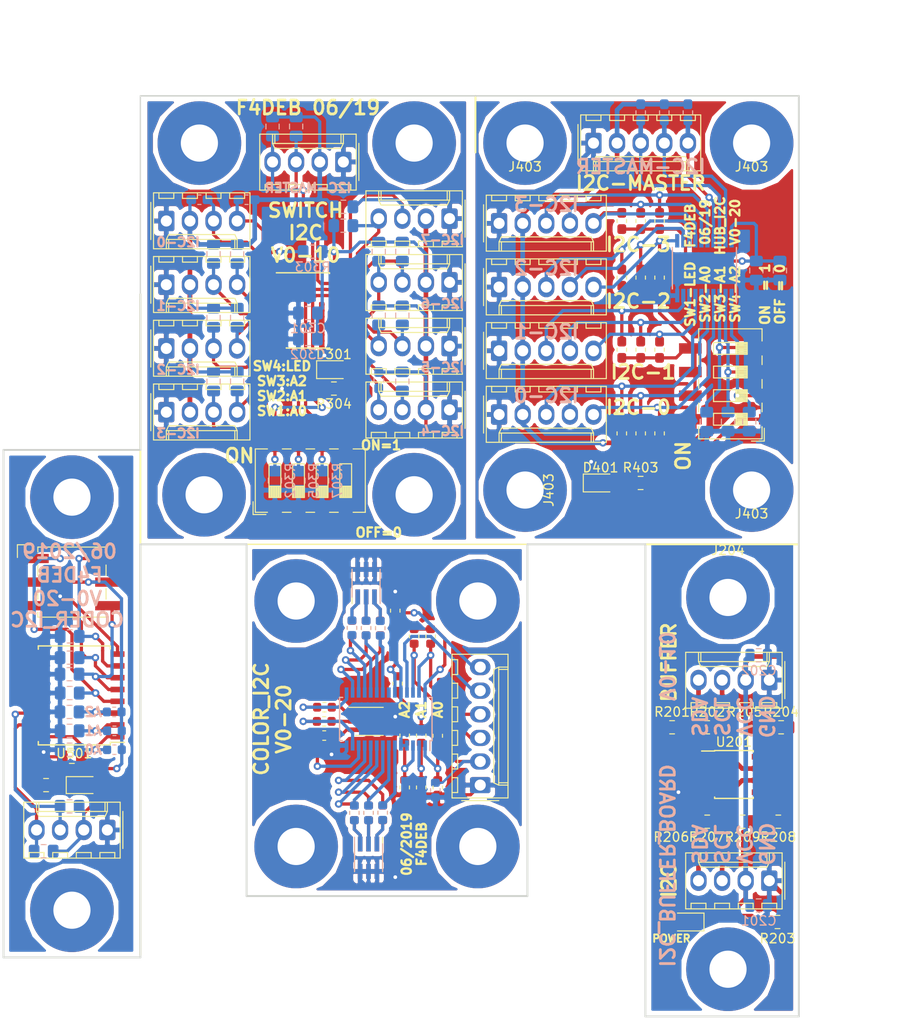
<source format=kicad_pcb>
(kicad_pcb (version 20171130) (host pcbnew 5.0.2+dfsg1-1~bpo9+1)
  (layers (0 F.Cu signal) (31 B.Cu signal) (34 B.Paste user) (35 F.Paste user) (36 B.SilkS user) (37 F.SilkS user) (38 B.Mask user hide) (39 F.Mask user hide) (44 Edge.Cuts user))
  (net 0 "")
  (net 1 "Net-(C201-Pad1)")
  (net 2 "Net-(C201-Pad2)")
  (net 3 "Net-(C301-Pad1)")
  (net 4 "Net-(C301-Pad2)")
  (net 5 "Net-(C401-Pad1)")
  (net 6 "Net-(C401-Pad2)")
  (net 7 "Net-(C501-Pad2)")
  (net 8 "Net-(C501-Pad1)")
  (net 9 "Net-(D201-Pad1)")
  (net 10 "Net-(D301-Pad2)")
  (net 11 "Net-(D401-Pad2)")
  (net 12 "Net-(D501-Pad1)")
  (net 13 "Net-(J201-Pad4)")
  (net 14 "Net-(J201-Pad3)")
  (net 15 "Net-(J202-Pad3)")
  (net 16 "Net-(J202-Pad4)")
  (net 17 "Net-(J301-Pad4)")
  (net 18 "Net-(J301-Pad3)")
  (net 19 "Net-(J302-Pad3)")
  (net 20 "Net-(J302-Pad4)")
  (net 21 "Net-(J305-Pad3)")
  (net 22 "Net-(J305-Pad4)")
  (net 23 "Net-(J306-Pad4)")
  (net 24 "Net-(J306-Pad3)")
  (net 25 "Net-(J307-Pad3)")
  (net 26 "Net-(J307-Pad4)")
  (net 27 "Net-(J308-Pad3)")
  (net 28 "Net-(J308-Pad4)")
  (net 29 "Net-(J309-Pad4)")
  (net 30 "Net-(J309-Pad3)")
  (net 31 "Net-(J310-Pad3)")
  (net 32 "Net-(J310-Pad4)")
  (net 33 "Net-(J311-Pad4)")
  (net 34 "Net-(J311-Pad3)")
  (net 35 "Net-(J401-Pad3)")
  (net 36 "Net-(J401-Pad4)")
  (net 37 "Net-(J401-Pad5)")
  (net 38 "Net-(J404-Pad5)")
  (net 39 "Net-(J404-Pad4)")
  (net 40 "Net-(J404-Pad3)")
  (net 41 "Net-(J405-Pad3)")
  (net 42 "Net-(J405-Pad4)")
  (net 43 "Net-(J405-Pad5)")
  (net 44 "Net-(J406-Pad5)")
  (net 45 "Net-(J406-Pad4)")
  (net 46 "Net-(J406-Pad3)")
  (net 47 "Net-(J407-Pad3)")
  (net 48 "Net-(J407-Pad4)")
  (net 49 "Net-(J407-Pad5)")
  (net 50 "Net-(J501-Pad4)")
  (net 51 "Net-(J501-Pad3)")
  (net 52 "Net-(R201-Pad2)")
  (net 53 "Net-(R204-Pad2)")
  (net 54 "Net-(R206-Pad2)")
  (net 55 "Net-(R208-Pad2)")
  (net 56 "Net-(R302-Pad2)")
  (net 57 "Net-(R303-Pad1)")
  (net 58 "Net-(R304-Pad2)")
  (net 59 "Net-(R305-Pad2)")
  (net 60 "Net-(R307-Pad2)")
  (net 61 "Net-(R402-Pad2)")
  (net 62 "Net-(R403-Pad2)")
  (net 63 "Net-(R405-Pad2)")
  (net 64 "Net-(R406-Pad2)")
  (net 65 "Net-(R502-Pad1)")
  (net 66 "Net-(R504-Pad1)")
  (net 67 "Net-(R506-Pad1)")
  (net 68 "Net-(R507-Pad1)")
  (net 69 "Net-(R509-Pad1)")
  (net 70 "Net-(R511-Pad1)")
  (net 71 "Net-(R513-Pad1)")
  (net 72 "Net-(U501-Pad13)")
  (net 73 "Net-(C601-Pad1)")
  (net 74 "Net-(C601-Pad2)")
  (net 75 "Net-(D601-Pad3)")
  (net 76 "Net-(D601-Pad2)")
  (net 77 "Net-(D601-Pad1)")
  (net 78 "Net-(D602-Pad1)")
  (net 79 "Net-(D602-Pad2)")
  (net 80 "Net-(D602-Pad3)")
  (net 81 "Net-(D603-Pad1)")
  (net 82 "Net-(D603-Pad2)")
  (net 83 "Net-(D603-Pad3)")
  (net 84 "Net-(D604-Pad3)")
  (net 85 "Net-(D604-Pad2)")
  (net 86 "Net-(D604-Pad1)")
  (net 87 "Net-(D605-Pad3)")
  (net 88 "Net-(D605-Pad2)")
  (net 89 "Net-(D605-Pad1)")
  (net 90 "Net-(J601-Pad3)")
  (net 91 "Net-(J601-Pad4)")
  (net 92 "Net-(J601-Pad5)")
  (net 93 "Net-(J601-Pad6)")
  (net 94 "Net-(R606-Pad1)")
  (net 95 "Net-(R608-Pad1)")
  (net 96 "Net-(R610-Pad1)")
  (net 97 "Net-(U601-Pad22)")
  (net 98 "Net-(J503-Pad1)")
  (net 99 "Net-(J203-Pad1)")
  (net 100 "Net-(J204-Pad1)")
  (net 101 "Net-(J303-Pad1)")
  (net 102 "Net-(J304-Pad1)")
  (net 103 "Net-(J403-Pad1)")
  (net 104 "Net-(U501-Pad9)")
  (net 105 "Net-(U501-Pad10)")
  (net 106 "Net-(U501-Pad11)")
  (net 107 "Net-(U501-Pad12)")
  (net 108 /RGB/B1)
  (net 109 /RGB/B3)
  (net 110 /RGB/V1)
  (net 111 /RGB/V3)
  (net 112 /RGB/R1)
  (net 113 /RGB/R3)
  (net 114 /RGB/B2)
  (net 115 /RGB/B4)
  (net 116 /RGB/V2)
  (net 117 /RGB/V4)
  (net 118 /RGB/R2)
  (net 119 /RGB/R4)
  (net 120 /RGB/R0)
  (net 121 /RGB/V0)
  (net 122 /RGB/B0)
  (module Package_SO:SOIC-8_3.9x4.9mm_P1.27mm (layer F.Cu) (at 172.085 122.555)
    (fp_text reference U201 (at 0 -3.5) (layer F.SilkS))
    (fp_text value P82B715)
    (pad 8 smd rect (at 2.7 -1.905) (size 1.55 0.6) (layers F.Cu F.Paste F.Mask) (net 1 "Net-(C201-Pad1)"))
    (pad 7 smd rect (at 2.7 -0.635) (size 1.55 0.6) (layers F.Cu F.Paste F.Mask) (net 14 "Net-(J201-Pad3)"))
    (pad 6 smd rect (at 2.7 0.635) (size 1.55 0.6) (layers F.Cu F.Paste F.Mask) (net 15 "Net-(J202-Pad3)"))
    (pad 5 smd rect (at 2.7 1.905) (size 1.55 0.6) (layers F.Cu F.Paste F.Mask))
    (pad 4 smd rect (at -2.7 1.905) (size 1.55 0.6) (layers F.Cu F.Paste F.Mask) (net 2 "Net-(C201-Pad2)"))
    (pad 3 smd rect (at -2.7 0.635) (size 1.55 0.6) (layers F.Cu F.Paste F.Mask) (net 16 "Net-(J202-Pad4)"))
    (pad 2 smd rect (at -2.7 -0.635) (size 1.55 0.6) (layers F.Cu F.Paste F.Mask) (net 13 "Net-(J201-Pad4)"))
    (pad 1 smd rect (at -2.7 -1.905) (size 1.55 0.6) (layers F.Cu F.Paste F.Mask))
  )
  (module Resistor_SMD:R_0603_1608Metric (layer F.Cu) (at 140.208 123.952 270)
    (fp_text reference R610 hide)
    (fp_text value 47k)
    (pad 2 smd roundrect (at 0.7875 0 270) (size 0.875 0.95) (layers F.Cu F.Paste F.Mask) (net 74 "Net-(C601-Pad2)"))
    (pad 1 smd roundrect (at -0.7875 0 270) (size 0.875 0.95) (layers F.Cu F.Paste F.Mask) (net 96 "Net-(R610-Pad1)"))
  )
  (module Resistor_SMD:R_0603_1608Metric (layer F.Cu) (at 135.636 104.9275 90)
    (fp_text reference R604 hide)
    (fp_text value 10k)
    (pad 2 smd roundrect (at 0.7875 0 90) (size 0.875 0.95) (layers F.Cu F.Paste F.Mask) (net 74 "Net-(C601-Pad2)"))
    (pad 1 smd roundrect (at -0.7875 0 90) (size 0.875 0.95) (layers F.Cu F.Paste F.Mask) (net 93 "Net-(J601-Pad6)"))
  )
  (module Resistor_SMD:R_0603_1608Metric (layer F.Cu) (at 139.446 107.696 270)
    (fp_text reference R609 hide)
    (fp_text value 10k)
    (pad 2 smd roundrect (at 0.7875 0 270) (size 0.875 0.95) (layers F.Cu F.Paste F.Mask) (net 91 "Net-(J601-Pad4)"))
    (pad 1 smd roundrect (at -0.7875 0 270) (size 0.875 0.95) (layers F.Cu F.Paste F.Mask) (net 73 "Net-(C601-Pad1)"))
  )
  (module Resistor_SMD:R_0603_1608Metric (layer F.Cu) (at 135.89 112.776 90)
    (fp_text reference R603 hide)
    (fp_text value 10k)
    (pad 2 smd roundrect (at 0.7875 0 90) (size 0.875 0.95) (layers F.Cu F.Paste F.Mask) (net 93 "Net-(J601-Pad6)"))
    (pad 1 smd roundrect (at -0.7875 0 90) (size 0.875 0.95) (layers F.Cu F.Paste F.Mask) (net 73 "Net-(C601-Pad1)"))
  )
  (module Resistor_SMD:R_0805_2012Metric_Pad1.15x1.40mm_HandSolder (layer B.Cu) (at 122.682 90.932 90)
    (fp_text reference R302 (at 0 1.65 90) (layer B.SilkS) (effects (justify mirror)))
    (fp_text value 47k)
    (pad 2 smd roundrect (at 1.025 0 90) (size 1.15 1.4) (layers B.Cu B.Paste B.Mask) (roundrect_rratio 0.217391) (net 56 "Net-(R302-Pad2)"))
    (pad 1 smd roundrect (at -1.025 0 90) (size 1.15 1.4) (layers B.Cu B.Paste B.Mask) (roundrect_rratio 0.217391) (net 3 "Net-(C301-Pad1)"))
  )
  (module Resistor_SMD:R_0805_2012Metric_Pad1.15x1.40mm_HandSolder (layer B.Cu) (at 126.746 66.294)
    (fp_text reference R303 (at 0 1.65) (layer B.SilkS) (effects (justify mirror)))
    (fp_text value 10k)
    (pad 2 smd roundrect (at 1.025 0) (size 1.15 1.4) (layers B.Cu B.Paste B.Mask) (roundrect_rratio 0.217391) (net 4 "Net-(C301-Pad2)"))
    (pad 1 smd roundrect (at -1.025 0) (size 1.15 1.4) (layers B.Cu B.Paste B.Mask) (roundrect_rratio 0.217391) (net 57 "Net-(R303-Pad1)"))
  )
  (module Resistor_SMD:R_0603_1608Metric (layer F.Cu) (at 136.652 118.364 90)
    (fp_text reference R628 hide)
    (fp_text value 0)
    (pad 2 smd roundrect (at 0.7875 0 90) (size 0.875 0.95) (layers F.Cu F.Paste F.Mask) (net 73 "Net-(C601-Pad1)"))
    (pad 1 smd roundrect (at -0.7875 0 90) (size 0.875 0.95) (layers F.Cu F.Paste F.Mask) (net 94 "Net-(R606-Pad1)"))
  )
  (module Resistor_SMD:R_0603_1608Metric (layer B.Cu) (at 134.282637 126.658125 90)
    (fp_text reference R616 hide)
    (fp_text value R)
    (pad 2 smd roundrect (at 0.7875 0 90) (size 0.875 0.95) (layers B.Cu B.Paste B.Mask) (net 113 /RGB/R3))
    (pad 1 smd roundrect (at -0.7875 0 90) (size 0.875 0.95) (layers B.Cu B.Paste B.Mask) (net 80 "Net-(D602-Pad3)"))
  )
  (module Connector_Molex:Molex_KK-254_AE-6410-04A_1x04_P2.54mm_Vertical (layer F.Cu) (at 110.998 69.85)
    (fp_text reference J305 hide)
    (fp_text value Conn_01x04_Male)
    (pad 4 thru_hole oval (at 7.62 0) (size 1.74 2.2) (drill 1.2) (layers *.Cu *.Mask) (net 22 "Net-(J305-Pad4)"))
    (pad 3 thru_hole oval (at 5.08 0) (size 1.74 2.2) (drill 1.2) (layers *.Cu *.Mask) (net 21 "Net-(J305-Pad3)"))
    (pad 2 thru_hole oval (at 2.54 0) (size 1.74 2.2) (drill 1.2) (layers *.Cu *.Mask) (net 4 "Net-(C301-Pad2)"))
    (pad 1 thru_hole roundrect (at 0 0) (size 1.74 2.2) (drill 1.2) (layers *.Cu *.Mask) (roundrect_rratio 0.143678) (net 3 "Net-(C301-Pad1)"))
  )
  (module Connector_Molex:Molex_KK-254_AE-6410-04A_1x04_P2.54mm_Vertical (layer F.Cu) (at 110.998 62.992)
    (fp_text reference J302 hide)
    (fp_text value Conn_01x04_Male)
    (pad 4 thru_hole oval (at 7.62 0) (size 1.74 2.2) (drill 1.2) (layers *.Cu *.Mask) (net 20 "Net-(J302-Pad4)"))
    (pad 3 thru_hole oval (at 5.08 0) (size 1.74 2.2) (drill 1.2) (layers *.Cu *.Mask) (net 19 "Net-(J302-Pad3)"))
    (pad 2 thru_hole oval (at 2.54 0) (size 1.74 2.2) (drill 1.2) (layers *.Cu *.Mask) (net 4 "Net-(C301-Pad2)"))
    (pad 1 thru_hole roundrect (at 0 0) (size 1.74 2.2) (drill 1.2) (layers *.Cu *.Mask) (roundrect_rratio 0.143678) (net 3 "Net-(C301-Pad1)"))
  )
  (module Capacitor_SMD:C_0805_2012Metric_Pad1.15x1.40mm_HandSolder (layer B.Cu) (at 126.229 75.692)
    (fp_text reference C302 (at 0 1.65) (layer B.SilkS) (effects (justify mirror)))
    (fp_text value 1u)
    (pad 1 smd roundrect (at -1.025 0) (size 1.15 1.4) (layers B.Cu B.Paste B.Mask) (roundrect_rratio 0.217391) (net 3 "Net-(C301-Pad1)"))
    (pad 2 smd roundrect (at 1.025 0) (size 1.15 1.4) (layers B.Cu B.Paste B.Mask) (roundrect_rratio 0.217391) (net 4 "Net-(C301-Pad2)"))
  )
  (module Resistor_SMD:R_0805_2012Metric_Pad1.15x1.40mm_HandSolder (layer B.Cu) (at 118.618 73.397 270)
    (fp_text reference R313 hide)
    (fp_text value 2.1k)
    (pad 2 smd roundrect (at 1.025 0 270) (size 1.15 1.4) (layers B.Cu B.Paste B.Mask) (roundrect_rratio 0.217391) (net 23 "Net-(J306-Pad4)"))
    (pad 1 smd roundrect (at -1.025 0 270) (size 1.15 1.4) (layers B.Cu B.Paste B.Mask) (roundrect_rratio 0.217391) (net 4 "Net-(C301-Pad2)"))
  )
  (module LED_SMD:LED_Avago_PLCC6_3x2.8mm (layer B.Cu) (at 132.758637 131.509625 270)
    (fp_text reference D602 hide)
    (fp_text value ASMT-YTB7-0AA02)
    (pad 6 smd rect (at 1.475 0.9 270) (size 1.6 0.5) (layers B.Cu B.Paste B.Mask) (net 74 "Net-(C601-Pad2)"))
    (pad 5 smd rect (at 1.475 0 270) (size 1.6 0.5) (layers B.Cu B.Paste B.Mask) (net 74 "Net-(C601-Pad2)"))
    (pad 4 smd rect (at 1.475 -0.9 270) (size 1.6 0.5) (layers B.Cu B.Paste B.Mask) (net 74 "Net-(C601-Pad2)"))
    (pad 3 smd rect (at -1.475 -0.9 270) (size 1.6 0.5) (layers B.Cu B.Paste B.Mask) (net 80 "Net-(D602-Pad3)"))
    (pad 2 smd rect (at -1.475 0 270) (size 1.6 0.5) (layers B.Cu B.Paste B.Mask) (net 79 "Net-(D602-Pad2)"))
    (pad 1 smd rect (at -1.475 0.9 270) (size 1.6 0.5) (layers B.Cu B.Paste B.Mask) (net 78 "Net-(D602-Pad1)"))
  )
  (module Resistor_SMD:R_0603_1608Metric (layer B.Cu) (at 105.3845 115.824)
    (fp_text reference R517 hide)
    (fp_text value 0)
    (pad 1 smd roundrect (at -0.7875 0) (size 0.875 0.95) (layers B.Cu B.Paste B.Mask) (net 65 "Net-(R502-Pad1)"))
    (pad 2 smd roundrect (at 0.7875 0) (size 0.875 0.95) (layers B.Cu B.Paste B.Mask) (net 8 "Net-(C501-Pad1)"))
  )
  (module Resistor_SMD:R_0603_1608Metric (layer F.Cu) (at 130.974226 106.795456 270)
    (fp_text reference R617 hide)
    (fp_text value R)
    (pad 2 smd roundrect (at 0.7875 0 270) (size 0.875 0.95) (layers F.Cu F.Paste F.Mask) (net 114 /RGB/B2))
    (pad 1 smd roundrect (at -0.7875 0 270) (size 0.875 0.95) (layers F.Cu F.Paste F.Mask) (net 81 "Net-(D603-Pad1)"))
  )
  (module Capacitor_SMD:C_0805_2012Metric_Pad1.15x1.40mm_HandSolder (layer B.Cu) (at 126.238 72.898)
    (fp_text reference C301 (at 0 1.65) (layer B.SilkS) (effects (justify mirror)))
    (fp_text value 100n)
    (pad 2 smd roundrect (at 1.025 0) (size 1.15 1.4) (layers B.Cu B.Paste B.Mask) (roundrect_rratio 0.217391) (net 4 "Net-(C301-Pad2)"))
    (pad 1 smd roundrect (at -1.025 0) (size 1.15 1.4) (layers B.Cu B.Paste B.Mask) (roundrect_rratio 0.217391) (net 3 "Net-(C301-Pad1)"))
  )
  (module Resistor_SMD:R_0603_1608Metric (layer F.Cu) (at 134.022226 106.795456 270)
    (fp_text reference R623 hide)
    (fp_text value R)
    (pad 2 smd roundrect (at 0.7875 0 270) (size 0.875 0.95) (layers F.Cu F.Paste F.Mask) (net 118 /RGB/R2))
    (pad 1 smd roundrect (at -0.7875 0 270) (size 0.875 0.95) (layers F.Cu F.Paste F.Mask) (net 83 "Net-(D603-Pad3)"))
  )
  (module Resistor_SMD:R_0805_2012Metric_Pad1.15x1.40mm_HandSolder (layer B.Cu) (at 130.048 63.5)
    (fp_text reference R323 hide)
    (fp_text value 2.1k)
    (pad 2 smd roundrect (at 1.025 0) (size 1.15 1.4) (layers B.Cu B.Paste B.Mask) (roundrect_rratio 0.217391) (net 33 "Net-(J311-Pad4)"))
    (pad 1 smd roundrect (at -1.025 0) (size 1.15 1.4) (layers B.Cu B.Paste B.Mask) (roundrect_rratio 0.217391) (net 4 "Net-(C301-Pad2)"))
  )
  (module Connector_Wire:SolderWirePad_1x01_Drill2.5mm (layer F.Cu) (at 144.526 103.886 90)
    (fp_text reference J502 hide)
    (fp_text value Conn_01x01_Female)
    (pad 1 thru_hole circle (at 0 0 90) (size 9 9) (drill 4) (layers *.Cu *.Mask))
  )
  (module Resistor_SMD:R_0805_2012Metric_Pad1.15x1.40mm_HandSolder (layer F.Cu) (at 129.032 81.026 180)
    (fp_text reference R304 (at 0 -1.65 180) (layer F.SilkS))
    (fp_text value 1k)
    (pad 2 smd roundrect (at 1.025 0 180) (size 1.15 1.4) (layers F.Cu F.Paste F.Mask) (roundrect_rratio 0.217391) (net 58 "Net-(R304-Pad2)"))
    (pad 1 smd roundrect (at -1.025 0 180) (size 1.15 1.4) (layers F.Cu F.Paste F.Mask) (roundrect_rratio 0.217391) (net 10 "Net-(D301-Pad2)"))
  )
  (module Resistor_SMD:R_0805_2012Metric_Pad1.15x1.40mm_HandSolder (layer B.Cu) (at 118.618 80.255 270)
    (fp_text reference R315 hide)
    (fp_text value 2.1k)
    (pad 1 smd roundrect (at -1.025 0 270) (size 1.15 1.4) (layers B.Cu B.Paste B.Mask) (roundrect_rratio 0.217391) (net 4 "Net-(C301-Pad2)"))
    (pad 2 smd roundrect (at 1.025 0 270) (size 1.15 1.4) (layers B.Cu B.Paste B.Mask) (roundrect_rratio 0.217391) (net 26 "Net-(J307-Pad4)"))
  )
  (module Resistor_SMD:R_0805_2012Metric_Pad1.15x1.40mm_HandSolder (layer B.Cu) (at 136.398 80.255 270)
    (fp_text reference R316 hide)
    (fp_text value 2.1k)
    (pad 1 smd roundrect (at -1.025 0 270) (size 1.15 1.4) (layers B.Cu B.Paste B.Mask) (roundrect_rratio 0.217391) (net 4 "Net-(C301-Pad2)"))
    (pad 2 smd roundrect (at 1.025 0 270) (size 1.15 1.4) (layers B.Cu B.Paste B.Mask) (roundrect_rratio 0.217391) (net 27 "Net-(J308-Pad3)"))
  )
  (module Connector_Wire:SolderWirePad_1x01_Drill2.5mm (layer F.Cu) (at 100.838 92.71)
    (fp_text reference J503 hide)
    (fp_text value Conn_01x01_Female)
    (pad 1 thru_hole circle (at 0 0) (size 9 9) (drill 4) (layers *.Cu *.Mask) (net 98 "Net-(J503-Pad1)"))
  )
  (module Resistor_SMD:R_0805_2012Metric_Pad1.15x1.40mm_HandSolder (layer B.Cu) (at 133.858 73.152 270)
    (fp_text reference R319 hide)
    (fp_text value 2.1k)
    (pad 2 smd roundrect (at 1.025 0 270) (size 1.15 1.4) (layers B.Cu B.Paste B.Mask) (roundrect_rratio 0.217391) (net 29 "Net-(J309-Pad4)"))
    (pad 1 smd roundrect (at -1.025 0 270) (size 1.15 1.4) (layers B.Cu B.Paste B.Mask) (roundrect_rratio 0.217391) (net 4 "Net-(C301-Pad2)"))
  )
  (module Resistor_SMD:R_0805_2012Metric_Pad1.15x1.40mm_HandSolder (layer B.Cu) (at 136.398 66.285 270)
    (fp_text reference R320 hide)
    (fp_text value 2.1k)
    (pad 1 smd roundrect (at -1.025 0 270) (size 1.15 1.4) (layers B.Cu B.Paste B.Mask) (roundrect_rratio 0.217391) (net 4 "Net-(C301-Pad2)"))
    (pad 2 smd roundrect (at 1.025 0 270) (size 1.15 1.4) (layers B.Cu B.Paste B.Mask) (roundrect_rratio 0.217391) (net 31 "Net-(J310-Pad3)"))
  )
  (module Capacitor_SMD:C_0805_2012Metric_Pad1.15x1.40mm_HandSolder (layer F.Cu) (at 100.829 120.65 180)
    (fp_text reference C501 hide)
    (fp_text value 100n)
    (pad 2 smd roundrect (at 1.025 0 180) (size 1.15 1.4) (layers F.Cu F.Paste F.Mask) (roundrect_rratio 0.217391) (net 7 "Net-(C501-Pad2)"))
    (pad 1 smd roundrect (at -1.025 0 180) (size 1.15 1.4) (layers F.Cu F.Paste F.Mask) (roundrect_rratio 0.217391) (net 8 "Net-(C501-Pad1)"))
  )
  (module Resistor_SMD:R_0603_1608Metric (layer B.Cu) (at 134.022226 106.820956 270)
    (fp_text reference R611 hide)
    (fp_text value R)
    (pad 2 smd roundrect (at 0.7875 0 270) (size 0.875 0.95) (layers B.Cu B.Paste B.Mask) (net 108 /RGB/B1))
    (pad 1 smd roundrect (at -0.7875 0 270) (size 0.875 0.95) (layers B.Cu B.Paste B.Mask) (net 77 "Net-(D601-Pad1)"))
  )
  (module Resistor_SMD:R_0805_2012Metric_Pad1.15x1.40mm_HandSolder (layer B.Cu) (at 100.584 109.982 180)
    (fp_text reference R509 hide)
    (fp_text value 47k)
    (pad 2 smd roundrect (at 1.025 0 180) (size 1.15 1.4) (layers B.Cu B.Paste B.Mask) (roundrect_rratio 0.217391) (net 7 "Net-(C501-Pad2)"))
    (pad 1 smd roundrect (at -1.025 0 180) (size 1.15 1.4) (layers B.Cu B.Paste B.Mask) (roundrect_rratio 0.217391) (net 69 "Net-(R509-Pad1)"))
  )
  (module Resistor_SMD:R_0805_2012Metric_Pad1.15x1.40mm_HandSolder (layer B.Cu) (at 100.584 117.856 180)
    (fp_text reference R504 hide)
    (fp_text value 47k)
    (pad 1 smd roundrect (at -1.025 0 180) (size 1.15 1.4) (layers B.Cu B.Paste B.Mask) (roundrect_rratio 0.217391) (net 66 "Net-(R504-Pad1)"))
    (pad 2 smd roundrect (at 1.025 0 180) (size 1.15 1.4) (layers B.Cu B.Paste B.Mask) (roundrect_rratio 0.217391) (net 7 "Net-(C501-Pad2)"))
  )
  (module Resistor_SMD:R_0603_1608Metric (layer B.Cu) (at 130.974226 106.769956 270)
    (fp_text reference R615 hide)
    (fp_text value R)
    (pad 2 smd roundrect (at 0.7875 0 270) (size 0.875 0.95) (layers B.Cu B.Paste B.Mask) (net 112 /RGB/R1))
    (pad 1 smd roundrect (at -0.7875 0 270) (size 0.875 0.95) (layers B.Cu B.Paste B.Mask) (net 75 "Net-(D601-Pad3)"))
  )
  (module Connector_Molex:Molex_KK-254_AE-6410-04A_1x04_P2.54mm_Vertical (layer F.Cu) (at 141.478 62.738 180)
    (fp_text reference J311 hide)
    (fp_text value Conn_01x04_Male)
    (pad 1 thru_hole roundrect (at 0 0 180) (size 1.74 2.2) (drill 1.2) (layers *.Cu *.Mask) (roundrect_rratio 0.143678) (net 3 "Net-(C301-Pad1)"))
    (pad 2 thru_hole oval (at 2.54 0 180) (size 1.74 2.2) (drill 1.2) (layers *.Cu *.Mask) (net 4 "Net-(C301-Pad2)"))
    (pad 3 thru_hole oval (at 5.08 0 180) (size 1.74 2.2) (drill 1.2) (layers *.Cu *.Mask) (net 34 "Net-(J311-Pad3)"))
    (pad 4 thru_hole oval (at 7.62 0 180) (size 1.74 2.2) (drill 1.2) (layers *.Cu *.Mask) (net 33 "Net-(J311-Pad4)"))
  )
  (module LED_SMD:LED_Avago_PLCC6_3x2.8mm (layer F.Cu) (at 132.758637 131.509625 270)
    (fp_text reference D605 hide)
    (fp_text value ASMT-YTB7-0AA02)
    (pad 1 smd rect (at -1.475 -0.9 270) (size 1.6 0.5) (layers F.Cu F.Paste F.Mask) (net 89 "Net-(D605-Pad1)"))
    (pad 2 smd rect (at -1.475 0 270) (size 1.6 0.5) (layers F.Cu F.Paste F.Mask) (net 88 "Net-(D605-Pad2)"))
    (pad 3 smd rect (at -1.475 0.9 270) (size 1.6 0.5) (layers F.Cu F.Paste F.Mask) (net 87 "Net-(D605-Pad3)"))
    (pad 4 smd rect (at 1.475 0.9 270) (size 1.6 0.5) (layers F.Cu F.Paste F.Mask) (net 74 "Net-(C601-Pad2)"))
    (pad 5 smd rect (at 1.475 0 270) (size 1.6 0.5) (layers F.Cu F.Paste F.Mask) (net 74 "Net-(C601-Pad2)"))
    (pad 6 smd rect (at 1.475 -0.9 270) (size 1.6 0.5) (layers F.Cu F.Paste F.Mask) (net 74 "Net-(C601-Pad2)"))
  )
  (module Resistor_SMD:R_0805_2012Metric_Pad1.15x1.40mm_HandSolder (layer B.Cu) (at 133.858 66.294 270)
    (fp_text reference R321 hide)
    (fp_text value 2.1k)
    (pad 2 smd roundrect (at 1.025 0 270) (size 1.15 1.4) (layers B.Cu B.Paste B.Mask) (roundrect_rratio 0.217391) (net 32 "Net-(J310-Pad4)"))
    (pad 1 smd roundrect (at -1.025 0 270) (size 1.15 1.4) (layers B.Cu B.Paste B.Mask) (roundrect_rratio 0.217391) (net 4 "Net-(C301-Pad2)"))
  )
  (module Package_SO:TSSOP-24_4.4x7.8mm_P0.65mm (layer F.Cu) (at 126.238 72.644)
    (fp_text reference U301 hide)
    (fp_text value TCA9548APWR)
    (pad 24 smd rect (at 2.85 -3.575) (size 1.1 0.4) (layers F.Cu F.Paste F.Mask) (net 4 "Net-(C301-Pad2)"))
    (pad 23 smd rect (at 2.85 -2.925) (size 1.1 0.4) (layers F.Cu F.Paste F.Mask) (net 17 "Net-(J301-Pad4)"))
    (pad 22 smd rect (at 2.85 -2.275) (size 1.1 0.4) (layers F.Cu F.Paste F.Mask) (net 18 "Net-(J301-Pad3)"))
    (pad 21 smd rect (at 2.85 -1.625) (size 1.1 0.4) (layers F.Cu F.Paste F.Mask) (net 56 "Net-(R302-Pad2)"))
    (pad 20 smd rect (at 2.85 -0.975) (size 1.1 0.4) (layers F.Cu F.Paste F.Mask) (net 34 "Net-(J311-Pad3)"))
    (pad 19 smd rect (at 2.85 -0.325) (size 1.1 0.4) (layers F.Cu F.Paste F.Mask) (net 33 "Net-(J311-Pad4)"))
    (pad 18 smd rect (at 2.85 0.325) (size 1.1 0.4) (layers F.Cu F.Paste F.Mask) (net 31 "Net-(J310-Pad3)"))
    (pad 17 smd rect (at 2.85 0.975) (size 1.1 0.4) (layers F.Cu F.Paste F.Mask) (net 32 "Net-(J310-Pad4)"))
    (pad 16 smd rect (at 2.85 1.625) (size 1.1 0.4) (layers F.Cu F.Paste F.Mask) (net 30 "Net-(J309-Pad3)"))
    (pad 15 smd rect (at 2.85 2.275) (size 1.1 0.4) (layers F.Cu F.Paste F.Mask) (net 29 "Net-(J309-Pad4)"))
    (pad 14 smd rect (at 2.85 2.925) (size 1.1 0.4) (layers F.Cu F.Paste F.Mask) (net 27 "Net-(J308-Pad3)"))
    (pad 13 smd rect (at 2.85 3.575) (size 1.1 0.4) (layers F.Cu F.Paste F.Mask) (net 28 "Net-(J308-Pad4)"))
    (pad 12 smd rect (at -2.85 3.575) (size 1.1 0.4) (layers F.Cu F.Paste F.Mask) (net 3 "Net-(C301-Pad1)"))
    (pad 11 smd rect (at -2.85 2.925) (size 1.1 0.4) (layers F.Cu F.Paste F.Mask) (net 25 "Net-(J307-Pad3)"))
    (pad 10 smd rect (at -2.85 2.275) (size 1.1 0.4) (layers F.Cu F.Paste F.Mask) (net 26 "Net-(J307-Pad4)"))
    (pad 9 smd rect (at -2.85 1.625) (size 1.1 0.4) (layers F.Cu F.Paste F.Mask) (net 24 "Net-(J306-Pad3)"))
    (pad 8 smd rect (at -2.85 0.975) (size 1.1 0.4) (layers F.Cu F.Paste F.Mask) (net 23 "Net-(J306-Pad4)"))
    (pad 7 smd rect (at -2.85 0.325) (size 1.1 0.4) (layers F.Cu F.Paste F.Mask) (net 21 "Net-(J305-Pad3)"))
    (pad 6 smd rect (at -2.85 -0.325) (size 1.1 0.4) (layers F.Cu F.Paste F.Mask) (net 22 "Net-(J305-Pad4)"))
    (pad 5 smd rect (at -2.85 -0.975) (size 1.1 0.4) (layers F.Cu F.Paste F.Mask) (net 19 "Net-(J302-Pad3)"))
    (pad 4 smd rect (at -2.85 -1.625) (size 1.1 0.4) (layers F.Cu F.Paste F.Mask) (net 20 "Net-(J302-Pad4)"))
    (pad 3 smd rect (at -2.85 -2.275) (size 1.1 0.4) (layers F.Cu F.Paste F.Mask) (net 57 "Net-(R303-Pad1)"))
    (pad 2 smd rect (at -2.85 -2.925) (size 1.1 0.4) (layers F.Cu F.Paste F.Mask) (net 59 "Net-(R305-Pad2)"))
    (pad 1 smd rect (at -2.85 -3.575) (size 1.1 0.4) (layers F.Cu F.Paste F.Mask) (net 60 "Net-(R307-Pad2)"))
  )
  (module Connector_Wire:SolderWirePad_1x01_Drill2.5mm (layer F.Cu) (at 144.526 130.302 90)
    (fp_text reference J502 hide)
    (fp_text value Conn_01x01_Female)
    (pad 1 thru_hole circle (at 0 0 90) (size 9 9) (drill 4) (layers *.Cu *.Mask))
  )
  (module Connector_Wire:SolderWirePad_1x01_Drill2.5mm (layer F.Cu) (at 124.968 103.886 90)
    (fp_text reference J502 hide)
    (fp_text value Conn_01x01_Female)
    (pad 1 thru_hole circle (at 0 0 90) (size 9 9) (drill 4) (layers *.Cu *.Mask))
  )
  (module Connector_Molex:Molex_KK-254_AE-6410-06A_1x06_P2.54mm_Vertical (layer F.Cu) (at 144.78 123.698 90)
    (fp_text reference J601 hide)
    (fp_text value Conn_01x04)
    (pad 1 thru_hole roundrect (at 0 0 90) (size 1.74 2.2) (drill 1.2) (layers *.Cu *.Mask) (roundrect_rratio 0.143678) (net 74 "Net-(C601-Pad2)"))
    (pad 2 thru_hole oval (at 2.54 0 90) (size 1.74 2.2) (drill 1.2) (layers *.Cu *.Mask) (net 73 "Net-(C601-Pad1)"))
    (pad 3 thru_hole oval (at 5.08 0 90) (size 1.74 2.2) (drill 1.2) (layers *.Cu *.Mask) (net 90 "Net-(J601-Pad3)"))
    (pad 4 thru_hole oval (at 7.62 0 90) (size 1.74 2.2) (drill 1.2) (layers *.Cu *.Mask) (net 91 "Net-(J601-Pad4)"))
    (pad 5 thru_hole oval (at 10.16 0 90) (size 1.74 2.2) (drill 1.2) (layers *.Cu *.Mask) (net 92 "Net-(J601-Pad5)"))
    (pad 6 thru_hole oval (at 12.7 0 90) (size 1.74 2.2) (drill 1.2) (layers *.Cu *.Mask) (net 93 "Net-(J601-Pad6)"))
  )
  (module Package_SO:SOIC-16W_7.5x10.3mm_P1.27mm (layer F.Cu) (at 101.092 114.046 180)
    (fp_text reference U501 (at 0 -6.25 180) (layer F.SilkS))
    (fp_text value PCF8574A)
    (pad 1 smd rect (at -4.65 -4.445 180) (size 1.5 0.6) (layers F.Cu F.Paste F.Mask) (net 67 "Net-(R506-Pad1)"))
    (pad 2 smd rect (at -4.65 -3.175 180) (size 1.5 0.6) (layers F.Cu F.Paste F.Mask) (net 66 "Net-(R504-Pad1)"))
    (pad 3 smd rect (at -4.65 -1.905 180) (size 1.5 0.6) (layers F.Cu F.Paste F.Mask) (net 65 "Net-(R502-Pad1)"))
    (pad 4 smd rect (at -4.65 -0.635 180) (size 1.5 0.6) (layers F.Cu F.Paste F.Mask) (net 71 "Net-(R513-Pad1)"))
    (pad 5 smd rect (at -4.65 0.635 180) (size 1.5 0.6) (layers F.Cu F.Paste F.Mask) (net 70 "Net-(R511-Pad1)"))
    (pad 6 smd rect (at -4.65 1.905 180) (size 1.5 0.6) (layers F.Cu F.Paste F.Mask) (net 69 "Net-(R509-Pad1)"))
    (pad 7 smd rect (at -4.65 3.175 180) (size 1.5 0.6) (layers F.Cu F.Paste F.Mask) (net 68 "Net-(R507-Pad1)"))
    (pad 8 smd rect (at -4.65 4.445 180) (size 1.5 0.6) (layers F.Cu F.Paste F.Mask) (net 7 "Net-(C501-Pad2)"))
    (pad 9 smd rect (at 4.65 4.445 180) (size 1.5 0.6) (layers F.Cu F.Paste F.Mask) (net 104 "Net-(U501-Pad9)"))
    (pad 10 smd rect (at 4.65 3.175 180) (size 1.5 0.6) (layers F.Cu F.Paste F.Mask) (net 105 "Net-(U501-Pad10)"))
    (pad 11 smd rect (at 4.65 1.905 180) (size 1.5 0.6) (layers F.Cu F.Paste F.Mask) (net 106 "Net-(U501-Pad11)"))
    (pad 12 smd rect (at 4.65 0.635 180) (size 1.5 0.6) (layers F.Cu F.Paste F.Mask) (net 107 "Net-(U501-Pad12)"))
    (pad 13 smd rect (at 4.65 -0.635 180) (size 1.5 0.6) (layers F.Cu F.Paste F.Mask) (net 72 "Net-(U501-Pad13)"))
    (pad 14 smd rect (at 4.65 -1.905 180) (size 1.5 0.6) (layers F.Cu F.Paste F.Mask) (net 51 "Net-(J501-Pad3)"))
    (pad 15 smd rect (at 4.65 -3.175 180) (size 1.5 0.6) (layers F.Cu F.Paste F.Mask) (net 50 "Net-(J501-Pad4)"))
    (pad 16 smd rect (at 4.65 -4.445 180) (size 1.5 0.6) (layers F.Cu F.Paste F.Mask) (net 8 "Net-(C501-Pad1)"))
  )
  (module Resistor_SMD:R_0805_2012Metric_Pad1.15x1.40mm_HandSolder (layer B.Cu) (at 136.398 73.152 270)
    (fp_text reference R318 hide)
    (fp_text value 2.1k)
    (pad 2 smd roundrect (at 1.025 0 270) (size 1.15 1.4) (layers B.Cu B.Paste B.Mask) (roundrect_rratio 0.217391) (net 30 "Net-(J309-Pad3)"))
    (pad 1 smd roundrect (at -1.025 0 270) (size 1.15 1.4) (layers B.Cu B.Paste B.Mask) (roundrect_rratio 0.217391) (net 4 "Net-(C301-Pad2)"))
  )
  (module Connector_Molex:Molex_KK-254_AE-6410-04A_1x04_P2.54mm_Vertical (layer F.Cu) (at 110.998 76.708)
    (fp_text reference J306 hide)
    (fp_text value Conn_01x04_Male)
    (pad 1 thru_hole roundrect (at 0 0) (size 1.74 2.2) (drill 1.2) (layers *.Cu *.Mask) (roundrect_rratio 0.143678) (net 3 "Net-(C301-Pad1)"))
    (pad 2 thru_hole oval (at 2.54 0) (size 1.74 2.2) (drill 1.2) (layers *.Cu *.Mask) (net 4 "Net-(C301-Pad2)"))
    (pad 3 thru_hole oval (at 5.08 0) (size 1.74 2.2) (drill 1.2) (layers *.Cu *.Mask) (net 24 "Net-(J306-Pad3)"))
    (pad 4 thru_hole oval (at 7.62 0) (size 1.74 2.2) (drill 1.2) (layers *.Cu *.Mask) (net 23 "Net-(J306-Pad4)"))
  )
  (module Resistor_SMD:R_0805_2012Metric_Pad1.15x1.40mm_HandSolder (layer B.Cu) (at 100.575 115.824 180)
    (fp_text reference R502 hide)
    (fp_text value 47k)
    (pad 1 smd roundrect (at -1.025 0 180) (size 1.15 1.4) (layers B.Cu B.Paste B.Mask) (roundrect_rratio 0.217391) (net 65 "Net-(R502-Pad1)"))
    (pad 2 smd roundrect (at 1.025 0 180) (size 1.15 1.4) (layers B.Cu B.Paste B.Mask) (roundrect_rratio 0.217391) (net 7 "Net-(C501-Pad2)"))
  )
  (module Resistor_SMD:R_0805_2012Metric_Pad1.15x1.40mm_HandSolder (layer B.Cu) (at 100.584 125.984 180)
    (fp_text reference R503 hide)
    (fp_text value 10k)
    (pad 2 smd roundrect (at 1.025 0 180) (size 1.15 1.4) (layers B.Cu B.Paste B.Mask) (roundrect_rratio 0.217391) (net 51 "Net-(J501-Pad3)"))
    (pad 1 smd roundrect (at -1.025 0 180) (size 1.15 1.4) (layers B.Cu B.Paste B.Mask) (roundrect_rratio 0.217391) (net 8 "Net-(C501-Pad1)"))
  )
  (module Resistor_SMD:R_0603_1608Metric_Pad1.05x0.95mm_HandSolder (layer B.Cu) (at 133.858 80.123 270)
    (fp_text reference R317 hide)
    (fp_text value 2.1k)
    (pad 2 smd roundrect (at 0.875 0 270) (size 1.05 0.95) (layers B.Cu B.Paste B.Mask) (net 28 "Net-(J308-Pad4)"))
    (pad 1 smd roundrect (at -0.875 0 270) (size 1.05 0.95) (layers B.Cu B.Paste B.Mask) (net 4 "Net-(C301-Pad2)"))
  )
  (module Connector_Molex:Molex_KK-254_AE-6410-04A_1x04_P2.54mm_Vertical (layer F.Cu) (at 104.648 128.524 180)
    (fp_text reference J501 hide)
    (fp_text value Conn_01x04)
    (pad 4 thru_hole oval (at 7.62 0 180) (size 1.74 2.2) (drill 1.2) (layers *.Cu *.Mask) (net 50 "Net-(J501-Pad4)"))
    (pad 3 thru_hole oval (at 5.08 0 180) (size 1.74 2.2) (drill 1.2) (layers *.Cu *.Mask) (net 51 "Net-(J501-Pad3)"))
    (pad 2 thru_hole oval (at 2.54 0 180) (size 1.74 2.2) (drill 1.2) (layers *.Cu *.Mask) (net 8 "Net-(C501-Pad1)"))
    (pad 1 thru_hole roundrect (at 0 0 180) (size 1.74 2.2) (drill 1.2) (layers *.Cu *.Mask) (roundrect_rratio 0.143678) (net 7 "Net-(C501-Pad2)"))
  )
  (module LED_SMD:LED_Avago_PLCC6_3x2.8mm (layer B.Cu) (at 132.498226 101.969456 90)
    (fp_text reference D601 hide)
    (fp_text value ASMT-YTB7-0AA02)
    (pad 6 smd rect (at 1.475 0.9 90) (size 1.6 0.5) (layers B.Cu B.Paste B.Mask) (net 74 "Net-(C601-Pad2)"))
    (pad 5 smd rect (at 1.475 0 90) (size 1.6 0.5) (layers B.Cu B.Paste B.Mask) (net 74 "Net-(C601-Pad2)"))
    (pad 4 smd rect (at 1.475 -0.9 90) (size 1.6 0.5) (layers B.Cu B.Paste B.Mask) (net 74 "Net-(C601-Pad2)"))
    (pad 3 smd rect (at -1.475 -0.9 90) (size 1.6 0.5) (layers B.Cu B.Paste B.Mask) (net 75 "Net-(D601-Pad3)"))
    (pad 2 smd rect (at -1.475 0 90) (size 1.6 0.5) (layers B.Cu B.Paste B.Mask) (net 76 "Net-(D601-Pad2)"))
    (pad 1 smd rect (at -1.475 0.9 90) (size 1.6 0.5) (layers B.Cu B.Paste B.Mask) (net 77 "Net-(D601-Pad1)"))
  )
  (module Resistor_SMD:R_0805_2012Metric_Pad1.15x1.40mm_HandSolder (layer B.Cu) (at 130.048 61.468)
    (fp_text reference R322 hide)
    (fp_text value 2.1k)
    (pad 1 smd roundrect (at -1.025 0) (size 1.15 1.4) (layers B.Cu B.Paste B.Mask) (roundrect_rratio 0.217391) (net 4 "Net-(C301-Pad2)"))
    (pad 2 smd roundrect (at 1.025 0) (size 1.15 1.4) (layers B.Cu B.Paste B.Mask) (roundrect_rratio 0.217391) (net 34 "Net-(J311-Pad3)"))
  )
  (module Resistor_SMD:R_0805_2012Metric_Pad1.15x1.40mm_HandSolder (layer B.Cu) (at 100.584 119.888 180)
    (fp_text reference R506 hide)
    (fp_text value 47k)
    (pad 2 smd roundrect (at 1.025 0 180) (size 1.15 1.4) (layers B.Cu B.Paste B.Mask) (roundrect_rratio 0.217391) (net 7 "Net-(C501-Pad2)"))
    (pad 1 smd roundrect (at -1.025 0 180) (size 1.15 1.4) (layers B.Cu B.Paste B.Mask) (roundrect_rratio 0.217391) (net 67 "Net-(R506-Pad1)"))
  )
  (module Resistor_SMD:R_0805_2012Metric_Pad1.15x1.40mm_HandSolder (layer B.Cu) (at 100.593 107.696 180)
    (fp_text reference R507 hide)
    (fp_text value 47k)
    (pad 2 smd roundrect (at 1.025 0 180) (size 1.15 1.4) (layers B.Cu B.Paste B.Mask) (roundrect_rratio 0.217391) (net 7 "Net-(C501-Pad2)"))
    (pad 1 smd roundrect (at -1.025 0 180) (size 1.15 1.4) (layers B.Cu B.Paste B.Mask) (roundrect_rratio 0.217391) (net 68 "Net-(R507-Pad1)"))
  )
  (module Resistor_SMD:R_0603_1608Metric (layer F.Cu) (at 128.016 115.316 180)
    (fp_text reference R618 hide)
    (fp_text value R)
    (pad 2 smd roundrect (at 0.7875 0 180) (size 0.875 0.95) (layers F.Cu F.Paste F.Mask) (net 115 /RGB/B4))
    (pad 1 smd roundrect (at -0.7875 0 180) (size 0.875 0.95) (layers F.Cu F.Paste F.Mask) (net 86 "Net-(D604-Pad1)"))
  )
  (module Connector_Molex:Molex_KK-254_AE-6410-04A_1x04_P2.54mm_Vertical (layer F.Cu) (at 141.478 69.596 180)
    (fp_text reference J310 hide)
    (fp_text value Conn_01x04_Male)
    (pad 4 thru_hole oval (at 7.62 0 180) (size 1.74 2.2) (drill 1.2) (layers *.Cu *.Mask) (net 32 "Net-(J310-Pad4)"))
    (pad 3 thru_hole oval (at 5.08 0 180) (size 1.74 2.2) (drill 1.2) (layers *.Cu *.Mask) (net 31 "Net-(J310-Pad3)"))
    (pad 2 thru_hole oval (at 2.54 0 180) (size 1.74 2.2) (drill 1.2) (layers *.Cu *.Mask) (net 4 "Net-(C301-Pad2)"))
    (pad 1 thru_hole roundrect (at 0 0 180) (size 1.74 2.2) (drill 1.2) (layers *.Cu *.Mask) (roundrect_rratio 0.143678) (net 3 "Net-(C301-Pad1)"))
  )
  (module Resistor_SMD:R_0805_2012Metric_Pad1.15x1.40mm_HandSolder (layer B.Cu) (at 118.618 66.557 270)
    (fp_text reference R311 hide)
    (fp_text value 2.1k)
    (pad 1 smd roundrect (at -1.025 0 270) (size 1.15 1.4) (layers B.Cu B.Paste B.Mask) (roundrect_rratio 0.217391) (net 4 "Net-(C301-Pad2)"))
    (pad 2 smd roundrect (at 1.025 0 270) (size 1.15 1.4) (layers B.Cu B.Paste B.Mask) (roundrect_rratio 0.217391) (net 22 "Net-(J305-Pad4)"))
  )
  (module Resistor_SMD:R_0805_2012Metric_Pad1.15x1.40mm_HandSolder (layer B.Cu) (at 116.078 73.406 270)
    (fp_text reference R312 hide)
    (fp_text value 2.1k)
    (pad 1 smd roundrect (at -1.025 0 270) (size 1.15 1.4) (layers B.Cu B.Paste B.Mask) (roundrect_rratio 0.217391) (net 4 "Net-(C301-Pad2)"))
    (pad 2 smd roundrect (at 1.025 0 270) (size 1.15 1.4) (layers B.Cu B.Paste B.Mask) (roundrect_rratio 0.217391) (net 24 "Net-(J306-Pad3)"))
  )
  (module Resistor_SMD:R_0805_2012Metric_Pad1.15x1.40mm_HandSolder (layer B.Cu) (at 116.078 80.264 270)
    (fp_text reference R314 hide)
    (fp_text value 2.1k)
    (pad 2 smd roundrect (at 1.025 0 270) (size 1.15 1.4) (layers B.Cu B.Paste B.Mask) (roundrect_rratio 0.217391) (net 25 "Net-(J307-Pad3)"))
    (pad 1 smd roundrect (at -1.025 0 270) (size 1.15 1.4) (layers B.Cu B.Paste B.Mask) (roundrect_rratio 0.217391) (net 4 "Net-(C301-Pad2)"))
  )
  (module Resistor_SMD:R_0805_2012Metric_Pad1.15x1.40mm_HandSolder (layer B.Cu) (at 125.222 90.941 90)
    (fp_text reference R305 (at 0 1.65 90) (layer B.SilkS) (effects (justify mirror)))
    (fp_text value 47k)
    (pad 1 smd roundrect (at -1.025 0 90) (size 1.15 1.4) (layers B.Cu B.Paste B.Mask) (roundrect_rratio 0.217391) (net 3 "Net-(C301-Pad1)"))
    (pad 2 smd roundrect (at 1.025 0 90) (size 1.15 1.4) (layers B.Cu B.Paste B.Mask) (roundrect_rratio 0.217391) (net 59 "Net-(R305-Pad2)"))
  )
  (module Resistor_SMD:R_0805_2012Metric_Pad1.15x1.40mm_HandSolder (layer B.Cu) (at 122.428 52.832 270)
    (fp_text reference R306 hide)
    (fp_text value 2.1k)
    (pad 2 smd roundrect (at 1.025 0 270) (size 1.15 1.4) (layers B.Cu B.Paste B.Mask) (roundrect_rratio 0.217391) (net 17 "Net-(J301-Pad4)"))
    (pad 1 smd roundrect (at -1.025 0 270) (size 1.15 1.4) (layers B.Cu B.Paste B.Mask) (roundrect_rratio 0.217391) (net 4 "Net-(C301-Pad2)"))
  )
  (module Button_Switch_SMD:SW_DIP_SPSTx04_Slide_6.7x11.72mm_W8.61mm_P2.54mm_LowProfile (layer F.Cu) (at 126.492 90.932 90)
    (fp_text reference SW301 hide)
    (fp_text value SW_DIP_x04)
    (pad 1 smd rect (at -4.305 -3.81 90) (size 2.44 1.12) (layers F.Cu F.Paste F.Mask) (net 4 "Net-(C301-Pad2)"))
    (pad 5 smd rect (at 4.305 3.81 90) (size 2.44 1.12) (layers F.Cu F.Paste F.Mask) (net 58 "Net-(R304-Pad2)"))
    (pad 2 smd rect (at -4.305 -1.27 90) (size 2.44 1.12) (layers F.Cu F.Paste F.Mask) (net 4 "Net-(C301-Pad2)"))
    (pad 6 smd rect (at 4.305 1.27 90) (size 2.44 1.12) (layers F.Cu F.Paste F.Mask) (net 60 "Net-(R307-Pad2)"))
    (pad 3 smd rect (at -4.305 1.27 90) (size 2.44 1.12) (layers F.Cu F.Paste F.Mask) (net 4 "Net-(C301-Pad2)"))
    (pad 7 smd rect (at 4.305 -1.27 90) (size 2.44 1.12) (layers F.Cu F.Paste F.Mask) (net 59 "Net-(R305-Pad2)"))
    (pad 4 smd rect (at -4.305 3.81 90) (size 2.44 1.12) (layers F.Cu F.Paste F.Mask) (net 4 "Net-(C301-Pad2)"))
    (pad 8 smd rect (at 4.305 -3.81 90) (size 2.44 1.12) (layers F.Cu F.Paste F.Mask) (net 56 "Net-(R302-Pad2)"))
  )
  (module Connector_Molex:Molex_KK-254_AE-6410-04A_1x04_P2.54mm_Vertical (layer F.Cu) (at 130.048 56.642 180)
    (fp_text reference J301 hide)
    (fp_text value Conn_01x04_Male)
    (pad 1 thru_hole roundrect (at 0 0 180) (size 1.74 2.2) (drill 1.2) (layers *.Cu *.Mask) (roundrect_rratio 0.143678) (net 3 "Net-(C301-Pad1)"))
    (pad 2 thru_hole oval (at 2.54 0 180) (size 1.74 2.2) (drill 1.2) (layers *.Cu *.Mask) (net 4 "Net-(C301-Pad2)"))
    (pad 3 thru_hole oval (at 5.08 0 180) (size 1.74 2.2) (drill 1.2) (layers *.Cu *.Mask) (net 18 "Net-(J301-Pad3)"))
    (pad 4 thru_hole oval (at 7.62 0 180) (size 1.74 2.2) (drill 1.2) (layers *.Cu *.Mask) (net 17 "Net-(J301-Pad4)"))
  )
  (module Resistor_SMD:R_0805_2012Metric_Pad1.15x1.40mm_HandSolder (layer B.Cu) (at 127.762 90.932 90)
    (fp_text reference R307 (at 0 1.65 90) (layer B.SilkS) (effects (justify mirror)))
    (fp_text value 47k)
    (pad 1 smd roundrect (at -1.025 0 90) (size 1.15 1.4) (layers B.Cu B.Paste B.Mask) (roundrect_rratio 0.217391) (net 3 "Net-(C301-Pad1)"))
    (pad 2 smd roundrect (at 1.025 0 90) (size 1.15 1.4) (layers B.Cu B.Paste B.Mask) (roundrect_rratio 0.217391) (net 60 "Net-(R307-Pad2)"))
  )
  (module Button_Switch_SMD:Nidec_Copal_SH-7010B (layer F.Cu) (at 100.838 101.854)
    (fp_text reference SW502 hide)
    (fp_text value SW_Coded_SH-7050)
    (pad 2 smd rect (at 4 2.54) (size 3 1) (layers F.Cu F.Paste F.Mask) (net 70 "Net-(R511-Pad1)"))
    (pad 4 smd rect (at -4 2.54) (size 3 1) (layers F.Cu F.Paste F.Mask) (net 69 "Net-(R509-Pad1)"))
    (pad C smd rect (at 4 0) (size 3 1) (layers F.Cu F.Paste F.Mask) (net 8 "Net-(C501-Pad1)"))
    (pad C smd rect (at -4 0) (size 3 1) (layers F.Cu F.Paste F.Mask) (net 8 "Net-(C501-Pad1)"))
    (pad 8 smd rect (at 4 -2.54) (size 3 1) (layers F.Cu F.Paste F.Mask) (net 68 "Net-(R507-Pad1)"))
    (pad 1 smd rect (at -4 -2.54) (size 3 1) (layers F.Cu F.Paste F.Mask) (net 71 "Net-(R513-Pad1)"))
  )
  (module Resistor_SMD:R_0603_1608Metric (layer F.Cu) (at 140.208 118.3895 90)
    (fp_text reference R626 hide)
    (fp_text value 0)
    (pad 1 smd roundrect (at -0.7875 0 90) (size 0.875 0.95) (layers F.Cu F.Paste F.Mask) (net 96 "Net-(R610-Pad1)"))
    (pad 2 smd roundrect (at 0.7875 0 90) (size 0.875 0.95) (layers F.Cu F.Paste F.Mask) (net 73 "Net-(C601-Pad1)"))
  )
  (module Capacitor_SMD:C_0603_1608Metric (layer B.Cu) (at 139.954 124.2315 270)
    (fp_text reference C601 hide)
    (fp_text value 100n)
    (pad 2 smd roundrect (at 0.7875 0 270) (size 0.875 0.95) (layers B.Cu B.Paste B.Mask) (net 74 "Net-(C601-Pad2)"))
    (pad 1 smd roundrect (at -0.7875 0 270) (size 0.875 0.95) (layers B.Cu B.Paste B.Mask) (net 73 "Net-(C601-Pad1)"))
  )
  (module Resistor_SMD:R_0603_1608Metric (layer B.Cu) (at 131.234637 126.683625 90)
    (fp_text reference R612 hide)
    (fp_text value R)
    (pad 2 smd roundrect (at 0.7875 0 90) (size 0.875 0.95) (layers B.Cu B.Paste B.Mask) (net 109 /RGB/B3))
    (pad 1 smd roundrect (at -0.7875 0 90) (size 0.875 0.95) (layers B.Cu B.Paste B.Mask) (net 78 "Net-(D602-Pad1)"))
  )
  (module LED_SMD:LED_Avago_PLCC6_3x2.8mm (layer F.Cu) (at 132.498226 101.969456 90)
    (fp_text reference D603 hide)
    (fp_text value ASMT-YTB7-0AA02)
    (pad 6 smd rect (at 1.475 -0.9 90) (size 1.6 0.5) (layers F.Cu F.Paste F.Mask) (net 74 "Net-(C601-Pad2)"))
    (pad 5 smd rect (at 1.475 0 90) (size 1.6 0.5) (layers F.Cu F.Paste F.Mask) (net 74 "Net-(C601-Pad2)"))
    (pad 4 smd rect (at 1.475 0.9 90) (size 1.6 0.5) (layers F.Cu F.Paste F.Mask) (net 74 "Net-(C601-Pad2)"))
    (pad 3 smd rect (at -1.475 0.9 90) (size 1.6 0.5) (layers F.Cu F.Paste F.Mask) (net 83 "Net-(D603-Pad3)"))
    (pad 2 smd rect (at -1.475 0 90) (size 1.6 0.5) (layers F.Cu F.Paste F.Mask) (net 82 "Net-(D603-Pad2)"))
    (pad 1 smd rect (at -1.475 -0.9 90) (size 1.6 0.5) (layers F.Cu F.Paste F.Mask) (net 81 "Net-(D603-Pad1)"))
  )
  (module Resistor_SMD:R_0603_1608Metric (layer F.Cu) (at 138.43 118.364 90)
    (fp_text reference R627 hide)
    (fp_text value 0)
    (pad 2 smd roundrect (at 0.7875 0 90) (size 0.875 0.95) (layers F.Cu F.Paste F.Mask) (net 73 "Net-(C601-Pad1)"))
    (pad 1 smd roundrect (at -0.7875 0 90) (size 0.875 0.95) (layers F.Cu F.Paste F.Mask) (net 95 "Net-(R608-Pad1)"))
  )
  (module Connector_Molex:Molex_KK-254_AE-6410-04A_1x04_P2.54mm_Vertical (layer F.Cu) (at 141.478 83.312 180)
    (fp_text reference J308 hide)
    (fp_text value Conn_01x04_Male)
    (pad 4 thru_hole oval (at 7.62 0 180) (size 1.74 2.2) (drill 1.2) (layers *.Cu *.Mask) (net 28 "Net-(J308-Pad4)"))
    (pad 3 thru_hole oval (at 5.08 0 180) (size 1.74 2.2) (drill 1.2) (layers *.Cu *.Mask) (net 27 "Net-(J308-Pad3)"))
    (pad 2 thru_hole oval (at 2.54 0 180) (size 1.74 2.2) (drill 1.2) (layers *.Cu *.Mask) (net 4 "Net-(C301-Pad2)"))
    (pad 1 thru_hole roundrect (at 0 0 180) (size 1.74 2.2) (drill 1.2) (layers *.Cu *.Mask) (roundrect_rratio 0.143678) (net 3 "Net-(C301-Pad1)"))
  )
  (module Resistor_SMD:R_0805_2012Metric_Pad1.15x1.40mm_HandSolder (layer B.Cu) (at 116.078 66.539 270)
    (fp_text reference R310 hide)
    (fp_text value 2.1k)
    (pad 2 smd roundrect (at 1.025 0 270) (size 1.15 1.4) (layers B.Cu B.Paste B.Mask) (roundrect_rratio 0.217391) (net 21 "Net-(J305-Pad3)"))
    (pad 1 smd roundrect (at -1.025 0 270) (size 1.15 1.4) (layers B.Cu B.Paste B.Mask) (roundrect_rratio 0.217391) (net 4 "Net-(C301-Pad2)"))
  )
  (module Connector_Molex:Molex_KK-254_AE-6410-04A_1x04_P2.54mm_Vertical (layer F.Cu) (at 110.998 83.566)
    (fp_text reference J307 hide)
    (fp_text value Conn_01x04_Male)
    (pad 4 thru_hole oval (at 7.62 0) (size 1.74 2.2) (drill 1.2) (layers *.Cu *.Mask) (net 26 "Net-(J307-Pad4)"))
    (pad 3 thru_hole oval (at 5.08 0) (size 1.74 2.2) (drill 1.2) (layers *.Cu *.Mask) (net 25 "Net-(J307-Pad3)"))
    (pad 2 thru_hole oval (at 2.54 0) (size 1.74 2.2) (drill 1.2) (layers *.Cu *.Mask) (net 4 "Net-(C301-Pad2)"))
    (pad 1 thru_hole roundrect (at 0 0) (size 1.74 2.2) (drill 1.2) (layers *.Cu *.Mask) (roundrect_rratio 0.143678) (net 3 "Net-(C301-Pad1)"))
  )
  (module Resistor_SMD:R_0805_2012Metric_Pad1.15x1.40mm_HandSolder (layer F.Cu) (at 98.053 123.698)
    (fp_text reference R501 hide)
    (fp_text value 1k)
    (pad 1 smd roundrect (at -1.025 0) (size 1.15 1.4) (layers F.Cu F.Paste F.Mask) (roundrect_rratio 0.217391) (net 7 "Net-(C501-Pad2)"))
    (pad 2 smd roundrect (at 1.025 0) (size 1.15 1.4) (layers F.Cu F.Paste F.Mask) (roundrect_rratio 0.217391) (net 12 "Net-(D501-Pad1)"))
  )
  (module Connector_Molex:Molex_KK-254_AE-6410-04A_1x04_P2.54mm_Vertical (layer F.Cu) (at 141.478 76.454 180)
    (fp_text reference J309 hide)
    (fp_text value Conn_01x04_Male)
    (pad 1 thru_hole roundrect (at 0 0 180) (size 1.74 2.2) (drill 1.2) (layers *.Cu *.Mask) (roundrect_rratio 0.143678) (net 3 "Net-(C301-Pad1)"))
    (pad 2 thru_hole oval (at 2.54 0 180) (size 1.74 2.2) (drill 1.2) (layers *.Cu *.Mask) (net 4 "Net-(C301-Pad2)"))
    (pad 3 thru_hole oval (at 5.08 0 180) (size 1.74 2.2) (drill 1.2) (layers *.Cu *.Mask) (net 30 "Net-(J309-Pad3)"))
    (pad 4 thru_hole oval (at 7.62 0 180) (size 1.74 2.2) (drill 1.2) (layers *.Cu *.Mask) (net 29 "Net-(J309-Pad4)"))
  )
  (module Resistor_SMD:R_0603_1608Metric (layer B.Cu) (at 132.498226 106.795456 270)
    (fp_text reference R613 hide)
    (fp_text value R)
    (pad 2 smd roundrect (at 0.7875 0 270) (size 0.875 0.95) (layers B.Cu B.Paste B.Mask) (net 110 /RGB/V1))
    (pad 1 smd roundrect (at -0.7875 0 270) (size 0.875 0.95) (layers B.Cu B.Paste B.Mask) (net 76 "Net-(D601-Pad2)"))
  )
  (module Resistor_SMD:R_0603_1608Metric (layer B.Cu) (at 132.758637 126.683625 90)
    (fp_text reference R614 hide)
    (fp_text value R)
    (pad 2 smd roundrect (at 0.7875 0 90) (size 0.875 0.95) (layers B.Cu B.Paste B.Mask) (net 111 /RGB/V3))
    (pad 1 smd roundrect (at -0.7875 0 90) (size 0.875 0.95) (layers B.Cu B.Paste B.Mask) (net 79 "Net-(D602-Pad2)"))
  )
  (module Resistor_SMD:R_0805_2012Metric_Pad1.15x1.40mm_HandSolder (layer B.Cu) (at 100.575 111.76 180)
    (fp_text reference R511 hide)
    (fp_text value 47k)
    (pad 1 smd roundrect (at -1.025 0 180) (size 1.15 1.4) (layers B.Cu B.Paste B.Mask) (roundrect_rratio 0.217391) (net 70 "Net-(R511-Pad1)"))
    (pad 2 smd roundrect (at 1.025 0 180) (size 1.15 1.4) (layers B.Cu B.Paste B.Mask) (roundrect_rratio 0.217391) (net 7 "Net-(C501-Pad2)"))
  )
  (module Resistor_SMD:R_0805_2012Metric_Pad1.15x1.40mm_HandSolder (layer B.Cu) (at 100.593 113.792 180)
    (fp_text reference R513 hide)
    (fp_text value 47k)
    (pad 1 smd roundrect (at -1.025 0 180) (size 1.15 1.4) (layers B.Cu B.Paste B.Mask) (roundrect_rratio 0.217391) (net 71 "Net-(R513-Pad1)"))
    (pad 2 smd roundrect (at 1.025 0 180) (size 1.15 1.4) (layers B.Cu B.Paste B.Mask) (roundrect_rratio 0.217391) (net 7 "Net-(C501-Pad2)"))
  )
  (module Resistor_SMD:R_0603_1608Metric (layer F.Cu) (at 134.282637 126.683625 90)
    (fp_text reference R619 hide)
    (fp_text value R)
    (pad 2 smd roundrect (at 0.7875 0 90) (size 0.875 0.95) (layers F.Cu F.Paste F.Mask) (net 122 /RGB/B0))
    (pad 1 smd roundrect (at -0.7875 0 90) (size 0.875 0.95) (layers F.Cu F.Paste F.Mask) (net 89 "Net-(D605-Pad1)"))
  )
  (module LED_SMD:LED_0805_2012Metric_Pad1.15x1.40mm_HandSolder (layer F.Cu) (at 129.032 78.994)
    (fp_text reference D301 (at 0 -1.65) (layer F.SilkS))
    (fp_text value VERT)
    (pad 2 smd roundrect (at 1.025 0) (size 1.15 1.4) (layers F.Cu F.Paste F.Mask) (roundrect_rratio 0.217391) (net 10 "Net-(D301-Pad2)"))
    (pad 1 smd roundrect (at -1.025 0) (size 1.15 1.4) (layers F.Cu F.Paste F.Mask) (roundrect_rratio 0.217391) (net 3 "Net-(C301-Pad1)"))
  )
  (module Resistor_SMD:R_0805_2012Metric_Pad1.15x1.40mm_HandSolder (layer B.Cu) (at 124.968 52.823 270)
    (fp_text reference R301 hide)
    (fp_text value 2.1k)
    (pad 1 smd roundrect (at -1.025 0 270) (size 1.15 1.4) (layers B.Cu B.Paste B.Mask) (roundrect_rratio 0.217391) (net 4 "Net-(C301-Pad2)"))
    (pad 2 smd roundrect (at 1.025 0 270) (size 1.15 1.4) (layers B.Cu B.Paste B.Mask) (roundrect_rratio 0.217391) (net 18 "Net-(J301-Pad3)"))
  )
  (module Resistor_SMD:R_0603_1608Metric (layer F.Cu) (at 131.234637 126.683625 90)
    (fp_text reference R625 hide)
    (fp_text value R)
    (pad 2 smd roundrect (at 0.7875 0 90) (size 0.875 0.95) (layers F.Cu F.Paste F.Mask) (net 120 /RGB/R0))
    (pad 1 smd roundrect (at -0.7875 0 90) (size 0.875 0.95) (layers F.Cu F.Paste F.Mask) (net 87 "Net-(D605-Pad3)"))
  )
  (module Package_SO:TSSOP-28_4.4x9.7mm_P0.65mm (layer B.Cu) (at 134.62 116.586 90)
    (fp_text reference U601 hide)
    (fp_text value PCA9685PW)
    (pad 1 smd rect (at -2.85 4.225 90) (size 1.1 0.4) (layers B.Cu B.Paste B.Mask) (net 96 "Net-(R610-Pad1)"))
    (pad 2 smd rect (at -2.85 3.575 90) (size 1.1 0.4) (layers B.Cu B.Paste B.Mask) (net 95 "Net-(R608-Pad1)"))
    (pad 3 smd rect (at -2.85 2.925 90) (size 1.1 0.4) (layers B.Cu B.Paste B.Mask) (net 94 "Net-(R606-Pad1)"))
    (pad 4 smd rect (at -2.85 2.275 90) (size 1.1 0.4) (layers B.Cu B.Paste B.Mask) (net 74 "Net-(C601-Pad2)"))
    (pad 5 smd rect (at -2.85 1.625 90) (size 1.1 0.4) (layers B.Cu B.Paste B.Mask) (net 74 "Net-(C601-Pad2)"))
    (pad 6 smd rect (at -2.85 0.975 90) (size 1.1 0.4) (layers B.Cu B.Paste B.Mask) (net 113 /RGB/R3))
    (pad 7 smd rect (at -2.85 0.325 90) (size 1.1 0.4) (layers B.Cu B.Paste B.Mask) (net 111 /RGB/V3))
    (pad 8 smd rect (at -2.85 -0.325 90) (size 1.1 0.4) (layers B.Cu B.Paste B.Mask) (net 109 /RGB/B3))
    (pad 9 smd rect (at -2.85 -0.975 90) (size 1.1 0.4) (layers B.Cu B.Paste B.Mask) (net 120 /RGB/R0))
    (pad 10 smd rect (at -2.85 -1.625 90) (size 1.1 0.4) (layers B.Cu B.Paste B.Mask) (net 121 /RGB/V0))
    (pad 11 smd rect (at -2.85 -2.275 90) (size 1.1 0.4) (layers B.Cu B.Paste B.Mask) (net 122 /RGB/B0))
    (pad 12 smd rect (at -2.85 -2.925 90) (size 1.1 0.4) (layers B.Cu B.Paste B.Mask) (net 119 /RGB/R4))
    (pad 13 smd rect (at -2.85 -3.575 90) (size 1.1 0.4) (layers B.Cu B.Paste B.Mask) (net 117 /RGB/V4))
    (pad 14 smd rect (at -2.85 -4.225 90) (size 1.1 0.4) (layers B.Cu B.Paste B.Mask) (net 74 "Net-(C601-Pad2)"))
    (pad 15 smd rect (at 2.85 -4.225 90) (size 1.1 0.4) (layers B.Cu B.Paste B.Mask) (net 115 /RGB/B4))
    (pad 16 smd rect (at 2.85 -3.575 90) (size 1.1 0.4) (layers B.Cu B.Paste B.Mask) (net 118 /RGB/R2))
    (pad 17 smd rect (at 2.85 -2.925 90) (size 1.1 0.4) (layers B.Cu B.Paste B.Mask) (net 116 /RGB/V2))
    (pad 18 smd rect (at 2.85 -2.275 90) (size 1.1 0.4) (layers B.Cu B.Paste B.Mask) (net 114 /RGB/B2))
    (pad 19 smd rect (at 2.85 -1.625 90) (size 1.1 0.4) (layers B.Cu B.Paste B.Mask) (net 112 /RGB/R1))
    (pad 20 smd rect (at 2.85 -0.975 90) (size 1.1 0.4) (layers B.Cu B.Paste B.Mask) (net 110 /RGB/V1))
    (pad 21 smd rect (at 2.85 -0.325 90) (size 1.1 0.4) (layers B.Cu B.Paste B.Mask) (net 108 /RGB/B1))
    (pad 22 smd rect (at 2.85 0.325 90) (size 1.1 0.4) (layers B.Cu B.Paste B.Mask) (net 97 "Net-(U601-Pad22)"))
    (pad 23 smd rect (at 2.85 0.975 90) (size 1.1 0.4) (layers B.Cu B.Paste B.Mask) (net 93 "Net-(J601-Pad6)"))
    (pad 24 smd rect (at 2.85 1.625 90) (size 1.1 0.4) (layers B.Cu B.Paste B.Mask) (net 74 "Net-(C601-Pad2)"))
    (pad 25 smd rect (at 2.85 2.275 90) (size 1.1 0.4) (layers B.Cu B.Paste B.Mask) (net 92 "Net-(J601-Pad5)"))
    (pad 26 smd rect (at 2.85 2.925 90) (size 1.1 0.4) (layers B.Cu B.Paste B.Mask) (net 90 "Net-(J601-Pad3)"))
    (pad 27 smd rect (at 2.85 3.575 90) (size 1.1 0.4) (layers B.Cu B.Paste B.Mask) (net 91 "Net-(J601-Pad4)"))
    (pad 28 smd rect (at 2.85 4.225 90) (size 1.1 0.4) (layers B.Cu B.Paste B.Mask) (net 73 "Net-(C601-Pad1)"))
  )
  (module Resistor_SMD:R_0603_1608Metric (layer F.Cu) (at 127.9905 118.364 180)
    (fp_text reference R624 hide)
    (fp_text value R)
    (pad 2 smd roundrect (at 0.7875 0 180) (size 0.875 0.95) (layers F.Cu F.Paste F.Mask) (net 119 /RGB/R4))
    (pad 1 smd roundrect (at -0.7875 0 180) (size 0.875 0.95) (layers F.Cu F.Paste F.Mask) (net 84 "Net-(D604-Pad3)"))
  )
  (module Resistor_SMD:R_0603_1608Metric (layer F.Cu) (at 132.758637 126.683625 90)
    (fp_text reference R622 hide)
    (fp_text value R)
    (pad 2 smd roundrect (at 0.7875 0 90) (size 0.875 0.95) (layers F.Cu F.Paste F.Mask) (net 121 /RGB/V0))
    (pad 1 smd roundrect (at -0.7875 0 90) (size 0.875 0.95) (layers F.Cu F.Paste F.Mask) (net 88 "Net-(D605-Pad2)"))
  )
  (module Connector_Pin:Pin_D1.3mm_L11.0mm_LooseFit (layer F.Cu) (at 137.668 92.456)
    (fp_text reference J304 hide)
    (fp_text value Conn_01x01_Female)
    (pad 1 thru_hole circle (at 0 0) (size 9 9) (drill 4) (layers *.Cu *.Mask))
  )
  (module Connector_Pin:Pin_D1.3mm_L11.0mm_LooseFit (layer F.Cu) (at 115.062 92.456)
    (fp_text reference J303 hide)
    (fp_text value Conn_01x01_Female)
    (pad 1 thru_hole circle (at 0 0) (size 9 9) (drill 4) (layers *.Cu *.Mask))
  )
  (module Connector_Pin:Pin_D1.3mm_L11.0mm_LooseFit (layer F.Cu) (at 137.668 54.61)
    (fp_text reference J304 hide)
    (fp_text value Conn_01x01_Female)
    (pad 1 thru_hole circle (at 0 0) (size 9 9) (drill 4) (layers *.Cu *.Mask) (net 102 "Net-(J304-Pad1)"))
  )
  (module Connector_Pin:Pin_D1.3mm_L11.0mm_LooseFit (layer F.Cu) (at 114.554 54.61)
    (fp_text reference J303 hide)
    (fp_text value Conn_01x01_Female)
    (pad 1 thru_hole circle (at 0 0) (size 9 9) (drill 4) (layers *.Cu *.Mask) (net 101 "Net-(J303-Pad1)"))
  )
  (module Connector_Wire:SolderWirePad_1x01_Drill2.5mm (layer F.Cu) (at 100.838 137.16)
    (fp_text reference J502 hide)
    (fp_text value Conn_01x01_Female)
    (pad 1 thru_hole circle (at 0 0) (size 9 9) (drill 4) (layers *.Cu *.Mask))
  )
  (module Resistor_SMD:R_0603_1608Metric (layer F.Cu) (at 127.9905 116.84 180)
    (fp_text reference R621 hide)
    (fp_text value R)
    (pad 2 smd roundrect (at 0.7875 0 180) (size 0.875 0.95) (layers F.Cu F.Paste F.Mask) (net 117 /RGB/V4))
    (pad 1 smd roundrect (at -0.7875 0 180) (size 0.875 0.95) (layers F.Cu F.Paste F.Mask) (net 85 "Net-(D604-Pad2)"))
  )
  (module Resistor_SMD:R_0603_1608Metric (layer F.Cu) (at 132.498226 106.795456 270)
    (fp_text reference R620 hide)
    (fp_text value R)
    (pad 2 smd roundrect (at 0.7875 0 270) (size 0.875 0.95) (layers F.Cu F.Paste F.Mask) (net 116 /RGB/V2))
    (pad 1 smd roundrect (at -0.7875 0 270) (size 0.875 0.95) (layers F.Cu F.Paste F.Mask) (net 82 "Net-(D603-Pad2)"))
  )
  (module Resistor_SMD:R_0603_1608Metric_Pad1.05x0.95mm_HandSolder (layer B.Cu) (at 114.554 60.706)
    (fp_text reference R308 hide)
    (fp_text value 2.1k)
    (pad 2 smd roundrect (at 0.875 0) (size 1.05 0.95) (layers B.Cu B.Paste B.Mask) (net 19 "Net-(J302-Pad3)"))
    (pad 1 smd roundrect (at -0.875 0) (size 1.05 0.95) (layers B.Cu B.Paste B.Mask) (net 4 "Net-(C301-Pad2)"))
  )
  (module Resistor_SMD:R_0603_1608Metric (layer B.Cu) (at 105.41 117.856)
    (fp_text reference R516 hide)
    (fp_text value 0)
    (pad 2 smd roundrect (at 0.7875 0) (size 0.875 0.95) (layers B.Cu B.Paste B.Mask) (net 8 "Net-(C501-Pad1)"))
    (pad 1 smd roundrect (at -0.7875 0) (size 0.875 0.95) (layers B.Cu B.Paste B.Mask) (net 66 "Net-(R504-Pad1)"))
  )
  (module Resistor_SMD:R_0603_1608Metric_Pad1.05x0.95mm_HandSolder (layer B.Cu) (at 119.634 60.706 180)
    (fp_text reference R309 hide)
    (fp_text value 2.1k)
    (pad 2 smd roundrect (at 0.875 0 180) (size 1.05 0.95) (layers B.Cu B.Paste B.Mask) (net 20 "Net-(J302-Pad4)"))
    (pad 1 smd roundrect (at -0.875 0 180) (size 1.05 0.95) (layers B.Cu B.Paste B.Mask) (net 4 "Net-(C301-Pad2)"))
  )
  (module Resistor_SMD:R_0603_1608Metric (layer B.Cu) (at 105.41 119.888)
    (fp_text reference R515 hide)
    (fp_text value 0)
    (pad 1 smd roundrect (at -0.7875 0) (size 0.875 0.95) (layers B.Cu B.Paste B.Mask) (net 67 "Net-(R506-Pad1)"))
    (pad 2 smd roundrect (at 0.7875 0) (size 0.875 0.95) (layers B.Cu B.Paste B.Mask) (net 8 "Net-(C501-Pad1)"))
  )
  (module Diode_SMD:D_0805_2012Metric_Castellated (layer F.Cu) (at 102.108 123.698)
    (fp_text reference D501 hide)
    (fp_text value VERT)
    (pad 1 smd roundrect (at -0.9625 0) (size 1.325 1.3) (layers F.Cu F.Paste F.Mask) (roundrect_rratio 0.192308) (net 12 "Net-(D501-Pad1)"))
    (pad 2 smd roundrect (at 0.9625 0) (size 1.325 1.3) (layers F.Cu F.Paste F.Mask) (roundrect_rratio 0.192308) (net 8 "Net-(C501-Pad1)"))
  )
  (module LED_SMD:LED_Avago_PLCC6_3x2.8mm (layer F.Cu) (at 132.842 116.84)
    (fp_text reference D604 hide)
    (fp_text value ASMT-YTB7-0AA02)
    (pad 1 smd rect (at -1.475 -0.9) (size 1.6 0.5) (layers F.Cu F.Paste F.Mask) (net 86 "Net-(D604-Pad1)"))
    (pad 2 smd rect (at -1.475 0) (size 1.6 0.5) (layers F.Cu F.Paste F.Mask) (net 85 "Net-(D604-Pad2)"))
    (pad 3 smd rect (at -1.475 0.9) (size 1.6 0.5) (layers F.Cu F.Paste F.Mask) (net 84 "Net-(D604-Pad3)"))
    (pad 4 smd rect (at 1.475 0.9) (size 1.6 0.5) (layers F.Cu F.Paste F.Mask) (net 74 "Net-(C601-Pad2)"))
    (pad 5 smd rect (at 1.475 0) (size 1.6 0.5) (layers F.Cu F.Paste F.Mask) (net 74 "Net-(C601-Pad2)"))
    (pad 6 smd rect (at 1.475 -0.9) (size 1.6 0.5) (layers F.Cu F.Paste F.Mask) (net 74 "Net-(C601-Pad2)"))
  )
  (module Resistor_SMD:R_0805_2012Metric_Pad1.15x1.40mm_HandSolder (layer B.Cu) (at 97.79 130.81 180)
    (fp_text reference R505 hide)
    (fp_text value 10k)
    (pad 1 smd roundrect (at -1.025 0 180) (size 1.15 1.4) (layers B.Cu B.Paste B.Mask) (roundrect_rratio 0.217391) (net 8 "Net-(C501-Pad1)"))
    (pad 2 smd roundrect (at 1.025 0 180) (size 1.15 1.4) (layers B.Cu B.Paste B.Mask) (roundrect_rratio 0.217391) (net 50 "Net-(J501-Pad4)"))
  )
  (module Resistor_SMD:R_0603_1608Metric (layer F.Cu) (at 136.652 123.952 270)
    (fp_text reference R606 hide)
    (fp_text value 47k)
    (pad 2 smd roundrect (at 0.7875 0 270) (size 0.875 0.95) (layers F.Cu F.Paste F.Mask) (net 74 "Net-(C601-Pad2)"))
    (pad 1 smd roundrect (at -0.7875 0 270) (size 0.875 0.95) (layers F.Cu F.Paste F.Mask) (net 94 "Net-(R606-Pad1)"))
  )
  (module Resistor_SMD:R_0603_1608Metric (layer F.Cu) (at 137.668 107.696 270)
    (fp_text reference R607 hide)
    (fp_text value 10k)
    (pad 2 smd roundrect (at 0.7875 0 270) (size 0.875 0.95) (layers F.Cu F.Paste F.Mask) (net 90 "Net-(J601-Pad3)"))
    (pad 1 smd roundrect (at -0.7875 0 270) (size 0.875 0.95) (layers F.Cu F.Paste F.Mask) (net 73 "Net-(C601-Pad1)"))
  )
  (module Connector_Wire:SolderWirePad_1x01_Drill2.5mm (layer F.Cu) (at 124.968 130.302 90)
    (fp_text reference J502 hide)
    (fp_text value Conn_01x01_Female)
    (pad 1 thru_hole circle (at 0 0 90) (size 9 9) (drill 4) (layers *.Cu *.Mask))
  )
  (module Resistor_SMD:R_0603_1608Metric (layer F.Cu) (at 138.43 123.952 270)
    (fp_text reference R608 hide)
    (fp_text value 47k)
    (pad 2 smd roundrect (at 0.7875 0 270) (size 0.875 0.95) (layers F.Cu F.Paste F.Mask) (net 74 "Net-(C601-Pad2)"))
    (pad 1 smd roundrect (at -0.7875 0 270) (size 0.875 0.95) (layers F.Cu F.Paste F.Mask) (net 95 "Net-(R608-Pad1)"))
  )
  (module Button_Switch_SMD:SW_DIP_SPSTx04_Slide_6.7x11.72mm_W8.61mm_P2.54mm_LowProfile (layer F.Cu) (at 171.704 80.518 180)
    (fp_text reference SW401 hide)
    (fp_text value SW_DIP_x04)
    (pad 8 smd rect (at 4.305 -3.81 180) (size 2.44 1.12) (layers F.Cu F.Paste F.Mask) (net 6 "Net-(C401-Pad2)"))
    (pad 4 smd rect (at -4.305 3.81 180) (size 2.44 1.12) (layers F.Cu F.Paste F.Mask) (net 61 "Net-(R402-Pad2)"))
    (pad 7 smd rect (at 4.305 -1.27 180) (size 2.44 1.12) (layers F.Cu F.Paste F.Mask) (net 6 "Net-(C401-Pad2)"))
    (pad 3 smd rect (at -4.305 1.27 180) (size 2.44 1.12) (layers F.Cu F.Paste F.Mask) (net 63 "Net-(R405-Pad2)"))
    (pad 6 smd rect (at 4.305 1.27 180) (size 2.44 1.12) (layers F.Cu F.Paste F.Mask) (net 6 "Net-(C401-Pad2)"))
    (pad 2 smd rect (at -4.305 -1.27 180) (size 2.44 1.12) (layers F.Cu F.Paste F.Mask) (net 64 "Net-(R406-Pad2)"))
    (pad 5 smd rect (at 4.305 3.81 180) (size 2.44 1.12) (layers F.Cu F.Paste F.Mask) (net 6 "Net-(C401-Pad2)"))
    (pad 1 smd rect (at -4.305 -3.81 180) (size 2.44 1.12) (layers F.Cu F.Paste F.Mask) (net 62 "Net-(R403-Pad2)"))
  )
  (module Resistor_SMD:R_0603_1608Metric_Pad1.05x0.95mm_HandSolder (layer B.Cu) (at 162.052 51.308 270)
    (fp_text reference R401 hide)
    (fp_text value 10k)
    (pad 2 smd roundrect (at 0.875 0 270) (size 1.05 0.95) (layers B.Cu B.Paste B.Mask) (net 35 "Net-(J401-Pad3)"))
    (pad 1 smd roundrect (at -0.875 0 270) (size 1.05 0.95) (layers B.Cu B.Paste B.Mask) (net 6 "Net-(C401-Pad2)"))
  )
  (module Resistor_SMD:R_0603_1608Metric_Pad1.05x0.95mm_HandSolder (layer B.Cu) (at 164.592 51.308 270)
    (fp_text reference R404 hide)
    (fp_text value 10k)
    (pad 2 smd roundrect (at 0.875 0 270) (size 1.05 0.95) (layers B.Cu B.Paste B.Mask) (net 36 "Net-(J401-Pad4)"))
    (pad 1 smd roundrect (at -0.875 0 270) (size 1.05 0.95) (layers B.Cu B.Paste B.Mask) (net 6 "Net-(C401-Pad2)"))
  )
  (module Resistor_SMD:R_0603_1608Metric_Pad1.05x0.95mm_HandSolder (layer B.Cu) (at 167.132 51.308 270)
    (fp_text reference R407 hide)
    (fp_text value 10k)
    (pad 2 smd roundrect (at 0.875 0 270) (size 1.05 0.95) (layers B.Cu B.Paste B.Mask) (net 37 "Net-(J401-Pad5)"))
    (pad 1 smd roundrect (at -0.875 0 270) (size 1.05 0.95) (layers B.Cu B.Paste B.Mask) (net 6 "Net-(C401-Pad2)"))
  )
  (module Connector_Pin:Pin_D1.3mm_L11.0mm_LooseFit (layer F.Cu) (at 149.606 54.61)
    (fp_text reference J403 (at 0 2.55) (layer F.SilkS))
    (fp_text value Conn_01x01_Female)
    (pad 1 thru_hole circle (at 0 0) (size 9 9) (drill 4) (layers *.Cu *.Mask) (net 103 "Net-(J403-Pad1)"))
  )
  (module Connector_Pin:Pin_D1.3mm_L11.0mm_LooseFit (layer F.Cu) (at 173.99 91.948)
    (fp_text reference J403 (at 0 2.55) (layer F.SilkS))
    (fp_text value Conn_01x01_Female)
    (pad 1 thru_hole circle (at 0 0) (size 9 9) (drill 4) (layers *.Cu *.Mask))
  )
  (module Resistor_SMD:R_0603_1608Metric_Pad1.05x0.95mm_HandSolder (layer F.Cu) (at 164.084 62.992 90)
    (fp_text reference R418 hide)
    (fp_text value 4k7)
    (pad 2 smd roundrect (at 0.875 0 90) (size 1.05 0.95) (layers F.Cu F.Paste F.Mask) (net 47 "Net-(J407-Pad3)"))
    (pad 1 smd roundrect (at -0.875 0 90) (size 1.05 0.95) (layers F.Cu F.Paste F.Mask) (net 6 "Net-(C401-Pad2)"))
  )
  (module Resistor_SMD:R_0603_1608Metric_Pad1.05x0.95mm_HandSolder (layer F.Cu) (at 162.052 62.992 90)
    (fp_text reference R419 hide)
    (fp_text value 4k7)
    (pad 2 smd roundrect (at 0.875 0 90) (size 1.05 0.95) (layers F.Cu F.Paste F.Mask) (net 48 "Net-(J407-Pad4)"))
    (pad 1 smd roundrect (at -0.875 0 90) (size 1.05 0.95) (layers F.Cu F.Paste F.Mask) (net 6 "Net-(C401-Pad2)"))
  )
  (module Resistor_SMD:R_0603_1608Metric_Pad1.05x0.95mm_HandSolder (layer F.Cu) (at 160.02 62.992 90)
    (fp_text reference R417 hide)
    (fp_text value 10k)
    (pad 2 smd roundrect (at 0.875 0 90) (size 1.05 0.95) (layers F.Cu F.Paste F.Mask) (net 49 "Net-(J407-Pad5)"))
    (pad 1 smd roundrect (at -0.875 0 90) (size 1.05 0.95) (layers F.Cu F.Paste F.Mask) (net 6 "Net-(C401-Pad2)"))
  )
  (module Resistor_SMD:R_0603_1608Metric_Pad1.05x0.95mm_HandSolder (layer F.Cu) (at 160.02 69.088 90)
    (fp_text reference R415 hide)
    (fp_text value 4k7)
    (pad 2 smd roundrect (at 0.875 0 90) (size 1.05 0.95) (layers F.Cu F.Paste F.Mask) (net 46 "Net-(J406-Pad3)"))
    (pad 1 smd roundrect (at -0.875 0 90) (size 1.05 0.95) (layers F.Cu F.Paste F.Mask) (net 6 "Net-(C401-Pad2)"))
  )
  (module Resistor_SMD:R_0603_1608Metric_Pad1.05x0.95mm_HandSolder (layer F.Cu) (at 164.084 69.088 90)
    (fp_text reference R414 hide)
    (fp_text value 10k)
    (pad 2 smd roundrect (at 0.875 0 90) (size 1.05 0.95) (layers F.Cu F.Paste F.Mask) (net 44 "Net-(J406-Pad5)"))
    (pad 1 smd roundrect (at -0.875 0 90) (size 1.05 0.95) (layers F.Cu F.Paste F.Mask) (net 6 "Net-(C401-Pad2)"))
  )
  (module Resistor_SMD:R_0603_1608Metric_Pad1.05x0.95mm_HandSolder (layer F.Cu) (at 162.052 69.088 90)
    (fp_text reference R416 hide)
    (fp_text value 4k7)
    (pad 2 smd roundrect (at 0.875 0 90) (size 1.05 0.95) (layers F.Cu F.Paste F.Mask) (net 45 "Net-(J406-Pad4)"))
    (pad 1 smd roundrect (at -0.875 0 90) (size 1.05 0.95) (layers F.Cu F.Paste F.Mask) (net 6 "Net-(C401-Pad2)"))
  )
  (module Resistor_SMD:R_0603_1608Metric_Pad1.05x0.95mm_HandSolder (layer F.Cu) (at 162.052 76.849 90)
    (fp_text reference R413 hide)
    (fp_text value 4k7)
    (pad 2 smd roundrect (at 0.875 0 90) (size 1.05 0.95) (layers F.Cu F.Paste F.Mask) (net 42 "Net-(J405-Pad4)"))
    (pad 1 smd roundrect (at -0.875 0 90) (size 1.05 0.95) (layers F.Cu F.Paste F.Mask) (net 6 "Net-(C401-Pad2)"))
  )
  (module Resistor_SMD:R_0603_1608Metric_Pad1.05x0.95mm_HandSolder (layer F.Cu) (at 164.084 85.852 90)
    (fp_text reference R408 hide)
    (fp_text value 10k)
    (pad 2 smd roundrect (at 0.875 0 90) (size 1.05 0.95) (layers F.Cu F.Paste F.Mask) (net 38 "Net-(J404-Pad5)"))
    (pad 1 smd roundrect (at -0.875 0 90) (size 1.05 0.95) (layers F.Cu F.Paste F.Mask) (net 6 "Net-(C401-Pad2)"))
  )
  (module Resistor_SMD:R_0603_1608Metric_Pad1.05x0.95mm_HandSolder (layer F.Cu) (at 164.084 76.849 90)
    (fp_text reference R411 hide)
    (fp_text value 10k)
    (pad 2 smd roundrect (at 0.875 0 90) (size 1.05 0.95) (layers F.Cu F.Paste F.Mask) (net 43 "Net-(J405-Pad5)"))
    (pad 1 smd roundrect (at -0.875 0 90) (size 1.05 0.95) (layers F.Cu F.Paste F.Mask) (net 6 "Net-(C401-Pad2)"))
  )
  (module Resistor_SMD:R_0603_1608Metric_Pad1.05x0.95mm_HandSolder (layer F.Cu) (at 162.052 85.852 90)
    (fp_text reference R410 hide)
    (fp_text value 4k7)
    (pad 2 smd roundrect (at 0.875 0 90) (size 1.05 0.95) (layers F.Cu F.Paste F.Mask) (net 39 "Net-(J404-Pad4)"))
    (pad 1 smd roundrect (at -0.875 0 90) (size 1.05 0.95) (layers F.Cu F.Paste F.Mask) (net 6 "Net-(C401-Pad2)"))
  )
  (module Resistor_SMD:R_0603_1608Metric_Pad1.05x0.95mm_HandSolder (layer F.Cu) (at 160.02 85.852 90)
    (fp_text reference R409 hide)
    (fp_text value 4k7)
    (pad 2 smd roundrect (at 0.875 0 90) (size 1.05 0.95) (layers F.Cu F.Paste F.Mask) (net 40 "Net-(J404-Pad3)"))
    (pad 1 smd roundrect (at -0.875 0 90) (size 1.05 0.95) (layers F.Cu F.Paste F.Mask) (net 6 "Net-(C401-Pad2)"))
  )
  (module Resistor_SMD:R_0603_1608Metric_Pad1.05x0.95mm_HandSolder (layer F.Cu) (at 160.02 76.849 90)
    (fp_text reference R412 hide)
    (fp_text value 4k7)
    (pad 2 smd roundrect (at 0.875 0 90) (size 1.05 0.95) (layers F.Cu F.Paste F.Mask) (net 41 "Net-(J405-Pad3)"))
    (pad 1 smd roundrect (at -0.875 0 90) (size 1.05 0.95) (layers F.Cu F.Paste F.Mask) (net 6 "Net-(C401-Pad2)"))
  )
  (module Connector_Pin:Pin_D1.3mm_L11.0mm_LooseFit (layer F.Cu) (at 173.99 54.61)
    (fp_text reference J403 (at 0 2.55) (layer F.SilkS))
    (fp_text value Conn_01x01_Female)
    (pad 1 thru_hole circle (at 0 0) (size 9 9) (drill 4) (layers *.Cu *.Mask))
  )
  (module Connector_Pin:Pin_D1.3mm_L11.0mm_LooseFit (layer F.Cu) (at 149.606 91.948 90)
    (fp_text reference J403 (at 0 2.55 90) (layer F.SilkS))
    (fp_text value Conn_01x01_Female)
    (pad 1 thru_hole circle (at 0 0 90) (size 9 9) (drill 4) (layers *.Cu *.Mask))
  )
  (module Capacitor_SMD:C_0805_2012Metric (layer B.Cu) (at 174.752 136.652)
    (fp_text reference C201 (at 0 1.65) (layer B.SilkS) (effects (justify mirror)))
    (fp_text value 1u)
    (pad 1 smd roundrect (at -0.9375 0) (size 0.975 1.4) (layers B.Cu B.Paste B.Mask) (net 1 "Net-(C201-Pad1)"))
    (pad 2 smd roundrect (at 0.9375 0) (size 0.975 1.4) (layers B.Cu B.Paste B.Mask) (net 2 "Net-(C201-Pad2)"))
  )
  (module Capacitor_SMD:C_0805_2012Metric (layer B.Cu) (at 174.752 109.728)
    (fp_text reference C202 (at 0 1.65) (layer B.SilkS) (effects (justify mirror)))
    (fp_text value 100n)
    (pad 2 smd roundrect (at 0.9375 0) (size 0.975 1.4) (layers B.Cu B.Paste B.Mask) (net 2 "Net-(C201-Pad2)"))
    (pad 1 smd roundrect (at -0.9375 0) (size 0.975 1.4) (layers B.Cu B.Paste B.Mask) (net 1 "Net-(C201-Pad1)"))
  )
  (module Capacitor_SMD:C_0805_2012Metric_Pad1.15x1.40mm_HandSolder (layer B.Cu) (at 177.038 68.326 90)
    (fp_text reference C401 hide)
    (fp_text value C)
    (pad 1 smd roundrect (at -1.025 0 90) (size 1.15 1.4) (layers B.Cu B.Paste B.Mask) (roundrect_rratio 0.217391) (net 5 "Net-(C401-Pad1)"))
    (pad 2 smd roundrect (at 1.025 0 90) (size 1.15 1.4) (layers B.Cu B.Paste B.Mask) (roundrect_rratio 0.217391) (net 6 "Net-(C401-Pad2)"))
  )
  (module Capacitor_SMD:C_0805_2012Metric_Pad1.15x1.40mm_HandSolder (layer B.Cu) (at 174.498 68.326 90)
    (fp_text reference C402 hide)
    (fp_text value C)
    (pad 1 smd roundrect (at -1.025 0 90) (size 1.15 1.4) (layers B.Cu B.Paste B.Mask) (roundrect_rratio 0.217391) (net 5 "Net-(C401-Pad1)"))
    (pad 2 smd roundrect (at 1.025 0 90) (size 1.15 1.4) (layers B.Cu B.Paste B.Mask) (roundrect_rratio 0.217391) (net 6 "Net-(C401-Pad2)"))
  )
  (module LED_SMD:LED_0805_2012Metric_Pad1.15x1.40mm_HandSolder (layer F.Cu) (at 167.005 138.43 180)
    (fp_text reference D201 hide)
    (fp_text value "LED Vert")
    (pad 2 smd roundrect (at 1.025 0 180) (size 1.15 1.4) (layers F.Cu F.Paste F.Mask) (roundrect_rratio 0.217391) (net 1 "Net-(C201-Pad1)"))
    (pad 1 smd roundrect (at -1.025 0 180) (size 1.15 1.4) (layers F.Cu F.Paste F.Mask) (roundrect_rratio 0.217391) (net 9 "Net-(D201-Pad1)"))
  )
  (module LED_SMD:LED_0805_2012Metric_Pad1.15x1.40mm_HandSolder (layer F.Cu) (at 157.734 91.186)
    (fp_text reference D401 (at 0 -1.65) (layer F.SilkS))
    (fp_text value VERT)
    (pad 1 smd roundrect (at -1.025 0) (size 1.15 1.4) (layers F.Cu F.Paste F.Mask) (roundrect_rratio 0.217391) (net 5 "Net-(C401-Pad1)"))
    (pad 2 smd roundrect (at 1.025 0) (size 1.15 1.4) (layers F.Cu F.Paste F.Mask) (roundrect_rratio 0.217391) (net 11 "Net-(D401-Pad2)"))
  )
  (module Connector_Molex:Molex_KK-254_AE-6410-04A_1x04_P2.54mm_Vertical (layer F.Cu) (at 175.895 112.395 180)
    (fp_text reference J201 hide)
    (fp_text value Conn_01x04_Male)
    (pad 4 thru_hole oval (at 7.62 0 180) (size 1.74 2.2) (drill 1.2) (layers *.Cu *.Mask) (net 13 "Net-(J201-Pad4)"))
    (pad 3 thru_hole oval (at 5.08 0 180) (size 1.74 2.2) (drill 1.2) (layers *.Cu *.Mask) (net 14 "Net-(J201-Pad3)"))
    (pad 2 thru_hole oval (at 2.54 0 180) (size 1.74 2.2) (drill 1.2) (layers *.Cu *.Mask) (net 1 "Net-(C201-Pad1)"))
    (pad 1 thru_hole roundrect (at 0 0 180) (size 1.74 2.2) (drill 1.2) (layers *.Cu *.Mask) (roundrect_rratio 0.143678) (net 2 "Net-(C201-Pad2)"))
  )
  (module Connector_Molex:Molex_KK-254_AE-6410-04A_1x04_P2.54mm_Vertical (layer F.Cu) (at 175.895 133.985 180)
    (fp_text reference J202 hide)
    (fp_text value Conn_01x04_Male)
    (pad 1 thru_hole roundrect (at 0 0 180) (size 1.74 2.2) (drill 1.2) (layers *.Cu *.Mask) (roundrect_rratio 0.143678) (net 2 "Net-(C201-Pad2)"))
    (pad 2 thru_hole oval (at 2.54 0 180) (size 1.74 2.2) (drill 1.2) (layers *.Cu *.Mask) (net 1 "Net-(C201-Pad1)"))
    (pad 3 thru_hole oval (at 5.08 0 180) (size 1.74 2.2) (drill 1.2) (layers *.Cu *.Mask) (net 15 "Net-(J202-Pad3)"))
    (pad 4 thru_hole oval (at 7.62 0 180) (size 1.74 2.2) (drill 1.2) (layers *.Cu *.Mask) (net 16 "Net-(J202-Pad4)"))
  )
  (module Connector_Wire:SolderWirePad_1x01_Drill2.5mm (layer F.Cu) (at 171.45 143.51)
    (fp_text reference J203 hide)
    (fp_text value Conn_01x01_Female)
    (pad 1 thru_hole circle (at 0 0) (size 9 9) (drill 4) (layers *.Cu *.Mask) (net 99 "Net-(J203-Pad1)"))
  )
  (module Connector_Wire:SolderWirePad_1x01_Drill2.5mm (layer F.Cu) (at 171.45 103.505)
    (fp_text reference J204 (at 0 -5.08) (layer F.SilkS))
    (fp_text value Conn_01x01_Female)
    (pad 1 thru_hole circle (at 0 0) (size 9 9) (drill 4) (layers *.Cu *.Mask) (net 100 "Net-(J204-Pad1)"))
  )
  (module Connector_Molex:Molex_KK-254_AE-6410-05A_1x05_P2.54mm_Vertical (layer F.Cu) (at 156.972 54.61)
    (fp_text reference J401 hide)
    (fp_text value Conn_01x05_Male)
    (pad 1 thru_hole roundrect (at 0 0) (size 1.74 2.2) (drill 1.2) (layers *.Cu *.Mask) (roundrect_rratio 0.143678) (net 5 "Net-(C401-Pad1)"))
    (pad 2 thru_hole oval (at 2.54 0) (size 1.74 2.2) (drill 1.2) (layers *.Cu *.Mask) (net 6 "Net-(C401-Pad2)"))
    (pad 3 thru_hole oval (at 5.08 0) (size 1.74 2.2) (drill 1.2) (layers *.Cu *.Mask) (net 35 "Net-(J401-Pad3)"))
    (pad 4 thru_hole oval (at 7.62 0) (size 1.74 2.2) (drill 1.2) (layers *.Cu *.Mask) (net 36 "Net-(J401-Pad4)"))
    (pad 5 thru_hole oval (at 10.16 0) (size 1.74 2.2) (drill 1.2) (layers *.Cu *.Mask) (net 37 "Net-(J401-Pad5)"))
  )
  (module Connector_Molex:Molex_KK-254_AE-6410-05A_1x05_P2.54mm_Vertical (layer F.Cu) (at 146.812 83.82)
    (fp_text reference J404 hide)
    (fp_text value Conn_01x05_Male)
    (pad 5 thru_hole oval (at 10.16 0) (size 1.74 2.2) (drill 1.2) (layers *.Cu *.Mask) (net 38 "Net-(J404-Pad5)"))
    (pad 4 thru_hole oval (at 7.62 0) (size 1.74 2.2) (drill 1.2) (layers *.Cu *.Mask) (net 39 "Net-(J404-Pad4)"))
    (pad 3 thru_hole oval (at 5.08 0) (size 1.74 2.2) (drill 1.2) (layers *.Cu *.Mask) (net 40 "Net-(J404-Pad3)"))
    (pad 2 thru_hole oval (at 2.54 0) (size 1.74 2.2) (drill 1.2) (layers *.Cu *.Mask) (net 6 "Net-(C401-Pad2)"))
    (pad 1 thru_hole roundrect (at 0 0) (size 1.74 2.2) (drill 1.2) (layers *.Cu *.Mask) (roundrect_rratio 0.143678) (net 5 "Net-(C401-Pad1)"))
  )
  (module Connector_Molex:Molex_KK-254_AE-6410-05A_1x05_P2.54mm_Vertical (layer F.Cu) (at 146.812 76.962)
    (fp_text reference J405 hide)
    (fp_text value Conn_01x05_Male)
    (pad 1 thru_hole roundrect (at 0 0) (size 1.74 2.2) (drill 1.2) (layers *.Cu *.Mask) (roundrect_rratio 0.143678) (net 5 "Net-(C401-Pad1)"))
    (pad 2 thru_hole oval (at 2.54 0) (size 1.74 2.2) (drill 1.2) (layers *.Cu *.Mask) (net 6 "Net-(C401-Pad2)"))
    (pad 3 thru_hole oval (at 5.08 0) (size 1.74 2.2) (drill 1.2) (layers *.Cu *.Mask) (net 41 "Net-(J405-Pad3)"))
    (pad 4 thru_hole oval (at 7.62 0) (size 1.74 2.2) (drill 1.2) (layers *.Cu *.Mask) (net 42 "Net-(J405-Pad4)"))
    (pad 5 thru_hole oval (at 10.16 0) (size 1.74 2.2) (drill 1.2) (layers *.Cu *.Mask) (net 43 "Net-(J405-Pad5)"))
  )
  (module Connector_Molex:Molex_KK-254_AE-6410-05A_1x05_P2.54mm_Vertical (layer F.Cu) (at 146.812 70.104)
    (fp_text reference J406 hide)
    (fp_text value Conn_01x05_Male)
    (pad 5 thru_hole oval (at 10.16 0) (size 1.74 2.2) (drill 1.2) (layers *.Cu *.Mask) (net 44 "Net-(J406-Pad5)"))
    (pad 4 thru_hole oval (at 7.62 0) (size 1.74 2.2) (drill 1.2) (layers *.Cu *.Mask) (net 45 "Net-(J406-Pad4)"))
    (pad 3 thru_hole oval (at 5.08 0) (size 1.74 2.2) (drill 1.2) (layers *.Cu *.Mask) (net 46 "Net-(J406-Pad3)"))
    (pad 2 thru_hole oval (at 2.54 0) (size 1.74 2.2) (drill 1.2) (layers *.Cu *.Mask) (net 6 "Net-(C401-Pad2)"))
    (pad 1 thru_hole roundrect (at 0 0) (size 1.74 2.2) (drill 1.2) (layers *.Cu *.Mask) (roundrect_rratio 0.143678) (net 5 "Net-(C401-Pad1)"))
  )
  (module Connector_Molex:Molex_KK-254_AE-6410-05A_1x05_P2.54mm_Vertical (layer F.Cu) (at 146.812 63.246)
    (fp_text reference J407 hide)
    (fp_text value Conn_01x05_Male)
    (pad 1 thru_hole roundrect (at 0 0) (size 1.74 2.2) (drill 1.2) (layers *.Cu *.Mask) (roundrect_rratio 0.143678) (net 5 "Net-(C401-Pad1)"))
    (pad 2 thru_hole oval (at 2.54 0) (size 1.74 2.2) (drill 1.2) (layers *.Cu *.Mask) (net 6 "Net-(C401-Pad2)"))
    (pad 3 thru_hole oval (at 5.08 0) (size 1.74 2.2) (drill 1.2) (layers *.Cu *.Mask) (net 47 "Net-(J407-Pad3)"))
    (pad 4 thru_hole oval (at 7.62 0) (size 1.74 2.2) (drill 1.2) (layers *.Cu *.Mask) (net 48 "Net-(J407-Pad4)"))
    (pad 5 thru_hole oval (at 10.16 0) (size 1.74 2.2) (drill 1.2) (layers *.Cu *.Mask) (net 49 "Net-(J407-Pad5)"))
  )
  (module Resistor_SMD:R_0805_2012Metric (layer F.Cu) (at 165.4325 117.475)
    (fp_text reference R201 (at 0 -1.65) (layer F.SilkS))
    (fp_text value 0)
    (pad 2 smd roundrect (at 0.9375 0) (size 0.975 1.4) (layers F.Cu F.Paste F.Mask) (net 52 "Net-(R201-Pad2)"))
    (pad 1 smd roundrect (at -0.9375 0) (size 0.975 1.4) (layers F.Cu F.Paste F.Mask) (net 1 "Net-(C201-Pad1)"))
  )
  (module Resistor_SMD:R_0805_2012Metric (layer F.Cu) (at 169.2125 117.475)
    (fp_text reference R202 (at 0 -1.65) (layer F.SilkS))
    (fp_text value 2k1)
    (pad 2 smd roundrect (at 0.9375 0) (size 0.975 1.4) (layers F.Cu F.Paste F.Mask) (net 13 "Net-(J201-Pad4)"))
    (pad 1 smd roundrect (at -0.9375 0) (size 0.975 1.4) (layers F.Cu F.Paste F.Mask) (net 52 "Net-(R201-Pad2)"))
  )
  (module Resistor_SMD:R_0805_2012Metric_Pad1.15x1.40mm_HandSolder (layer F.Cu) (at 176.775 138.43)
    (fp_text reference R203 (at 0 1.778) (layer F.SilkS))
    (fp_text value 1k)
    (pad 2 smd roundrect (at 1.025 0) (size 1.15 1.4) (layers F.Cu F.Paste F.Mask) (roundrect_rratio 0.217391) (net 2 "Net-(C201-Pad2)"))
    (pad 1 smd roundrect (at -1.025 0) (size 1.15 1.4) (layers F.Cu F.Paste F.Mask) (roundrect_rratio 0.217391) (net 9 "Net-(D201-Pad1)"))
  )
  (module Resistor_SMD:R_0805_2012Metric (layer F.Cu) (at 177.165 117.475 180)
    (fp_text reference R204 (at 0 1.651 180) (layer F.SilkS))
    (fp_text value 0)
    (pad 1 smd roundrect (at -0.9375 0 180) (size 0.975 1.4) (layers F.Cu F.Paste F.Mask) (net 1 "Net-(C201-Pad1)"))
    (pad 2 smd roundrect (at 0.9375 0 180) (size 0.975 1.4) (layers F.Cu F.Paste F.Mask) (net 53 "Net-(R204-Pad2)"))
  )
  (module Resistor_SMD:R_0805_2012Metric (layer F.Cu) (at 173.0225 117.475 180)
    (fp_text reference R205 (at -0.2055 1.651 180) (layer F.SilkS))
    (fp_text value 2k1)
    (pad 1 smd roundrect (at -0.9375 0 180) (size 0.975 1.4) (layers F.Cu F.Paste F.Mask) (net 53 "Net-(R204-Pad2)"))
    (pad 2 smd roundrect (at 0.9375 0 180) (size 0.975 1.4) (layers F.Cu F.Paste F.Mask) (net 14 "Net-(J201-Pad3)"))
  )
  (module Resistor_SMD:R_0805_2012Metric (layer F.Cu) (at 165.4025 127.635)
    (fp_text reference R206 (at -0.0485 1.651) (layer F.SilkS))
    (fp_text value 0)
    (pad 1 smd roundrect (at -0.9375 0) (size 0.975 1.4) (layers F.Cu F.Paste F.Mask) (net 1 "Net-(C201-Pad1)"))
    (pad 2 smd roundrect (at 0.9375 0) (size 0.975 1.4) (layers F.Cu F.Paste F.Mask) (net 54 "Net-(R206-Pad2)"))
  )
  (module Resistor_SMD:R_0805_2012Metric (layer F.Cu) (at 169.2125 127.635)
    (fp_text reference R207 (at -0.0485 1.651) (layer F.SilkS))
    (fp_text value 2k1)
    (pad 2 smd roundrect (at 0.9375 0) (size 0.975 1.4) (layers F.Cu F.Paste F.Mask) (net 16 "Net-(J202-Pad4)"))
    (pad 1 smd roundrect (at -0.9375 0) (size 0.975 1.4) (layers F.Cu F.Paste F.Mask) (net 54 "Net-(R206-Pad2)"))
  )
  (module Resistor_SMD:R_0805_2012Metric (layer F.Cu) (at 176.8625 127.635 180)
    (fp_text reference R208 (at 0 -1.65 180) (layer F.SilkS))
    (fp_text value 0)
    (pad 2 smd roundrect (at 0.9375 0 180) (size 0.975 1.4) (layers F.Cu F.Paste F.Mask) (net 55 "Net-(R208-Pad2)"))
    (pad 1 smd roundrect (at -0.9375 0 180) (size 0.975 1.4) (layers F.Cu F.Paste F.Mask) (net 1 "Net-(C201-Pad1)"))
  )
  (module Resistor_SMD:R_0805_2012Metric (layer F.Cu) (at 173.0225 127.635 180)
    (fp_text reference R209 (at 0 -1.65 180) (layer F.SilkS))
    (fp_text value 2k1)
    (pad 1 smd roundrect (at -0.9375 0 180) (size 0.975 1.4) (layers F.Cu F.Paste F.Mask) (net 55 "Net-(R208-Pad2)"))
    (pad 2 smd roundrect (at 0.9375 0 180) (size 0.975 1.4) (layers F.Cu F.Paste F.Mask) (net 15 "Net-(J202-Pad3)"))
  )
  (module Resistor_SMD:R_0805_2012Metric_Pad1.15x1.40mm_HandSolder (layer B.Cu) (at 169.164 84.591 90)
    (fp_text reference R402 hide)
    (fp_text value 47k)
    (pad 2 smd roundrect (at 1.025 0 90) (size 1.15 1.4) (layers B.Cu B.Paste B.Mask) (roundrect_rratio 0.217391) (net 61 "Net-(R402-Pad2)"))
    (pad 1 smd roundrect (at -1.025 0 90) (size 1.15 1.4) (layers B.Cu B.Paste B.Mask) (roundrect_rratio 0.217391) (net 5 "Net-(C401-Pad1)"))
  )
  (module Resistor_SMD:R_0805_2012Metric_Pad1.15x1.40mm_HandSolder (layer F.Cu) (at 162.043 91.186)
    (fp_text reference R403 (at 0 -1.65) (layer F.SilkS))
    (fp_text value 1k)
    (pad 2 smd roundrect (at 1.025 0) (size 1.15 1.4) (layers F.Cu F.Paste F.Mask) (roundrect_rratio 0.217391) (net 62 "Net-(R403-Pad2)"))
    (pad 1 smd roundrect (at -1.025 0) (size 1.15 1.4) (layers F.Cu F.Paste F.Mask) (roundrect_rratio 0.217391) (net 11 "Net-(D401-Pad2)"))
  )
  (module Resistor_SMD:R_0805_2012Metric_Pad1.15x1.40mm_HandSolder (layer B.Cu) (at 171.45 84.582 90)
    (fp_text reference R405 hide)
    (fp_text value 47k)
    (pad 1 smd roundrect (at -1.025 0 90) (size 1.15 1.4) (layers B.Cu B.Paste B.Mask) (roundrect_rratio 0.217391) (net 5 "Net-(C401-Pad1)"))
    (pad 2 smd roundrect (at 1.025 0 90) (size 1.15 1.4) (layers B.Cu B.Paste B.Mask) (roundrect_rratio 0.217391) (net 63 "Net-(R405-Pad2)"))
  )
  (module Resistor_SMD:R_0805_2012Metric_Pad1.15x1.40mm_HandSolder (layer B.Cu) (at 173.736 84.582 90)
    (fp_text reference R406 hide)
    (fp_text value 47k)
    (pad 2 smd roundrect (at 1.025 0 90) (size 1.15 1.4) (layers B.Cu B.Paste B.Mask) (roundrect_rratio 0.217391) (net 64 "Net-(R406-Pad2)"))
    (pad 1 smd roundrect (at -1.025 0 90) (size 1.15 1.4) (layers B.Cu B.Paste B.Mask) (roundrect_rratio 0.217391) (net 5 "Net-(C401-Pad1)"))
  )
  (module Package_SO:TSSOP-20_4.4x6.5mm_P0.65mm (layer B.Cu) (at 168.91 68.072 90)
    (fp_text reference U401 hide)
    (fp_text value TCA9544A)
    (pad 1 smd rect (at -2.95 2.925 90) (size 1.45 0.45) (layers B.Cu B.Paste B.Mask) (net 64 "Net-(R406-Pad2)"))
    (pad 2 smd rect (at -2.95 2.275 90) (size 1.45 0.45) (layers B.Cu B.Paste B.Mask) (net 63 "Net-(R405-Pad2)"))
    (pad 3 smd rect (at -2.95 1.625 90) (size 1.45 0.45) (layers B.Cu B.Paste B.Mask) (net 61 "Net-(R402-Pad2)"))
    (pad 4 smd rect (at -2.95 0.975 90) (size 1.45 0.45) (layers B.Cu B.Paste B.Mask) (net 38 "Net-(J404-Pad5)"))
    (pad 5 smd rect (at -2.95 0.325 90) (size 1.45 0.45) (layers B.Cu B.Paste B.Mask) (net 39 "Net-(J404-Pad4)"))
    (pad 6 smd rect (at -2.95 -0.325 90) (size 1.45 0.45) (layers B.Cu B.Paste B.Mask) (net 40 "Net-(J404-Pad3)"))
    (pad 7 smd rect (at -2.95 -0.975 90) (size 1.45 0.45) (layers B.Cu B.Paste B.Mask) (net 43 "Net-(J405-Pad5)"))
    (pad 8 smd rect (at -2.95 -1.625 90) (size 1.45 0.45) (layers B.Cu B.Paste B.Mask) (net 42 "Net-(J405-Pad4)"))
    (pad 9 smd rect (at -2.95 -2.275 90) (size 1.45 0.45) (layers B.Cu B.Paste B.Mask) (net 41 "Net-(J405-Pad3)"))
    (pad 10 smd rect (at -2.95 -2.925 90) (size 1.45 0.45) (layers B.Cu B.Paste B.Mask) (net 5 "Net-(C401-Pad1)"))
    (pad 11 smd rect (at 2.95 -2.925 90) (size 1.45 0.45) (layers B.Cu B.Paste B.Mask) (net 44 "Net-(J406-Pad5)"))
    (pad 12 smd rect (at 2.95 -2.275 90) (size 1.45 0.45) (layers B.Cu B.Paste B.Mask) (net 45 "Net-(J406-Pad4)"))
    (pad 13 smd rect (at 2.95 -1.625 90) (size 1.45 0.45) (layers B.Cu B.Paste B.Mask) (net 46 "Net-(J406-Pad3)"))
    (pad 14 smd rect (at 2.95 -0.975 90) (size 1.45 0.45) (layers B.Cu B.Paste B.Mask) (net 49 "Net-(J407-Pad5)"))
    (pad 15 smd rect (at 2.95 -0.325 90) (size 1.45 0.45) (layers B.Cu B.Paste B.Mask) (net 48 "Net-(J407-Pad4)"))
    (pad 16 smd rect (at 2.95 0.325 90) (size 1.45 0.45) (layers B.Cu B.Paste B.Mask) (net 47 "Net-(J407-Pad3)"))
    (pad 17 smd rect (at 2.95 0.975 90) (size 1.45 0.45) (layers B.Cu B.Paste B.Mask) (net 37 "Net-(J401-Pad5)"))
    (pad 18 smd rect (at 2.95 1.625 90) (size 1.45 0.45) (layers B.Cu B.Paste B.Mask) (net 35 "Net-(J401-Pad3)"))
    (pad 19 smd rect (at 2.95 2.275 90) (size 1.45 0.45) (layers B.Cu B.Paste B.Mask) (net 36 "Net-(J401-Pad4)"))
    (pad 20 smd rect (at 2.95 2.925 90) (size 1.45 0.45) (layers B.Cu B.Paste B.Mask) (net 6 "Net-(C401-Pad2)"))
  )
  (gr_text I2C-3 (at 161.798 65.532) (layer F.SilkS) (effects (font (size 1.5 1.5) (thickness 0.3))))
  (gr_text I2C-2 (at 161.798 71.628) (layer F.SilkS) (effects (font (size 1.5 1.5) (thickness 0.3))))
  (gr_text I2C-1 (at 162.306 79.248) (layer F.SilkS) (effects (font (size 1.5 1.5) (thickness 0.3))))
  (gr_text I2C-0 (at 161.798 83.058) (layer F.SilkS) (effects (font (size 1.5 1.5) (thickness 0.3))))
  (gr_text I2C-MASTER (at 162.052 58.928) (layer F.SilkS) (effects (font (size 1.5 1.5) (thickness 0.3))))
  (gr_text I2C-MASTER (at 162.052 57.15) (layer B.SilkS) (effects (font (size 1.5 1.5) (thickness 0.3)) (justify mirror)))
  (gr_text I2C-3 (at 151.892 61.214) (layer B.SilkS) (effects (font (size 1.5 1.5) (thickness 0.3)) (justify mirror)))
  (gr_text I2C-2 (at 151.892 68.072) (layer B.SilkS) (effects (font (size 1.5 1.5) (thickness 0.3)) (justify mirror)))
  (gr_text I2C-1 (at 151.892 74.93) (layer B.SilkS) (effects (font (size 1.5 1.5) (thickness 0.3)) (justify mirror)))
  (gr_text I2C-0 (at 151.892 81.788) (layer B.SilkS) (effects (font (size 1.5 1.5) (thickness 0.3)) (justify mirror)))
  (gr_text OFF=0 (at 133.858 96.52) (layer F.SilkS) (effects (font (size 1 1) (thickness 0.25))))
  (gr_text ON=1 (at 134.112 87.122) (layer F.SilkS) (effects (font (size 1 1) (thickness 0.25))))
  (gr_text "SW4:LED\nSW3:A2\nSW2:A1\nSW1:A0" (at 123.444 81.026) (layer F.SilkS) (effects (font (size 1 1) (thickness 0.25))))
  (gr_text A2 (at 136.652 115.57 90) (layer F.SilkS) (effects (font (size 1 1) (thickness 0.25))))
  (gr_text A1 (at 138.43 115.57 90) (layer F.SilkS) (effects (font (size 1 1) (thickness 0.25))))
  (gr_text A0 (at 140.208 115.57 90) (layer F.SilkS) (effects (font (size 1 1) (thickness 0.25))))
  (gr_line (start 149.86 135.636) (end 149.86 97.79) (layer Edge.Cuts) (width 0.2))
  (gr_line (start 162.56 97.79) (end 162.56 148.59) (layer Edge.Cuts) (width 0.2))
  (gr_line (start 162.56 97.79) (end 149.86 97.79) (layer Edge.Cuts) (width 0.2))
  (gr_line (start 119.634 97.79) (end 149.86 97.79) (layer F.SilkS) (width 0.15))
  (gr_line (start 108.204 49.53) (end 108.204 70.866) (layer Edge.Cuts) (width 0.15))
  (gr_line (start 144.272 49.53) (end 108.204 49.53) (layer Edge.Cuts) (width 0.15))
  (gr_line (start 93.472 142.24) (end 93.472 141.986) (layer Edge.Cuts) (width 0.2))
  (gr_line (start 108.204 142.24) (end 93.472 142.24) (layer Edge.Cuts) (width 0.2))
  (gr_line (start 108.204 97.79) (end 108.204 142.24) (layer Edge.Cuts) (width 0.2))
  (gr_line (start 119.634 97.79) (end 108.204 97.79) (layer Edge.Cuts) (width 0.2))
  (gr_line (start 119.634 135.636) (end 119.634 97.79) (layer Edge.Cuts) (width 0.2))
  (gr_line (start 149.86 135.636) (end 119.634 135.636) (layer Edge.Cuts) (width 0.2))
  (gr_text A2 (at 103.124 115.824) (layer B.SilkS) (effects (font (size 1 1) (thickness 0.25)) (justify mirror)))
  (gr_text A1 (at 103.124 117.856) (layer B.SilkS) (effects (font (size 1 1) (thickness 0.25)) (justify mirror)))
  (gr_text A0 (at 103.124 119.888) (layer B.SilkS) (effects (font (size 1 1) (thickness 0.25)) (justify mirror)))
  (gr_text 06/2019 (at 100.584 98.552) (layer B.SilkS) (effects (font (size 1.5 1.5) (thickness 0.3)) (justify mirror)))
  (gr_text ON (at 118.872 88.265) (layer F.SilkS) (effects (font (size 1.5 1.5) (thickness 0.3))))
  (gr_text I2C-MASTER (at 126.238 59.436) (layer B.SilkS) (effects (font (size 1 1) (thickness 0.25)) (justify mirror)))
  (gr_text I2C-7 (at 140.716 65.024) (layer B.SilkS) (effects (font (size 1 1) (thickness 0.25)) (justify mirror)))
  (gr_text I2C-6 (at 140.716 71.882) (layer B.SilkS) (effects (font (size 1 1) (thickness 0.25)) (justify mirror)))
  (gr_text I2C-5 (at 140.716 78.74) (layer B.SilkS) (effects (font (size 1 1) (thickness 0.25)) (justify mirror)))
  (gr_text I2C-4 (at 140.716 85.598) (layer B.SilkS) (effects (font (size 1 1) (thickness 0.25)) (justify mirror)))
  (gr_text I2C-3 (at 112.268 85.852) (layer B.SilkS) (effects (font (size 1 1) (thickness 0.25)) (justify mirror)))
  (gr_text I2C-2 (at 112.268 78.994) (layer B.SilkS) (effects (font (size 1 1) (thickness 0.25)) (justify mirror)))
  (gr_text I2C-1 (at 112.268 72.136) (layer B.SilkS) (effects (font (size 1 1) (thickness 0.25)) (justify mirror)))
  (gr_text I2C-0 (at 112.268 65.278) (layer B.SilkS) (effects (font (size 1 1) (thickness 0.25)) (justify mirror)))
  (gr_text "SWITCH\nI2C\nV0-10\n" (at 125.984 64.262) (layer F.SilkS) (effects (font (size 1.5 1.5) (thickness 0.3))))
  (gr_text "F4DEB 06/19" (at 126.238 50.8) (layer F.SilkS) (effects (font (size 1.5 1.5) (thickness 0.3))))
  (gr_text "COLOR_I2C\nV0-20\n" (at 122.428 116.586 90) (layer F.SilkS) (effects (font (size 1.5 1.5) (thickness 0.3))))
  (gr_text "06/2019\nF4DEB" (at 137.668 130.048 90) (layer F.SilkS) (effects (font (size 1 1) (thickness 0.25))))
  (gr_line (start 108.204 70.866) (end 108.204 71.628) (layer F.SilkS) (width 0.2))
  (gr_text F4DEB (at 100.584 101.092) (layer B.SilkS) (effects (font (size 1.5 1.5) (thickness 0.3)) (justify mirror)))
  (gr_text V0-20 (at 100.33 103.632) (layer B.SilkS) (effects (font (size 1.5 1.5) (thickness 0.3)) (justify mirror)))
  (gr_text CODER_I2C (at 100.33 105.918) (layer B.SilkS) (effects (font (size 1.5 1.5) (thickness 0.3)) (justify mirror)))
  (gr_line (start 108.204 71.628) (end 108.204 141.986) (layer F.SilkS) (width 0.2))
  (gr_line (start 108.204 87.63) (end 108.204 70.866) (layer Edge.Cuts) (width 0.2))
  (gr_line (start 93.472 87.63) (end 108.204 87.63) (layer Edge.Cuts) (width 0.2))
  (gr_line (start 93.472 141.986) (end 93.472 87.63) (layer Edge.Cuts) (width 0.2))
  (gr_text "SW1-LED\nSW2-A0\nSW3-A1\nSW4-A2\n\nON  = 1\nOFF = 0" (at 172.212 70.866 90) (layer F.SilkS) (effects (font (size 1 1) (thickness 0.25))))
  (gr_line (start 179.07 49.53) (end 144.272 49.53) (layer Edge.Cuts) (width 0.15))
  (gr_text ON (at 166.624 88.265 90) (layer F.SilkS) (effects (font (size 1.5 1.5) (thickness 0.3))))
  (gr_line (start 179.07 148.59) (end 162.56 148.59) (layer Edge.Cuts) (width 0.2))
  (gr_text "F4DEB \n06/19\nHUB_I2C \nV0-20" (at 169.799 63.119 90) (layer F.SilkS) (effects (font (size 1 1) (thickness 0.25))))
  (gr_line (start 144.272 55.626) (end 144.272 49.53) (layer F.SilkS) (width 0.2))
  (gr_text "GND\nVCC\nSCL\nSDA" (at 171.958 116.332 270) (layer B.SilkS) (effects (font (size 1.5 1.5) (thickness 0.3)) (justify mirror)))
  (gr_text "GND\nVCC\nSCL\nSDA" (at 171.958 130.048 270) (layer B.SilkS) (effects (font (size 1.5 1.5) (thickness 0.3)) (justify mirror)))
  (gr_text POWER (at 165.354 140.208) (layer F.SilkS) (effects (font (size 0.8 0.8) (thickness 0.2))))
  (gr_text I2C (at 165.1 133.985 90) (layer F.SilkS) (effects (font (size 1.5 1.5) (thickness 0.3))))
  (gr_text BUFFER (at 165.1 110.49 90) (layer F.SilkS) (effects (font (size 1.5 1.5) (thickness 0.3))))
  (gr_line (start 162.56 97.79) (end 179.07 97.79) (layer F.SilkS) (width 0.2))
  (gr_text "I2C_BUFFER_BOARD      V0-10\n" (at 164.846 125.222 270) (layer B.SilkS) (effects (font (size 1.5 1.5) (thickness 0.3)) (justify mirror)))
  (gr_line (start 179.07 49.53) (end 179.07 148.59) (layer Edge.Cuts) (width 0.2))
  (segment (start 164.495 127.605) (end 164.465 127.635) (width 0.5) (layer F.Cu) (net 1))
  (segment (start 164.495 117.475) (end 164.495 127.605) (width 0.5) (layer F.Cu) (net 1))
  (segment (start 165.98 138.43) (end 165.98 136.915) (width 0.5) (layer F.Cu) (net 1))
  (segment (start 165.98 136.915) (end 166.37 136.525) (width 0.5) (layer F.Cu) (net 1))
  (segment (start 166.37 136.525) (end 172.72 136.525) (width 0.5) (layer F.Cu) (net 1))
  (segment (start 173.355 135.89) (end 173.355 133.985) (width 0.5) (layer F.Cu) (net 1))
  (segment (start 172.72 136.525) (end 173.355 135.89) (width 0.5) (layer F.Cu) (net 1))
  (segment (start 164.465 134.62) (end 166.37 136.525) (width 0.5) (layer F.Cu) (net 1))
  (segment (start 164.465 127.635) (end 164.465 134.62) (width 0.5) (layer F.Cu) (net 1))
  (segment (start 177.165 120.65) (end 177.8 121.285) (width 0.5) (layer F.Cu) (net 1))
  (segment (start 177.8 121.285) (end 177.8 127.635) (width 0.5) (layer F.Cu) (net 1))
  (segment (start 175.785 120.65) (end 177.165 120.65) (width 0.5) (layer F.Cu) (net 1))
  (segment (start 178.1025 119.7125) (end 177.165 120.65) (width 0.5) (layer F.Cu) (net 1))
  (segment (start 178.1025 117.475) (end 178.1025 119.7125) (width 0.5) (layer F.Cu) (net 1))
  (segment (start 173.355 113.995) (end 173.355 133.985) (width 0.5) (layer B.Cu) (net 1))
  (segment (start 173.355 112.395) (end 173.355 113.995) (width 0.5) (layer B.Cu) (net 1))
  (segment (start 178.1025 117.475) (end 178.1025 110.7925) (width 0.5) (layer F.Cu) (net 1))
  (segment (start 178.1025 110.7925) (end 177.165 109.855) (width 0.5) (layer F.Cu) (net 1))
  (segment (start 177.165 109.855) (end 173.99 109.855) (width 0.5) (layer F.Cu) (net 1))
  (segment (start 173.355 110.49) (end 173.355 112.395) (width 0.5) (layer F.Cu) (net 1))
  (segment (start 173.99 109.855) (end 173.355 110.49) (width 0.5) (layer F.Cu) (net 1))
  (segment (start 173.355 131.1425) (end 173.6875 130.81) (width 0.5) (layer B.Cu) (net 1))
  (segment (start 173.355 133.985) (end 173.355 131.1425) (width 0.5) (layer B.Cu) (net 1))
  (segment (start 173.355 110.1875) (end 173.8145 109.728) (width 0.5) (layer B.Cu) (net 1))
  (segment (start 173.355 112.395) (end 173.355 110.1875) (width 0.5) (layer B.Cu) (net 1))
  (segment (start 173.355 136.1925) (end 173.8145 136.652) (width 0.5) (layer B.Cu) (net 1))
  (segment (start 173.355 133.985) (end 173.355 136.1925) (width 0.5) (layer B.Cu) (net 1))
  (segment (start 177.8 135.89) (end 175.895 133.985) (width 0.5) (layer F.Cu) (net 2))
  (segment (start 177.8 138.43) (end 177.8 135.89) (width 0.5) (layer F.Cu) (net 2))
  (segment (start 175.895 112.395) (end 175.895 133.985) (width 0.5) (layer B.Cu) (net 2))
  (segment (start 175.895 131.1425) (end 175.5625 130.81) (width 0.5) (layer B.Cu) (net 2))
  (segment (start 175.895 133.985) (end 175.895 131.1425) (width 0.5) (layer B.Cu) (net 2))
  (segment (start 175.895 109.9335) (end 175.6895 109.728) (width 0.5) (layer B.Cu) (net 2))
  (segment (start 175.895 112.395) (end 175.895 109.9335) (width 0.5) (layer B.Cu) (net 2))
  (segment (start 175.895 136.4465) (end 175.6895 136.652) (width 0.5) (layer B.Cu) (net 2))
  (segment (start 175.895 133.985) (end 175.895 136.4465) (width 0.5) (layer B.Cu) (net 2))
  (segment (start 175.6895 137.452) (end 174.9655 138.176) (width 0.5) (layer B.Cu) (net 2))
  (segment (start 175.6895 136.652) (end 175.6895 137.452) (width 0.5) (layer B.Cu) (net 2))
  (segment (start 174.9655 138.176) (end 170.369224 138.176) (width 0.5) (layer B.Cu) (net 2))
  (segment (start 170.369224 138.176) (end 167.894 138.176) (width 0.5) (layer B.Cu) (net 2))
  (segment (start 167.894 138.176) (end 166.116 136.398) (width 0.5) (layer B.Cu) (net 2))
  (segment (start 166.116 136.398) (end 166.116 124.46) (width 0.5) (layer B.Cu) (net 2))
  (via (at 166.116 124.46) (size 0.8) (drill 0.4) (layers F.Cu B.Cu) (net 2))
  (segment (start 166.116 124.46) (end 168.385 124.46) (width 0.5) (layer F.Cu) (net 2))
  (segment (start 125.222 77.47) (end 124.714 77.47) (width 0.35) (layer B.Cu) (net 3))
  (segment (start 125.204 75.692) (end 125.204 77.452) (width 0.35) (layer B.Cu) (net 3))
  (segment (start 125.204 77.452) (end 125.222 77.47) (width 0.35) (layer B.Cu) (net 3))
  (segment (start 124.714 77.47) (end 123.444 78.74) (width 0.35) (layer B.Cu) (net 3))
  (segment (start 123.444 81.026) (end 123.444 78.74) (width 0.35) (layer B.Cu) (net 3))
  (segment (start 128.007 78.994) (end 128.007 77.479) (width 0.35) (layer F.Cu) (net 3))
  (segment (start 128.007 77.479) (end 128.016 77.47) (width 0.35) (layer F.Cu) (net 3))
  (via (at 128.016 77.47) (size 0.8) (drill 0.4) (layers F.Cu B.Cu) (net 3))
  (segment (start 141.478 86.106) (end 140.716 86.868) (width 0.5) (layer B.Cu) (net 3))
  (segment (start 121.158 81.788) (end 121.158 86.614) (width 0.35) (layer B.Cu) (net 3))
  (segment (start 121.92 81.026) (end 121.158 81.788) (width 0.35) (layer B.Cu) (net 3))
  (segment (start 123.444 81.026) (end 121.92 81.026) (width 0.35) (layer B.Cu) (net 3))
  (segment (start 123.388 76.219) (end 123.388 80.97) (width 0.35) (layer F.Cu) (net 3))
  (via (at 123.444 81.026) (size 0.8) (drill 0.4) (layers F.Cu B.Cu) (net 3))
  (segment (start 123.388 80.97) (end 123.444 81.026) (width 0.35) (layer F.Cu) (net 3))
  (segment (start 141.478 76.454) (end 141.478 77.654) (width 0.5) (layer F.Cu) (net 3))
  (segment (start 141.478 77.654) (end 141.478 83.312) (width 0.5) (layer F.Cu) (net 3))
  (segment (start 141.478 69.596) (end 141.478 70.796) (width 0.5) (layer F.Cu) (net 3))
  (segment (start 141.478 70.796) (end 141.478 76.454) (width 0.5) (layer F.Cu) (net 3))
  (segment (start 141.478 62.738) (end 141.478 69.596) (width 0.5) (layer F.Cu) (net 3))
  (segment (start 110.998 76.708) (end 110.998 77.908) (width 0.5) (layer F.Cu) (net 3))
  (segment (start 110.998 77.908) (end 110.998 83.566) (width 0.5) (layer F.Cu) (net 3))
  (segment (start 110.998 69.85) (end 110.998 76.708) (width 0.5) (layer F.Cu) (net 3))
  (segment (start 110.998 62.992) (end 110.998 69.85) (width 0.5) (layer F.Cu) (net 3))
  (segment (start 140.668103 59.896103) (end 141.478 60.706) (width 0.5) (layer B.Cu) (net 3))
  (segment (start 131.270103 59.896103) (end 140.668103 59.896103) (width 0.5) (layer B.Cu) (net 3))
  (segment (start 130.048 58.674) (end 131.270103 59.896103) (width 0.5) (layer B.Cu) (net 3))
  (segment (start 130.048 56.642) (end 130.048 58.674) (width 0.5) (layer B.Cu) (net 3))
  (segment (start 141.478 60.706) (end 141.478 62.738) (width 0.5) (layer B.Cu) (net 3))
  (segment (start 110.998 86.36) (end 110.998 83.566) (width 0.5) (layer B.Cu) (net 3))
  (segment (start 117.856 86.868) (end 111.506 86.868) (width 0.5) (layer B.Cu) (net 3))
  (segment (start 111.506 86.868) (end 110.998 86.36) (width 0.5) (layer B.Cu) (net 3))
  (segment (start 120.65 91.186) (end 120.65 90.932) (width 0.35) (layer B.Cu) (net 3))
  (segment (start 120.65 90.932) (end 120.65 89.662) (width 0.5) (layer B.Cu) (net 3))
  (segment (start 120.65 89.662) (end 117.856 86.868) (width 0.5) (layer B.Cu) (net 3))
  (segment (start 122.682 91.957) (end 121.421 91.957) (width 0.5) (layer B.Cu) (net 3))
  (segment (start 141.478 83.312) (end 141.478 86.106) (width 0.5) (layer B.Cu) (net 3))
  (segment (start 125.213 72.898) (end 125.213 75.683) (width 0.35) (layer B.Cu) (net 3))
  (segment (start 125.213 75.683) (end 125.204 75.692) (width 0.35) (layer B.Cu) (net 3))
  (segment (start 120.65 89.662) (end 119.38 88.392) (width 0.35) (layer B.Cu) (net 3))
  (segment (start 121.158 86.614) (end 119.38 88.392) (width 0.35) (layer B.Cu) (net 3))
  (segment (start 119.38 88.392) (end 117.856 86.868) (width 0.35) (layer B.Cu) (net 3))
  (segment (start 121.421 91.957) (end 120.65 91.186) (width 0.5) (layer B.Cu) (net 3))
  (segment (start 125.222 91.966) (end 122.691 91.966) (width 0.5) (layer B.Cu) (net 3))
  (segment (start 122.691 91.966) (end 122.682 91.957) (width 0.5) (layer B.Cu) (net 3))
  (segment (start 127.762 91.957) (end 125.231 91.957) (width 0.5) (layer B.Cu) (net 3))
  (segment (start 125.231 91.957) (end 125.222 91.966) (width 0.5) (layer B.Cu) (net 3))
  (segment (start 130.302 91.948) (end 135.382 86.868) (width 0.5) (layer B.Cu) (net 3))
  (segment (start 135.382 86.868) (end 140.716 86.868) (width 0.5) (layer B.Cu) (net 3))
  (segment (start 129.286 91.948) (end 130.302 91.948) (width 0.5) (layer B.Cu) (net 3))
  (segment (start 129.277 91.957) (end 129.286 91.948) (width 0.5) (layer B.Cu) (net 3))
  (segment (start 127.762 91.957) (end 129.277 91.957) (width 0.5) (layer B.Cu) (net 3))
  (segment (start 128.016 77.47) (end 125.222 77.47) (width 0.35) (layer B.Cu) (net 3))
  (segment (start 131.835 65.269) (end 130.81 66.294) (width 0.35) (layer B.Cu) (net 4))
  (segment (start 127.508 60.452) (end 127.254 60.706) (width 0.5) (layer B.Cu) (net 4))
  (segment (start 127.508 56.642) (end 127.508 58.242) (width 0.5) (layer B.Cu) (net 4))
  (segment (start 113.538 62.992) (end 113.538 60.847) (width 0.35) (layer B.Cu) (net 4))
  (segment (start 113.538 60.847) (end 113.679 60.706) (width 0.35) (layer B.Cu) (net 4))
  (segment (start 128.261 60.706) (end 127.508 60.706) (width 0.35) (layer B.Cu) (net 4))
  (segment (start 127.508 60.706) (end 120.509 60.706) (width 0.35) (layer B.Cu) (net 4))
  (segment (start 129.023 61.468) (end 128.261 60.706) (width 0.35) (layer B.Cu) (net 4))
  (segment (start 129.023 63.5) (end 129.023 61.468) (width 0.35) (layer B.Cu) (net 4))
  (segment (start 129.032 66.294) (end 129.032 63.246) (width 0.35) (layer B.Cu) (net 4))
  (segment (start 127.771 66.294) (end 129.032 66.294) (width 0.35) (layer B.Cu) (net 4))
  (segment (start 129.088 69.069) (end 129.088 66.35) (width 0.35) (layer F.Cu) (net 4))
  (segment (start 129.088 66.35) (end 129.032 66.294) (width 0.35) (layer F.Cu) (net 4))
  (via (at 129.032 66.294) (size 0.8) (drill 0.4) (layers F.Cu B.Cu) (net 4))
  (segment (start 126.982 51.798) (end 127.508 52.324) (width 0.35) (layer B.Cu) (net 4))
  (segment (start 127.508 52.324) (end 127.508 56.642) (width 0.35) (layer B.Cu) (net 4))
  (segment (start 124.968 51.798) (end 126.982 51.798) (width 0.35) (layer B.Cu) (net 4))
  (segment (start 122.428 51.807) (end 124.959 51.807) (width 0.35) (layer B.Cu) (net 4))
  (segment (start 124.959 51.807) (end 124.968 51.798) (width 0.35) (layer B.Cu) (net 4))
  (segment (start 114.037 72.381) (end 113.538 71.882) (width 0.35) (layer B.Cu) (net 4))
  (segment (start 113.538 71.882) (end 113.538 69.85) (width 0.35) (layer B.Cu) (net 4))
  (segment (start 116.078 72.381) (end 114.037 72.381) (width 0.35) (layer B.Cu) (net 4))
  (segment (start 118.618 72.372) (end 116.087 72.372) (width 0.35) (layer B.Cu) (net 4))
  (segment (start 114.291 79.239) (end 113.538 78.486) (width 0.35) (layer B.Cu) (net 4))
  (segment (start 113.538 78.486) (end 113.538 76.708) (width 0.35) (layer B.Cu) (net 4))
  (segment (start 116.078 79.239) (end 114.291 79.239) (width 0.35) (layer B.Cu) (net 4))
  (segment (start 118.618 79.23) (end 116.087 79.23) (width 0.35) (layer B.Cu) (net 4))
  (segment (start 116.087 79.23) (end 116.078 79.239) (width 0.35) (layer B.Cu) (net 4))
  (segment (start 138.938 76.454) (end 138.938 78.054) (width 0.5) (layer F.Cu) (net 4))
  (segment (start 138.938 78.054) (end 138.938 83.312) (width 0.5) (layer F.Cu) (net 4))
  (segment (start 138.938 69.596) (end 138.938 71.196) (width 0.5) (layer F.Cu) (net 4))
  (segment (start 138.938 71.196) (end 138.938 76.454) (width 0.5) (layer F.Cu) (net 4))
  (segment (start 138.938 62.738) (end 138.938 69.596) (width 0.5) (layer F.Cu) (net 4))
  (segment (start 113.538 76.708) (end 113.538 83.566) (width 0.5) (layer F.Cu) (net 4))
  (segment (start 127.762 95.237) (end 130.302 95.237) (width 0.35) (layer F.Cu) (net 4))
  (segment (start 125.222 95.237) (end 127.762 95.237) (width 0.35) (layer F.Cu) (net 4))
  (segment (start 122.682 95.237) (end 125.222 95.237) (width 0.35) (layer F.Cu) (net 4))
  (segment (start 134.874 86.36) (end 138.43 86.36) (width 0.35) (layer F.Cu) (net 4))
  (segment (start 130.302 90.932) (end 134.874 86.36) (width 0.35) (layer F.Cu) (net 4))
  (segment (start 138.43 86.36) (end 138.938 85.852) (width 0.35) (layer F.Cu) (net 4))
  (segment (start 130.302 95.237) (end 130.302 90.932) (width 0.35) (layer F.Cu) (net 4))
  (segment (start 138.938 85.852) (end 138.938 83.312) (width 0.35) (layer F.Cu) (net 4))
  (segment (start 133.858 79.248) (end 136.38 79.248) (width 0.35) (layer B.Cu) (net 4))
  (segment (start 136.38 79.248) (end 136.398 79.23) (width 0.35) (layer B.Cu) (net 4))
  (segment (start 138.412 79.23) (end 138.938 79.756) (width 0.35) (layer B.Cu) (net 4))
  (segment (start 138.938 79.756) (end 138.938 83.312) (width 0.35) (layer B.Cu) (net 4))
  (segment (start 136.398 79.23) (end 138.412 79.23) (width 0.35) (layer B.Cu) (net 4))
  (segment (start 127.263 72.898) (end 127.263 75.683) (width 0.35) (layer B.Cu) (net 4))
  (segment (start 127.263 75.683) (end 127.254 75.692) (width 0.35) (layer B.Cu) (net 4))
  (segment (start 127.771 66.294) (end 127.771 72.39) (width 0.35) (layer B.Cu) (net 4))
  (segment (start 127.771 72.39) (end 127.263 72.898) (width 0.35) (layer B.Cu) (net 4))
  (segment (start 129.032 66.294) (end 130.81 66.294) (width 0.35) (layer B.Cu) (net 4))
  (segment (start 133.858 65.269) (end 131.835 65.269) (width 0.35) (layer B.Cu) (net 4))
  (segment (start 137.65 65.26) (end 138.938 66.548) (width 0.35) (layer B.Cu) (net 4))
  (segment (start 138.938 66.548) (end 138.938 69.596) (width 0.35) (layer B.Cu) (net 4))
  (segment (start 136.398 65.26) (end 137.65 65.26) (width 0.35) (layer B.Cu) (net 4))
  (segment (start 136.398 65.26) (end 133.867 65.26) (width 0.35) (layer B.Cu) (net 4))
  (segment (start 133.867 65.26) (end 133.858 65.269) (width 0.35) (layer B.Cu) (net 4))
  (segment (start 137.913 72.127) (end 138.938 73.152) (width 0.35) (layer B.Cu) (net 4))
  (segment (start 138.938 73.152) (end 138.938 76.454) (width 0.35) (layer B.Cu) (net 4))
  (segment (start 136.398 72.127) (end 137.913 72.127) (width 0.35) (layer B.Cu) (net 4))
  (segment (start 133.858 72.127) (end 136.398 72.127) (width 0.35) (layer B.Cu) (net 4))
  (segment (start 113.538 69.85) (end 113.538 76.708) (width 0.5) (layer F.Cu) (net 4))
  (segment (start 113.538 69.85) (end 113.538 83.566) (width 0.5) (layer F.Cu) (net 4))
  (segment (start 113.538 62.992) (end 113.538 69.85) (width 0.5) (layer F.Cu) (net 4))
  (segment (start 113.538 64.516) (end 113.538 62.992) (width 0.5) (layer B.Cu) (net 4))
  (segment (start 116.078 65.514) (end 114.536 65.514) (width 0.5) (layer B.Cu) (net 4))
  (segment (start 114.536 65.514) (end 113.538 64.516) (width 0.5) (layer B.Cu) (net 4))
  (segment (start 118.618 65.532) (end 116.096 65.532) (width 0.5) (layer B.Cu) (net 4))
  (segment (start 116.096 65.532) (end 116.078 65.514) (width 0.5) (layer B.Cu) (net 4))
  (segment (start 118.618 65.532) (end 119.888 65.532) (width 0.5) (layer B.Cu) (net 4))
  (segment (start 120.509 60.706) (end 120.509 64.911) (width 0.5) (layer B.Cu) (net 4))
  (segment (start 120.509 64.911) (end 119.888 65.532) (width 0.5) (layer B.Cu) (net 4))
  (segment (start 127.508 60.452) (end 127.508 60.706) (width 0.5) (layer B.Cu) (net 4))
  (segment (start 127.508 58.242) (end 127.508 60.452) (width 0.5) (layer B.Cu) (net 4))
  (segment (start 127.254 60.706) (end 120.509 60.706) (width 0.5) (layer B.Cu) (net 4))
  (segment (start 116.087 72.372) (end 116.078 72.381) (width 0.35) (layer B.Cu) (net 4))
  (segment (start 174.498 69.351) (end 166.615 69.351) (width 0.35) (layer B.Cu) (net 5))
  (segment (start 165.985 69.981) (end 165.985 71.022) (width 0.35) (layer B.Cu) (net 5))
  (segment (start 166.615 69.351) (end 165.985 69.981) (width 0.35) (layer B.Cu) (net 5))
  (segment (start 177.038 69.351) (end 174.498 69.351) (width 0.35) (layer B.Cu) (net 5))
  (via (at 156.718 88.9) (size 0.8) (drill 0.4) (layers F.Cu B.Cu) (net 5))
  (segment (start 156.718 91.177) (end 156.709 91.186) (width 0.35) (layer F.Cu) (net 5))
  (segment (start 156.718 88.9) (end 156.718 91.177) (width 0.35) (layer F.Cu) (net 5))
  (segment (start 146.812 83.82) (end 146.812 76.962) (width 0.5) (layer B.Cu) (net 5))
  (segment (start 146.812 76.962) (end 146.812 70.104) (width 0.5) (layer B.Cu) (net 5))
  (segment (start 146.812 70.104) (end 146.812 63.246) (width 0.5) (layer B.Cu) (net 5))
  (segment (start 146.812 63.246) (end 146.812 61.976) (width 0.5) (layer B.Cu) (net 5))
  (segment (start 146.812 61.976) (end 148.082 60.706) (width 0.5) (layer B.Cu) (net 5))
  (segment (start 148.082 60.706) (end 151.384 60.706) (width 0.5) (layer B.Cu) (net 5))
  (segment (start 156.972 55.118) (end 156.972 54.61) (width 0.5) (layer B.Cu) (net 5))
  (segment (start 151.384 60.706) (end 156.972 55.118) (width 0.5) (layer B.Cu) (net 5))
  (segment (start 146.812 85.344) (end 147.574 86.106) (width 0.5) (layer F.Cu) (net 5))
  (segment (start 147.828 86.36) (end 147.574 86.106) (width 0.35) (layer F.Cu) (net 5))
  (segment (start 154.178 86.36) (end 156.718 88.9) (width 0.5) (layer F.Cu) (net 5))
  (segment (start 147.828 86.36) (end 154.178 86.36) (width 0.5) (layer F.Cu) (net 5))
  (segment (start 146.812 85.344) (end 147.828 86.36) (width 0.5) (layer F.Cu) (net 5))
  (segment (start 146.812 83.82) (end 146.812 85.344) (width 0.5) (layer F.Cu) (net 5))
  (segment (start 165.88 88.9) (end 169.164 85.616) (width 0.5) (layer B.Cu) (net 5))
  (segment (start 156.718 88.9) (end 165.88 88.9) (width 0.5) (layer B.Cu) (net 5))
  (segment (start 171.441 85.616) (end 171.45 85.607) (width 0.5) (layer B.Cu) (net 5))
  (segment (start 169.164 85.616) (end 171.441 85.616) (width 0.5) (layer B.Cu) (net 5))
  (segment (start 171.45 85.607) (end 173.736 85.607) (width 0.5) (layer B.Cu) (net 5))
  (segment (start 176.013 85.607) (end 177.038 84.582) (width 0.5) (layer B.Cu) (net 5))
  (segment (start 173.736 85.607) (end 176.013 85.607) (width 0.5) (layer B.Cu) (net 5))
  (segment (start 177.038 84.328) (end 177.038 69.351) (width 0.5) (layer B.Cu) (net 5))
  (segment (start 177.038 84.328) (end 177.038 84.582) (width 0.35) (layer B.Cu) (net 5))
  (segment (start 177.038 84.582) (end 177.038 69.351) (width 0.5) (layer B.Cu) (net 5))
  (segment (start 160.02 86.727) (end 162.052 86.727) (width 0.35) (layer F.Cu) (net 6))
  (segment (start 162.052 86.727) (end 163.83 86.727) (width 0.35) (layer F.Cu) (net 6))
  (segment (start 166.511 86.727) (end 167.894 85.344) (width 0.35) (layer F.Cu) (net 6))
  (segment (start 163.83 86.727) (end 166.511 86.727) (width 0.35) (layer F.Cu) (net 6))
  (segment (start 167.894 85.344) (end 167.894 84.328) (width 0.35) (layer F.Cu) (net 6))
  (segment (start 167.894 84.328) (end 167.894 81.788) (width 0.35) (layer F.Cu) (net 6))
  (segment (start 167.894 81.788) (end 167.894 79.248) (width 0.35) (layer F.Cu) (net 6))
  (segment (start 167.894 79.248) (end 167.894 76.708) (width 0.35) (layer F.Cu) (net 6))
  (segment (start 160.02 77.724) (end 162.052 77.724) (width 0.35) (layer F.Cu) (net 6))
  (segment (start 162.052 77.724) (end 164.084 77.724) (width 0.35) (layer F.Cu) (net 6))
  (segment (start 164.084 77.724) (end 165.862 77.724) (width 0.35) (layer F.Cu) (net 6))
  (segment (start 166.878 76.708) (end 167.894 76.708) (width 0.35) (layer F.Cu) (net 6))
  (segment (start 165.862 77.724) (end 166.878 76.708) (width 0.35) (layer F.Cu) (net 6))
  (segment (start 160.02 69.963) (end 162.052 69.963) (width 0.35) (layer F.Cu) (net 6))
  (segment (start 162.052 69.963) (end 164.084 69.963) (width 0.35) (layer F.Cu) (net 6))
  (segment (start 164.084 72.898) (end 167.894 76.708) (width 0.35) (layer F.Cu) (net 6))
  (segment (start 164.084 69.963) (end 164.084 72.898) (width 0.35) (layer F.Cu) (net 6))
  (segment (start 160.02 63.867) (end 162.052 63.867) (width 0.35) (layer F.Cu) (net 6))
  (segment (start 162.052 63.867) (end 164.084 63.867) (width 0.35) (layer F.Cu) (net 6))
  (segment (start 174.498 67.301) (end 177.038 67.301) (width 0.35) (layer B.Cu) (net 6))
  (segment (start 174.498 67.301) (end 174.498 63.5) (width 0.35) (layer B.Cu) (net 6))
  (segment (start 174.498 63.5) (end 174.244 63.246) (width 0.35) (layer B.Cu) (net 6))
  (segment (start 174.244 63.246) (end 172.212 63.246) (width 0.35) (layer B.Cu) (net 6))
  (segment (start 171.835 63.623) (end 171.835 65.122) (width 0.35) (layer B.Cu) (net 6))
  (segment (start 172.212 63.246) (end 171.835 63.623) (width 0.35) (layer B.Cu) (net 6))
  (segment (start 164.084 69.963) (end 164.225 69.963) (width 0.35) (layer F.Cu) (net 6))
  (via (at 172.974 67.31) (size 0.8) (drill 0.4) (layers F.Cu B.Cu) (net 6))
  (segment (start 166.878 67.31) (end 172.974 67.31) (width 0.35) (layer F.Cu) (net 6))
  (segment (start 164.225 69.963) (end 166.878 67.31) (width 0.35) (layer F.Cu) (net 6))
  (segment (start 174.489 67.31) (end 174.498 67.301) (width 0.35) (layer B.Cu) (net 6))
  (segment (start 172.974 67.31) (end 174.489 67.31) (width 0.35) (layer B.Cu) (net 6))
  (segment (start 164.084 63.867) (end 165.975 63.867) (width 0.35) (layer F.Cu) (net 6))
  (segment (start 166.878 64.77) (end 166.878 67.31) (width 0.35) (layer F.Cu) (net 6))
  (segment (start 165.975 63.867) (end 166.878 64.77) (width 0.35) (layer F.Cu) (net 6))
  (segment (start 149.352 63.246) (end 149.352 70.104) (width 0.5) (layer B.Cu) (net 6))
  (segment (start 149.352 70.104) (end 149.352 76.962) (width 0.5) (layer B.Cu) (net 6))
  (segment (start 149.352 76.962) (end 149.352 83.82) (width 0.5) (layer B.Cu) (net 6))
  (segment (start 149.352 83.82) (end 149.352 84.836) (width 0.5) (layer B.Cu) (net 6))
  (segment (start 151.384 86.868) (end 157.988 86.868) (width 0.5) (layer B.Cu) (net 6))
  (via (at 157.988 86.868) (size 0.8) (drill 0.4) (layers F.Cu B.Cu) (net 6))
  (segment (start 149.352 84.836) (end 151.384 86.868) (width 0.5) (layer B.Cu) (net 6))
  (segment (start 159.879 86.868) (end 160.02 86.727) (width 0.5) (layer F.Cu) (net 6))
  (segment (start 157.988 86.868) (end 159.879 86.868) (width 0.5) (layer F.Cu) (net 6))
  (segment (start 149.352 63.246) (end 149.352 62.23) (width 0.5) (layer F.Cu) (net 6))
  (segment (start 149.352 62.23) (end 151.384 60.198) (width 0.5) (layer F.Cu) (net 6))
  (segment (start 151.384 60.198) (end 155.956 60.198) (width 0.5) (layer F.Cu) (net 6))
  (segment (start 159.512 56.642) (end 159.512 54.61) (width 0.5) (layer F.Cu) (net 6))
  (segment (start 155.956 60.198) (end 159.512 56.642) (width 0.5) (layer F.Cu) (net 6))
  (segment (start 164.592 50.433) (end 167.132 50.433) (width 0.5) (layer B.Cu) (net 6))
  (segment (start 159.512 51.054) (end 160.133 50.433) (width 0.5) (layer B.Cu) (net 6))
  (segment (start 160.133 50.433) (end 162.052 50.433) (width 0.5) (layer B.Cu) (net 6))
  (segment (start 159.512 54.61) (end 159.512 51.054) (width 0.5) (layer B.Cu) (net 6))
  (segment (start 162.052 50.433) (end 164.592 50.433) (width 0.5) (layer B.Cu) (net 6))
  (segment (start 99.568 103.378) (end 99.568 107.696) (width 0.35) (layer B.Cu) (net 7))
  (segment (start 105.742 108.79) (end 100.33 103.378) (width 0.35) (layer F.Cu) (net 7))
  (segment (start 100.33 103.378) (end 99.568 103.378) (width 0.35) (layer F.Cu) (net 7))
  (via (at 99.568 103.378) (size 0.8) (drill 0.4) (layers F.Cu B.Cu) (net 7))
  (segment (start 105.742 109.601) (end 105.742 108.79) (width 0.35) (layer F.Cu) (net 7))
  (segment (start 103.886 121.92) (end 104.648 122.682) (width 0.35) (layer B.Cu) (net 7))
  (segment (start 104.648 122.682) (end 104.648 128.524) (width 0.35) (layer B.Cu) (net 7))
  (segment (start 100.076 121.92) (end 103.886 121.92) (width 0.35) (layer B.Cu) (net 7))
  (segment (start 99.559 121.403) (end 100.076 121.92) (width 0.35) (layer B.Cu) (net 7))
  (segment (start 99.559 119.888) (end 99.559 121.403) (width 0.35) (layer B.Cu) (net 7))
  (segment (start 97.028 123.698) (end 97.028 120.904) (width 0.35) (layer F.Cu) (net 7))
  (segment (start 97.028 120.904) (end 97.79 120.142) (width 0.35) (layer F.Cu) (net 7))
  (segment (start 97.79 120.142) (end 98.044 119.888) (width 0.35) (layer B.Cu) (net 7))
  (segment (start 98.044 119.888) (end 99.559 119.888) (width 0.35) (layer B.Cu) (net 7))
  (segment (start 99.804 120.65) (end 98.298 120.65) (width 0.35) (layer F.Cu) (net 7))
  (via (at 97.79 120.142) (size 0.8) (drill 0.4) (layers F.Cu B.Cu) (net 7))
  (segment (start 98.298 120.65) (end 97.79 120.142) (width 0.35) (layer F.Cu) (net 7))
  (segment (start 99.559 117.856) (end 99.559 119.888) (width 0.35) (layer B.Cu) (net 7))
  (segment (start 99.55 115.824) (end 99.55 117.847) (width 0.35) (layer B.Cu) (net 7))
  (segment (start 99.55 117.847) (end 99.559 117.856) (width 0.35) (layer B.Cu) (net 7))
  (segment (start 99.568 113.792) (end 99.568 115.806) (width 0.35) (layer B.Cu) (net 7))
  (segment (start 99.568 115.806) (end 99.55 115.824) (width 0.35) (layer B.Cu) (net 7))
  (segment (start 99.55 111.76) (end 99.55 113.774) (width 0.35) (layer B.Cu) (net 7))
  (segment (start 99.55 113.774) (end 99.568 113.792) (width 0.35) (layer B.Cu) (net 7))
  (segment (start 99.559 109.982) (end 99.559 111.751) (width 0.35) (layer B.Cu) (net 7))
  (segment (start 99.559 111.751) (end 99.55 111.76) (width 0.35) (layer B.Cu) (net 7))
  (segment (start 99.568 107.696) (end 99.568 109.973) (width 0.35) (layer B.Cu) (net 7))
  (segment (start 99.568 109.973) (end 99.559 109.982) (width 0.35) (layer B.Cu) (net 7))
  (segment (start 102.108 129.032) (end 100.33 130.81) (width 0.35) (layer B.Cu) (net 8))
  (segment (start 100.33 130.81) (end 99.078 130.81) (width 0.35) (layer B.Cu) (net 8))
  (segment (start 102.108 128.524) (end 102.108 129.032) (width 0.35) (layer B.Cu) (net 8))
  (segment (start 105.664 121.92) (end 103.271 121.92) (width 0.35) (layer F.Cu) (net 8))
  (segment (start 103.271 121.92) (end 103.0705 122.1205) (width 0.35) (layer F.Cu) (net 8))
  (segment (start 106.1975 119.888) (end 106.1975 121.3865) (width 0.35) (layer B.Cu) (net 8))
  (segment (start 106.1975 121.3865) (end 105.664 121.92) (width 0.35) (layer B.Cu) (net 8))
  (via (at 105.664 121.92) (size 0.8) (drill 0.4) (layers F.Cu B.Cu) (net 8))
  (segment (start 101.854 120.904) (end 103.0705 122.1205) (width 0.35) (layer F.Cu) (net 8))
  (segment (start 103.0705 122.1205) (end 103.0705 123.698) (width 0.35) (layer F.Cu) (net 8))
  (segment (start 101.854 120.65) (end 101.854 120.904) (width 0.35) (layer F.Cu) (net 8))
  (segment (start 103.0705 125.7835) (end 102.108 126.746) (width 0.35) (layer F.Cu) (net 8))
  (segment (start 102.108 126.746) (end 102.108 128.524) (width 0.35) (layer F.Cu) (net 8))
  (segment (start 103.0705 123.698) (end 103.0705 125.7835) (width 0.35) (layer F.Cu) (net 8))
  (segment (start 102.108 128.524) (end 102.108 126.483) (width 0.35) (layer B.Cu) (net 8))
  (segment (start 102.108 126.483) (end 101.609 125.984) (width 0.35) (layer B.Cu) (net 8))
  (segment (start 100.965 118.491) (end 101.854 119.38) (width 0.35) (layer F.Cu) (net 8))
  (segment (start 101.854 119.38) (end 101.854 120.65) (width 0.35) (layer F.Cu) (net 8))
  (segment (start 96.442 118.491) (end 100.965 118.491) (width 0.35) (layer F.Cu) (net 8))
  (segment (start 104.394 101.854) (end 102.616 101.854) (width 0.35) (layer B.Cu) (net 8))
  (segment (start 106.172 115.824) (end 106.172 103.632) (width 0.35) (layer B.Cu) (net 8))
  (segment (start 106.172 103.632) (end 104.394 101.854) (width 0.35) (layer B.Cu) (net 8))
  (segment (start 102.616 101.854) (end 104.838 101.854) (width 0.35) (layer F.Cu) (net 8))
  (segment (start 96.838 101.854) (end 102.616 101.854) (width 0.35) (layer F.Cu) (net 8))
  (via (at 102.616 101.854) (size 0.8) (drill 0.4) (layers F.Cu B.Cu) (net 8))
  (segment (start 106.1975 117.856) (end 106.1975 119.888) (width 0.35) (layer B.Cu) (net 8))
  (segment (start 106.172 115.824) (end 106.172 117.8305) (width 0.35) (layer B.Cu) (net 8))
  (segment (start 106.172 117.8305) (end 106.1975 117.856) (width 0.35) (layer B.Cu) (net 8))
  (segment (start 168.03 138.43) (end 169.545 138.43) (width 0.5) (layer F.Cu) (net 9))
  (segment (start 169.545 138.43) (end 170.18 137.795) (width 0.5) (layer F.Cu) (net 9))
  (segment (start 170.18 137.795) (end 173.99 137.795) (width 0.5) (layer F.Cu) (net 9))
  (segment (start 174.625 138.43) (end 175.75 138.43) (width 0.5) (layer F.Cu) (net 9))
  (segment (start 173.99 137.795) (end 174.625 138.43) (width 0.5) (layer F.Cu) (net 9))
  (segment (start 130.057 78.994) (end 130.057 81.026) (width 0.35) (layer F.Cu) (net 10))
  (segment (start 158.759 91.186) (end 161.018 91.186) (width 0.35) (layer F.Cu) (net 11))
  (segment (start 99.078 123.698) (end 101.1455 123.698) (width 0.35) (layer F.Cu) (net 12))
  (segment (start 170.18 116.205) (end 170.15 116.235) (width 0.5) (layer F.Cu) (net 13))
  (segment (start 168.275 114.3) (end 170.18 116.205) (width 0.5) (layer F.Cu) (net 13))
  (segment (start 170.15 116.235) (end 170.15 117.475) (width 0.5) (layer F.Cu) (net 13))
  (segment (start 168.275 112.395) (end 168.275 114.3) (width 0.5) (layer F.Cu) (net 13))
  (segment (start 170.15 117.475) (end 170.15 118.588) (width 0.5) (layer F.Cu) (net 13))
  (segment (start 170.942 119.38) (end 170.942 121.666) (width 0.5) (layer F.Cu) (net 13))
  (segment (start 170.15 118.588) (end 170.942 119.38) (width 0.5) (layer F.Cu) (net 13))
  (segment (start 170.688 121.92) (end 170.942 121.666) (width 0.5) (layer F.Cu) (net 13))
  (segment (start 169.385 121.92) (end 170.688 121.92) (width 0.5) (layer F.Cu) (net 13))
  (segment (start 172.085 116.675) (end 172.085 117.475) (width 0.5) (layer F.Cu) (net 14))
  (segment (start 172.085 115.265) (end 172.085 116.675) (width 0.5) (layer F.Cu) (net 14))
  (segment (start 170.815 113.995) (end 172.085 115.265) (width 0.5) (layer F.Cu) (net 14))
  (segment (start 170.815 112.395) (end 170.815 113.995) (width 0.5) (layer F.Cu) (net 14))
  (segment (start 172.085 117.475) (end 172.085 121.031) (width 0.5) (layer F.Cu) (net 14))
  (segment (start 172.974 121.92) (end 174.785 121.92) (width 0.5) (layer F.Cu) (net 14))
  (segment (start 172.085 121.031) (end 172.974 121.92) (width 0.5) (layer F.Cu) (net 14))
  (segment (start 172.085 128.435) (end 172.085 127.635) (width 0.5) (layer F.Cu) (net 15))
  (segment (start 172.085 131.115) (end 172.085 128.435) (width 0.5) (layer F.Cu) (net 15))
  (segment (start 170.815 132.385) (end 172.085 131.115) (width 0.5) (layer F.Cu) (net 15))
  (segment (start 170.815 133.985) (end 170.815 132.385) (width 0.5) (layer F.Cu) (net 15))
  (segment (start 172.085 127.635) (end 172.085 124.079) (width 0.5) (layer F.Cu) (net 15))
  (segment (start 172.974 123.19) (end 174.785 123.19) (width 0.5) (layer F.Cu) (net 15))
  (segment (start 172.085 124.079) (end 172.974 123.19) (width 0.5) (layer F.Cu) (net 15))
  (segment (start 168.275 133.985) (end 168.275 132.08) (width 0.5) (layer F.Cu) (net 16))
  (segment (start 168.275 132.08) (end 170.18 130.175) (width 0.5) (layer F.Cu) (net 16))
  (segment (start 170.15 130.145) (end 170.15 127.635) (width 0.5) (layer F.Cu) (net 16))
  (segment (start 170.18 130.175) (end 170.15 130.145) (width 0.5) (layer F.Cu) (net 16))
  (segment (start 170.15 123.58) (end 170.15 126.835) (width 0.5) (layer F.Cu) (net 16))
  (segment (start 169.76 123.19) (end 170.15 123.58) (width 0.5) (layer F.Cu) (net 16))
  (segment (start 170.15 126.835) (end 170.15 127.635) (width 0.5) (layer F.Cu) (net 16))
  (segment (start 127.631 69.719) (end 127.29601 69.38401) (width 0.35) (layer F.Cu) (net 17))
  (segment (start 129.088 69.719) (end 127.631 69.719) (width 0.35) (layer F.Cu) (net 17))
  (segment (start 122.428 53.857) (end 122.428 56.642) (width 0.35) (layer B.Cu) (net 17))
  (segment (start 125.743 59.69) (end 122.936 59.69) (width 0.35) (layer B.Cu) (net 17))
  (segment (start 122.936 59.69) (end 122.428 59.182) (width 0.35) (layer B.Cu) (net 17))
  (segment (start 122.428 59.182) (end 122.428 56.642) (width 0.35) (layer B.Cu) (net 17))
  (segment (start 127.29601 63.28801) (end 125.743 61.735) (width 0.35) (layer F.Cu) (net 17))
  (segment (start 125.743 61.735) (end 125.743 59.69) (width 0.35) (layer F.Cu) (net 17))
  (via (at 125.743 59.69) (size 0.8) (drill 0.4) (layers F.Cu B.Cu) (net 17))
  (segment (start 127.29601 69.38401) (end 127.29601 63.28801) (width 0.35) (layer F.Cu) (net 17))
  (segment (start 124.968 56.642) (end 124.968 62.23) (width 0.35) (layer F.Cu) (net 18))
  (segment (start 124.968 62.23) (end 126.746 64.008) (width 0.35) (layer F.Cu) (net 18))
  (segment (start 126.746 64.008) (end 126.746 70.104) (width 0.35) (layer F.Cu) (net 18))
  (segment (start 126.746 70.104) (end 127 70.358) (width 0.35) (layer F.Cu) (net 18))
  (segment (start 127 70.358) (end 128.177 70.358) (width 0.35) (layer F.Cu) (net 18))
  (segment (start 128.177 70.358) (end 128.188 70.369) (width 0.35) (layer F.Cu) (net 18))
  (segment (start 128.188 70.369) (end 129.088 70.369) (width 0.35) (layer F.Cu) (net 18))
  (segment (start 124.968 53.848) (end 124.968 56.642) (width 0.35) (layer B.Cu) (net 18))
  (segment (start 116.078 64.442) (end 116.914 65.278) (width 0.35) (layer F.Cu) (net 19))
  (segment (start 116.914 65.278) (end 119.634 65.278) (width 0.35) (layer F.Cu) (net 19))
  (segment (start 119.634 65.278) (end 120.65 66.294) (width 0.35) (layer F.Cu) (net 19))
  (segment (start 121.199 71.669) (end 123.388 71.669) (width 0.35) (layer F.Cu) (net 19))
  (segment (start 116.078 62.992) (end 116.078 64.442) (width 0.35) (layer F.Cu) (net 19))
  (segment (start 120.65 66.294) (end 120.65 71.12) (width 0.35) (layer F.Cu) (net 19))
  (segment (start 120.65 71.12) (end 121.199 71.669) (width 0.35) (layer F.Cu) (net 19))
  (segment (start 116.078 62.992) (end 116.078 61.355) (width 0.35) (layer B.Cu) (net 19))
  (segment (start 116.078 61.355) (end 115.429 60.706) (width 0.35) (layer B.Cu) (net 19))
  (segment (start 118.618 62.992) (end 118.618 60.847) (width 0.35) (layer B.Cu) (net 20))
  (segment (start 118.618 60.847) (end 118.759 60.706) (width 0.35) (layer B.Cu) (net 20))
  (segment (start 121.412 64.008) (end 120.396 62.992) (width 0.35) (layer F.Cu) (net 20))
  (segment (start 120.396 62.992) (end 118.618 62.992) (width 0.35) (layer F.Cu) (net 20))
  (segment (start 121.412 70.65329) (end 121.412 64.008) (width 0.35) (layer F.Cu) (net 20))
  (segment (start 123.388 71.019) (end 121.77771 71.019) (width 0.35) (layer F.Cu) (net 20))
  (segment (start 121.77771 71.019) (end 121.412 70.65329) (width 0.35) (layer F.Cu) (net 20))
  (segment (start 116.078 67.564) (end 116.078 69.85) (width 0.35) (layer B.Cu) (net 21))
  (segment (start 123.388 72.969) (end 118.967 72.969) (width 0.35) (layer F.Cu) (net 21))
  (segment (start 118.967 72.969) (end 116.078 70.08) (width 0.35) (layer F.Cu) (net 21))
  (segment (start 116.078 70.08) (end 116.078 69.85) (width 0.35) (layer F.Cu) (net 21))
  (segment (start 118.618 67.582) (end 118.618 69.85) (width 0.35) (layer B.Cu) (net 22))
  (segment (start 123.388 72.319) (end 120.857 72.319) (width 0.35) (layer F.Cu) (net 22))
  (segment (start 120.857 72.319) (end 118.618 70.08) (width 0.35) (layer F.Cu) (net 22))
  (segment (start 118.618 70.08) (end 118.618 69.85) (width 0.35) (layer F.Cu) (net 22))
  (segment (start 118.618 74.422) (end 118.618 76.708) (width 0.35) (layer B.Cu) (net 23))
  (segment (start 118.618 76.708) (end 118.618 75.258) (width 0.35) (layer F.Cu) (net 23))
  (segment (start 118.618 75.258) (end 120.257 73.619) (width 0.35) (layer F.Cu) (net 23))
  (segment (start 120.257 73.619) (end 122.488 73.619) (width 0.35) (layer F.Cu) (net 23))
  (segment (start 122.488 73.619) (end 123.388 73.619) (width 0.35) (layer F.Cu) (net 23))
  (segment (start 116.078 74.431) (end 116.078 76.708) (width 0.35) (layer B.Cu) (net 24))
  (segment (start 120.396 75.184) (end 120.396 77.978) (width 0.35) (layer F.Cu) (net 24))
  (segment (start 121.311 74.269) (end 120.396 75.184) (width 0.35) (layer F.Cu) (net 24))
  (segment (start 123.388 74.269) (end 121.311 74.269) (width 0.35) (layer F.Cu) (net 24))
  (segment (start 120.396 77.978) (end 119.634 78.74) (width 0.35) (layer F.Cu) (net 24))
  (segment (start 119.634 78.74) (end 116.66 78.74) (width 0.35) (layer F.Cu) (net 24))
  (segment (start 116.66 78.74) (end 116.078 78.158) (width 0.35) (layer F.Cu) (net 24))
  (segment (start 116.078 78.158) (end 116.078 76.708) (width 0.35) (layer F.Cu) (net 24))
  (segment (start 116.078 81.289) (end 116.078 83.566) (width 0.35) (layer B.Cu) (net 25))
  (segment (start 123.388 75.569) (end 123.321 75.569) (width 0.35) (layer F.Cu) (net 25))
  (segment (start 119.888 85.598) (end 121.746999 83.739001) (width 0.35) (layer F.Cu) (net 25))
  (segment (start 116.586 85.598) (end 119.888 85.598) (width 0.35) (layer F.Cu) (net 25))
  (segment (start 116.078 85.09) (end 116.586 85.598) (width 0.35) (layer F.Cu) (net 25))
  (segment (start 116.078 83.566) (end 116.078 85.09) (width 0.35) (layer F.Cu) (net 25))
  (segment (start 121.746999 83.739001) (end 121.746999 76.310001) (width 0.35) (layer F.Cu) (net 25))
  (segment (start 121.746999 76.310001) (end 122.488 75.569) (width 0.35) (layer F.Cu) (net 25))
  (segment (start 122.488 75.569) (end 123.388 75.569) (width 0.35) (layer F.Cu) (net 25))
  (segment (start 118.618 81.28) (end 118.618 83.566) (width 0.35) (layer B.Cu) (net 26))
  (segment (start 123.388 74.919) (end 122.185 74.919) (width 0.35) (layer F.Cu) (net 26))
  (segment (start 122.185 74.919) (end 121.158 75.946) (width 0.35) (layer F.Cu) (net 26))
  (segment (start 121.158 75.946) (end 121.158 80.796) (width 0.35) (layer F.Cu) (net 26))
  (segment (start 121.158 80.796) (end 118.618 83.336) (width 0.35) (layer F.Cu) (net 26))
  (segment (start 118.618 83.336) (end 118.618 83.566) (width 0.35) (layer F.Cu) (net 26))
  (segment (start 136.398 81.862) (end 136.398 83.312) (width 0.35) (layer F.Cu) (net 27))
  (segment (start 130.105 75.569) (end 136.398 81.862) (width 0.35) (layer F.Cu) (net 27))
  (segment (start 136.398 81.28) (end 136.398 83.312) (width 0.35) (layer B.Cu) (net 27))
  (segment (start 129.088 75.569) (end 130.105 75.569) (width 0.35) (layer F.Cu) (net 27))
  (segment (start 133.858 80.998) (end 133.858 83.312) (width 0.35) (layer B.Cu) (net 28))
  (segment (start 129.088 76.219) (end 129.438 76.219) (width 0.35) (layer F.Cu) (net 28))
  (segment (start 129.438 76.219) (end 133.858 80.639) (width 0.35) (layer F.Cu) (net 28))
  (segment (start 133.858 80.639) (end 133.858 81.862) (width 0.35) (layer F.Cu) (net 28))
  (segment (start 133.858 81.862) (end 133.858 83.312) (width 0.35) (layer F.Cu) (net 28))
  (segment (start 133.858 76.454) (end 133.858 74.177) (width 0.35) (layer B.Cu) (net 29))
  (segment (start 129.088 74.919) (end 132.323 74.919) (width 0.35) (layer F.Cu) (net 29))
  (segment (start 132.323 74.919) (end 133.858 76.454) (width 0.35) (layer F.Cu) (net 29))
  (segment (start 136.398 76.454) (end 136.398 74.177) (width 0.35) (layer B.Cu) (net 30))
  (segment (start 133.35 74.943001) (end 135.117001 74.943001) (width 0.35) (layer F.Cu) (net 30))
  (segment (start 129.088 74.269) (end 132.675999 74.269) (width 0.35) (layer F.Cu) (net 30))
  (segment (start 132.675999 74.269) (end 133.35 74.943001) (width 0.35) (layer F.Cu) (net 30))
  (segment (start 135.117001 74.943001) (end 136.398 76.224) (width 0.35) (layer F.Cu) (net 30))
  (segment (start 136.398 76.224) (end 136.398 76.454) (width 0.35) (layer F.Cu) (net 30))
  (segment (start 136.398 69.596) (end 136.398 67.31) (width 0.35) (layer B.Cu) (net 31))
  (segment (start 132.334 68.326) (end 133.35 67.31) (width 0.35) (layer F.Cu) (net 31))
  (segment (start 133.35 67.31) (end 135.636 67.31) (width 0.35) (layer F.Cu) (net 31))
  (segment (start 132.334 72.136) (end 132.334 68.326) (width 0.35) (layer F.Cu) (net 31))
  (segment (start 131.501 72.969) (end 132.334 72.136) (width 0.35) (layer F.Cu) (net 31))
  (segment (start 129.088 72.969) (end 131.501 72.969) (width 0.35) (layer F.Cu) (net 31))
  (segment (start 135.636 67.31) (end 136.398 68.072) (width 0.35) (layer F.Cu) (net 31))
  (segment (start 136.398 68.072) (end 136.398 69.596) (width 0.35) (layer F.Cu) (net 31))
  (segment (start 133.858 72.136) (end 133.858 69.596) (width 0.35) (layer F.Cu) (net 32))
  (segment (start 129.088 73.619) (end 131.572 73.619) (width 0.35) (layer F.Cu) (net 32))
  (segment (start 131.572 73.619) (end 132.375 73.619) (width 0.35) (layer F.Cu) (net 32))
  (segment (start 133.858 69.596) (end 133.858 67.319) (width 0.35) (layer B.Cu) (net 32))
  (segment (start 132.375 73.619) (end 133.858 72.136) (width 0.35) (layer F.Cu) (net 32))
  (segment (start 133.858 62.992) (end 133.35 63.5) (width 0.35) (layer B.Cu) (net 33))
  (segment (start 133.35 63.5) (end 131.073 63.5) (width 0.35) (layer B.Cu) (net 33))
  (segment (start 133.858 62.738) (end 133.858 62.992) (width 0.35) (layer B.Cu) (net 33))
  (segment (start 131.572 71.882) (end 131.572 66.474) (width 0.35) (layer F.Cu) (net 33))
  (segment (start 131.572 66.474) (end 133.858 64.188) (width 0.35) (layer F.Cu) (net 33))
  (segment (start 133.858 64.188) (end 133.858 62.738) (width 0.35) (layer F.Cu) (net 33))
  (segment (start 131.064 72.39) (end 131.572 71.882) (width 0.35) (layer F.Cu) (net 33))
  (segment (start 130.059 72.39) (end 131.064 72.39) (width 0.35) (layer F.Cu) (net 33))
  (segment (start 129.088 72.319) (end 129.988 72.319) (width 0.35) (layer F.Cu) (net 33))
  (segment (start 129.988 72.319) (end 130.059 72.39) (width 0.35) (layer F.Cu) (net 33))
  (segment (start 135.816 60.706) (end 136.398 61.288) (width 0.35) (layer B.Cu) (net 34))
  (segment (start 132.08 60.706) (end 135.816 60.706) (width 0.35) (layer B.Cu) (net 34))
  (segment (start 131.318 61.468) (end 132.08 60.706) (width 0.35) (layer B.Cu) (net 34))
  (segment (start 131.073 61.468) (end 131.318 61.468) (width 0.35) (layer B.Cu) (net 34))
  (segment (start 136.398 61.288) (end 136.398 62.738) (width 0.35) (layer B.Cu) (net 34))
  (segment (start 135.382 60.198) (end 136.398 61.214) (width 0.35) (layer F.Cu) (net 34))
  (segment (start 136.398 61.214) (end 136.398 62.738) (width 0.35) (layer F.Cu) (net 34))
  (segment (start 132.588 60.198) (end 135.382 60.198) (width 0.35) (layer F.Cu) (net 34))
  (segment (start 130.81 61.976) (end 132.588 60.198) (width 0.35) (layer F.Cu) (net 34))
  (segment (start 130.81 71.456) (end 130.81 61.976) (width 0.35) (layer F.Cu) (net 34))
  (segment (start 129.088 71.669) (end 130.597 71.669) (width 0.35) (layer F.Cu) (net 34))
  (segment (start 130.597 71.669) (end 130.81 71.456) (width 0.35) (layer F.Cu) (net 34))
  (segment (start 170.535 60.299) (end 170.535 65.122) (width 0.35) (layer B.Cu) (net 35))
  (segment (start 162.052 58.674) (end 162.56 59.182) (width 0.35) (layer B.Cu) (net 35))
  (segment (start 169.418 59.182) (end 170.535 60.299) (width 0.35) (layer B.Cu) (net 35))
  (segment (start 162.052 54.61) (end 162.052 58.674) (width 0.35) (layer B.Cu) (net 35))
  (segment (start 162.56 59.182) (end 169.418 59.182) (width 0.35) (layer B.Cu) (net 35))
  (segment (start 162.052 52.183) (end 162.052 54.61) (width 0.5) (layer B.Cu) (net 35))
  (segment (start 171.185 59.679) (end 171.185 65.122) (width 0.35) (layer B.Cu) (net 36))
  (segment (start 164.592 54.61) (end 164.592 57.912) (width 0.35) (layer B.Cu) (net 36))
  (segment (start 169.672 58.166) (end 171.185 59.679) (width 0.35) (layer B.Cu) (net 36))
  (segment (start 164.592 57.912) (end 164.846 58.166) (width 0.35) (layer B.Cu) (net 36))
  (segment (start 164.846 58.166) (end 169.672 58.166) (width 0.35) (layer B.Cu) (net 36))
  (segment (start 164.592 52.183) (end 164.592 54.61) (width 0.5) (layer B.Cu) (net 36))
  (segment (start 167.132 54.61) (end 167.132 58.166) (width 0.35) (layer F.Cu) (net 37))
  (via (at 169.418 60.452) (size 0.8) (drill 0.4) (layers F.Cu B.Cu) (net 37))
  (segment (start 167.132 58.166) (end 169.418 60.452) (width 0.35) (layer F.Cu) (net 37))
  (segment (start 169.885 60.919) (end 169.418 60.452) (width 0.35) (layer B.Cu) (net 37))
  (segment (start 169.885 65.122) (end 169.885 60.919) (width 0.35) (layer B.Cu) (net 37))
  (segment (start 167.132 52.183) (end 167.132 54.61) (width 0.5) (layer B.Cu) (net 37))
  (segment (start 157.734 83.058) (end 156.972 83.82) (width 0.35) (layer B.Cu) (net 38))
  (segment (start 169.885 71.022) (end 169.885 75.479) (width 0.35) (layer B.Cu) (net 38))
  (segment (start 169.885 75.479) (end 169.418 75.946) (width 0.35) (layer B.Cu) (net 38))
  (segment (start 169.418 75.946) (end 169.418 79.756) (width 0.35) (layer B.Cu) (net 38))
  (segment (start 169.418 79.756) (end 166.116 83.058) (width 0.35) (layer B.Cu) (net 38))
  (via (at 163.83 83.058) (size 0.8) (drill 0.4) (layers F.Cu B.Cu) (net 38))
  (segment (start 163.83 83.058) (end 157.734 83.058) (width 0.35) (layer B.Cu) (net 38))
  (segment (start 166.116 83.058) (end 163.83 83.058) (width 0.35) (layer B.Cu) (net 38))
  (segment (start 164.084 83.312) (end 163.83 83.058) (width 0.35) (layer F.Cu) (net 38))
  (segment (start 164.084 84.977) (end 164.084 83.312) (width 0.35) (layer F.Cu) (net 38))
  (segment (start 169.235 71.022) (end 169.235 74.859) (width 0.35) (layer B.Cu) (net 39))
  (segment (start 168.402 75.692) (end 168.402 79.502) (width 0.35) (layer B.Cu) (net 39))
  (segment (start 169.235 74.859) (end 168.402 75.692) (width 0.35) (layer B.Cu) (net 39))
  (segment (start 168.402 79.502) (end 166.116 81.788) (width 0.35) (layer B.Cu) (net 39))
  (segment (start 154.94 81.788) (end 154.432 82.296) (width 0.35) (layer B.Cu) (net 39))
  (segment (start 154.432 82.296) (end 154.432 83.82) (width 0.35) (layer B.Cu) (net 39))
  (segment (start 162.052 84.977) (end 162.052 81.788) (width 0.35) (layer F.Cu) (net 39))
  (segment (start 162.052 81.788) (end 154.94 81.788) (width 0.35) (layer B.Cu) (net 39))
  (via (at 162.052 81.788) (size 0.8) (drill 0.4) (layers F.Cu B.Cu) (net 39))
  (segment (start 166.116 81.788) (end 162.052 81.788) (width 0.35) (layer B.Cu) (net 39))
  (segment (start 151.892 82.296) (end 151.892 83.82) (width 0.35) (layer B.Cu) (net 40))
  (segment (start 153.416 80.772) (end 151.892 82.296) (width 0.35) (layer B.Cu) (net 40))
  (segment (start 168.585 71.022) (end 168.585 74.493) (width 0.35) (layer B.Cu) (net 40))
  (segment (start 168.585 74.493) (end 167.64 75.438) (width 0.35) (layer B.Cu) (net 40))
  (segment (start 167.64 75.438) (end 167.64 78.74) (width 0.35) (layer B.Cu) (net 40))
  (segment (start 167.64 78.74) (end 165.608 80.772) (width 0.35) (layer B.Cu) (net 40))
  (via (at 160.02 80.772) (size 0.8) (drill 0.4) (layers F.Cu B.Cu) (net 40))
  (segment (start 160.02 84.977) (end 160.02 80.772) (width 0.35) (layer F.Cu) (net 40))
  (segment (start 160.02 80.772) (end 153.416 80.772) (width 0.35) (layer B.Cu) (net 40))
  (segment (start 165.608 80.772) (end 160.02 80.772) (width 0.35) (layer B.Cu) (net 40))
  (segment (start 166.635 72.097) (end 166.088 72.644) (width 0.35) (layer B.Cu) (net 41))
  (segment (start 166.635 71.022) (end 166.635 72.097) (width 0.35) (layer B.Cu) (net 41))
  (segment (start 151.892 74.422) (end 151.892 76.962) (width 0.35) (layer B.Cu) (net 41))
  (segment (start 153.67 72.644) (end 151.892 74.422) (width 0.35) (layer B.Cu) (net 41))
  (via (at 160.02 72.644) (size 0.8) (drill 0.4) (layers F.Cu B.Cu) (net 41))
  (segment (start 160.02 75.974) (end 160.02 72.644) (width 0.35) (layer F.Cu) (net 41))
  (segment (start 160.02 72.644) (end 153.67 72.644) (width 0.35) (layer B.Cu) (net 41))
  (segment (start 166.088 72.644) (end 160.02 72.644) (width 0.35) (layer B.Cu) (net 41))
  (segment (start 167.285 71.022) (end 167.285 72.999) (width 0.35) (layer B.Cu) (net 42))
  (segment (start 167.285 72.999) (end 166.37 73.914) (width 0.35) (layer B.Cu) (net 42))
  (segment (start 155.194 73.914) (end 154.432 74.676) (width 0.35) (layer B.Cu) (net 42))
  (segment (start 166.37 73.914) (end 155.194 73.914) (width 0.35) (layer B.Cu) (net 42))
  (segment (start 154.432 74.676) (end 154.432 76.962) (width 0.35) (layer B.Cu) (net 42))
  (segment (start 162.052 75.974) (end 162.052 73.914) (width 0.35) (layer F.Cu) (net 42))
  (via (at 162.052 73.914) (size 0.8) (drill 0.4) (layers F.Cu B.Cu) (net 42))
  (segment (start 167.935 71.022) (end 167.935 73.873) (width 0.35) (layer B.Cu) (net 43))
  (segment (start 167.935 73.873) (end 166.624 75.184) (width 0.35) (layer B.Cu) (net 43))
  (segment (start 158.75 75.184) (end 156.972 76.962) (width 0.35) (layer B.Cu) (net 43))
  (via (at 164.084 75.184) (size 0.8) (drill 0.4) (layers F.Cu B.Cu) (net 43))
  (segment (start 164.084 75.974) (end 164.084 75.184) (width 0.35) (layer F.Cu) (net 43))
  (segment (start 164.084 75.184) (end 158.75 75.184) (width 0.35) (layer B.Cu) (net 43))
  (segment (start 166.624 75.184) (end 164.084 75.184) (width 0.35) (layer B.Cu) (net 43))
  (segment (start 165.41 65.122) (end 165.985 65.122) (width 0.35) (layer B.Cu) (net 44))
  (via (at 164.084 65.122) (size 0.8) (drill 0.4) (layers F.Cu B.Cu) (net 44))
  (segment (start 164.084 65.122) (end 165.41 65.122) (width 0.35) (layer B.Cu) (net 44))
  (segment (start 164.084 65.122) (end 164.084 68.213) (width 0.35) (layer F.Cu) (net 44))
  (segment (start 159.102 70.104) (end 164.084 65.122) (width 0.35) (layer B.Cu) (net 44))
  (segment (start 156.972 70.104) (end 159.102 70.104) (width 0.35) (layer B.Cu) (net 44))
  (segment (start 166.635 64.047) (end 166.38401 63.79601) (width 0.35) (layer B.Cu) (net 45))
  (segment (start 166.635 65.122) (end 166.635 64.047) (width 0.35) (layer B.Cu) (net 45))
  (segment (start 154.432 69.874) (end 154.432 70.104) (width 0.35) (layer B.Cu) (net 45))
  (segment (start 166.38401 63.79601) (end 165.1 63.79601) (width 0.35) (layer B.Cu) (net 45))
  (segment (start 165.1 63.79601) (end 163.78799 63.79601) (width 0.35) (layer B.Cu) (net 45))
  (segment (start 159.488 68.096) (end 156.21 68.096) (width 0.35) (layer B.Cu) (net 45))
  (segment (start 156.21 68.096) (end 154.432 69.874) (width 0.35) (layer B.Cu) (net 45))
  (via (at 162.052 65.532) (size 0.8) (drill 0.4) (layers F.Cu B.Cu) (net 45))
  (segment (start 163.78799 63.79601) (end 162.052 65.532) (width 0.35) (layer B.Cu) (net 45))
  (segment (start 162.052 65.532) (end 159.488 68.096) (width 0.35) (layer B.Cu) (net 45))
  (segment (start 162.052 68.213) (end 162.052 65.532) (width 0.35) (layer F.Cu) (net 45))
  (segment (start 151.892 68.58) (end 151.892 70.104) (width 0.35) (layer B.Cu) (net 46))
  (segment (start 167.285 65.122) (end 167.285 63.653) (width 0.35) (layer B.Cu) (net 46))
  (segment (start 167.285 63.653) (end 166.624 62.992) (width 0.35) (layer B.Cu) (net 46))
  (segment (start 166.624 62.992) (end 163.068 62.992) (width 0.35) (layer B.Cu) (net 46))
  (segment (start 163.068 62.992) (end 159.004 67.056) (width 0.35) (layer B.Cu) (net 46))
  (segment (start 153.416 67.056) (end 151.892 68.58) (width 0.35) (layer B.Cu) (net 46))
  (segment (start 159.004 67.056) (end 153.416 67.056) (width 0.35) (layer B.Cu) (net 46))
  (segment (start 160.02 68.213) (end 160.02 66.04) (width 0.35) (layer F.Cu) (net 46))
  (via (at 160.02 66.04) (size 0.8) (drill 0.4) (layers F.Cu B.Cu) (net 46))
  (segment (start 151.892 63.246) (end 151.892 61.722) (width 0.35) (layer B.Cu) (net 47))
  (segment (start 151.892 61.722) (end 153.416 60.198) (width 0.35) (layer B.Cu) (net 47))
  (segment (start 167.711 60.198) (end 169.235 61.722) (width 0.35) (layer B.Cu) (net 47))
  (segment (start 169.235 65.122) (end 169.235 61.722) (width 0.35) (layer B.Cu) (net 47))
  (via (at 164.084 60.198) (size 0.8) (drill 0.4) (layers F.Cu B.Cu) (net 47))
  (segment (start 164.084 62.117) (end 164.084 60.198) (width 0.35) (layer F.Cu) (net 47))
  (segment (start 164.084 60.198) (end 167.711 60.198) (width 0.35) (layer B.Cu) (net 47))
  (segment (start 153.416 60.198) (end 164.084 60.198) (width 0.35) (layer B.Cu) (net 47))
  (segment (start 154.432 61.796) (end 155.014 61.214) (width 0.35) (layer B.Cu) (net 48))
  (segment (start 154.432 63.246) (end 154.432 61.796) (width 0.35) (layer B.Cu) (net 48))
  (segment (start 155.014 61.214) (end 167.386 61.214) (width 0.35) (layer B.Cu) (net 48))
  (segment (start 168.585 62.413) (end 168.585 65.122) (width 0.35) (layer B.Cu) (net 48))
  (segment (start 167.386 61.214) (end 168.585 62.413) (width 0.35) (layer B.Cu) (net 48))
  (segment (start 162.052 62.117) (end 162.052 61.214) (width 0.35) (layer F.Cu) (net 48))
  (via (at 162.052 61.214) (size 0.8) (drill 0.4) (layers F.Cu B.Cu) (net 48))
  (segment (start 156.972 63.246) (end 157.226 63.246) (width 0.35) (layer B.Cu) (net 49))
  (segment (start 157.226 63.246) (end 158.242 62.23) (width 0.35) (layer B.Cu) (net 49))
  (segment (start 166.919 62.23) (end 167.935 63.246) (width 0.35) (layer B.Cu) (net 49))
  (segment (start 158.242 62.23) (end 166.919 62.23) (width 0.35) (layer B.Cu) (net 49))
  (segment (start 167.935 65.122) (end 167.935 63.246) (width 0.35) (layer B.Cu) (net 49))
  (via (at 156.972 63.246) (size 0.8) (drill 0.4) (layers F.Cu B.Cu) (net 49))
  (segment (start 158.101 62.117) (end 156.972 63.246) (width 0.35) (layer F.Cu) (net 49))
  (segment (start 160.02 62.117) (end 158.101 62.117) (width 0.35) (layer F.Cu) (net 49))
  (segment (start 94.742 123.952) (end 97.028 126.238) (width 0.35) (layer F.Cu) (net 50))
  (segment (start 97.028 126.238) (end 97.028 128.524) (width 0.35) (layer F.Cu) (net 50))
  (segment (start 94.742 117.602) (end 94.742 123.952) (width 0.35) (layer F.Cu) (net 50))
  (segment (start 95.123 117.221) (end 94.742 117.602) (width 0.35) (layer F.Cu) (net 50))
  (segment (start 96.442 117.221) (end 95.123 117.221) (width 0.35) (layer F.Cu) (net 50))
  (segment (start 97.028 128.524) (end 97.028 131.318) (width 0.35) (layer B.Cu) (net 50))
  (segment (start 99.559 125.984) (end 96.52 125.984) (width 0.35) (layer B.Cu) (net 51))
  (segment (start 99.568 128.524) (end 99.568 125.993) (width 0.35) (layer B.Cu) (net 51))
  (segment (start 99.568 125.993) (end 99.559 125.984) (width 0.35) (layer B.Cu) (net 51))
  (segment (start 96.442 115.951) (end 94.869 115.951) (width 0.35) (layer F.Cu) (net 51))
  (segment (start 94.869 115.951) (end 94.742 116.078) (width 0.35) (layer F.Cu) (net 51))
  (segment (start 96.52 125.984) (end 94.742 124.206) (width 0.35) (layer B.Cu) (net 51))
  (via (at 94.742 116.078) (size 0.8) (drill 0.4) (layers F.Cu B.Cu) (net 51))
  (segment (start 94.742 124.206) (end 94.742 116.078) (width 0.35) (layer B.Cu) (net 51))
  (segment (start 168.275 117.475) (end 166.37 117.475) (width 0.5) (layer F.Cu) (net 52))
  (segment (start 176.2275 117.475) (end 173.96 117.475) (width 0.5) (layer F.Cu) (net 53))
  (segment (start 166.34 127.635) (end 168.275 127.635) (width 0.5) (layer F.Cu) (net 54))
  (segment (start 173.96 127.635) (end 175.925 127.635) (width 0.5) (layer F.Cu) (net 55))
  (segment (start 122.682 88.646) (end 122.682 89.907) (width 0.35) (layer B.Cu) (net 56))
  (segment (start 122.682 86.627) (end 122.682 88.646) (width 0.35) (layer F.Cu) (net 56))
  (via (at 122.682 88.646) (size 0.8) (drill 0.4) (layers F.Cu B.Cu) (net 56))
  (segment (start 122.682 83.058) (end 122.682 86.627) (width 0.35) (layer F.Cu) (net 56))
  (segment (start 127.762 83.058) (end 122.682 83.058) (width 0.35) (layer B.Cu) (net 56))
  (via (at 122.682 83.058) (size 0.8) (drill 0.4) (layers F.Cu B.Cu) (net 56))
  (segment (start 126.746 74.422) (end 126.746 82.042) (width 0.35) (layer F.Cu) (net 56))
  (segment (start 126.746 82.042) (end 127.762 83.058) (width 0.35) (layer F.Cu) (net 56))
  (via (at 127.762 83.058) (size 0.8) (drill 0.4) (layers F.Cu B.Cu) (net 56))
  (segment (start 126.746 71.374) (end 126.746 74.422) (width 0.35) (layer F.Cu) (net 56))
  (segment (start 127.101 71.019) (end 126.746 71.374) (width 0.35) (layer F.Cu) (net 56))
  (segment (start 129.088 71.019) (end 127.101 71.019) (width 0.35) (layer F.Cu) (net 56))
  (segment (start 122.174 70.055) (end 122.488 70.369) (width 0.35) (layer F.Cu) (net 57))
  (segment (start 122.174 66.548) (end 122.174 70.055) (width 0.35) (layer F.Cu) (net 57))
  (segment (start 122.428 66.294) (end 122.174 66.548) (width 0.35) (layer F.Cu) (net 57))
  (segment (start 123.19 66.294) (end 122.428 66.294) (width 0.35) (layer F.Cu) (net 57))
  (segment (start 122.488 70.369) (end 123.388 70.369) (width 0.35) (layer F.Cu) (net 57))
  (segment (start 125.721 66.294) (end 123.19 66.294) (width 0.35) (layer B.Cu) (net 57))
  (via (at 123.19 66.294) (size 0.8) (drill 0.4) (layers F.Cu B.Cu) (net 57))
  (segment (start 128.007 81.026) (end 128.007 81.826) (width 0.35) (layer F.Cu) (net 58))
  (segment (start 128.007 81.826) (end 130.302 84.121) (width 0.35) (layer F.Cu) (net 58))
  (segment (start 130.302 84.121) (end 130.302 85.057) (width 0.35) (layer F.Cu) (net 58))
  (segment (start 130.302 85.057) (end 130.302 86.627) (width 0.35) (layer F.Cu) (net 58))
  (segment (start 125.222 88.646) (end 125.222 89.916) (width 0.35) (layer B.Cu) (net 59))
  (segment (start 125.222 86.627) (end 125.222 88.646) (width 0.35) (layer F.Cu) (net 59))
  (via (at 125.222 88.646) (size 0.8) (drill 0.4) (layers F.Cu B.Cu) (net 59))
  (segment (start 125.222 70.358) (end 125.222 86.627) (width 0.35) (layer F.Cu) (net 59))
  (segment (start 124.583 69.719) (end 125.222 70.358) (width 0.35) (layer F.Cu) (net 59))
  (segment (start 123.388 69.719) (end 124.583 69.719) (width 0.35) (layer F.Cu) (net 59))
  (segment (start 127.762 88.646) (end 127.762 89.907) (width 0.35) (layer B.Cu) (net 60))
  (via (at 127.762 88.646) (size 0.8) (drill 0.4) (layers F.Cu B.Cu) (net 60))
  (segment (start 127.762 86.627) (end 127.762 88.646) (width 0.35) (layer F.Cu) (net 60))
  (segment (start 125.984 70.104) (end 124.949 69.069) (width 0.35) (layer F.Cu) (net 60))
  (segment (start 124.949 69.069) (end 123.388 69.069) (width 0.35) (layer F.Cu) (net 60))
  (segment (start 125.984 83.279) (end 125.984 70.104) (width 0.35) (layer F.Cu) (net 60))
  (segment (start 127.762 86.627) (end 127.762 85.057) (width 0.35) (layer F.Cu) (net 60))
  (segment (start 127.762 85.057) (end 125.984 83.279) (width 0.35) (layer F.Cu) (net 60))
  (segment (start 170.535 71.022) (end 170.535 76.607) (width 0.35) (layer B.Cu) (net 61))
  (via (at 170.535 76.607) (size 0.8) (drill 0.4) (layers F.Cu B.Cu) (net 61))
  (segment (start 175.413 76.607) (end 175.514 76.708) (width 0.35) (layer F.Cu) (net 61))
  (segment (start 170.535 76.607) (end 175.413 76.607) (width 0.35) (layer F.Cu) (net 61))
  (segment (start 170.535 76.607) (end 170.535 81.179) (width 0.35) (layer B.Cu) (net 61))
  (segment (start 169.164 82.55) (end 169.164 83.566) (width 0.35) (layer B.Cu) (net 61))
  (segment (start 170.535 81.179) (end 169.164 82.55) (width 0.35) (layer B.Cu) (net 61))
  (segment (start 163.068 91.186) (end 165.608 91.186) (width 0.35) (layer F.Cu) (net 62))
  (segment (start 172.466 84.328) (end 175.514 84.328) (width 0.35) (layer F.Cu) (net 62))
  (segment (start 165.608 91.186) (end 172.466 84.328) (width 0.35) (layer F.Cu) (net 62))
  (segment (start 171.185 71.022) (end 171.185 75.935) (width 0.35) (layer B.Cu) (net 63))
  (via (at 171.45 79.248) (size 0.8) (drill 0.4) (layers F.Cu B.Cu) (net 63))
  (segment (start 171.45 76.2) (end 171.45 79.248) (width 0.35) (layer B.Cu) (net 63))
  (segment (start 171.185 75.935) (end 171.45 76.2) (width 0.35) (layer B.Cu) (net 63))
  (segment (start 171.45 79.248) (end 175.514 79.248) (width 0.35) (layer F.Cu) (net 63))
  (segment (start 171.45 79.248) (end 171.45 83.557) (width 0.35) (layer B.Cu) (net 63))
  (segment (start 171.835 71.022) (end 171.835 75.315) (width 0.35) (layer B.Cu) (net 64))
  (segment (start 172.466 75.946) (end 172.466 81.788) (width 0.35) (layer B.Cu) (net 64))
  (via (at 172.466 81.788) (size 0.8) (drill 0.4) (layers F.Cu B.Cu) (net 64))
  (segment (start 171.835 75.315) (end 172.466 75.946) (width 0.35) (layer B.Cu) (net 64))
  (segment (start 172.466 81.788) (end 175.514 81.788) (width 0.35) (layer F.Cu) (net 64))
  (segment (start 172.466 81.788) (end 172.974 81.788) (width 0.35) (layer B.Cu) (net 64))
  (segment (start 173.736 82.55) (end 173.736 83.557) (width 0.35) (layer B.Cu) (net 64))
  (segment (start 172.974 81.788) (end 173.736 82.55) (width 0.35) (layer B.Cu) (net 64))
  (segment (start 103.378 115.824) (end 104.597 115.824) (width 0.35) (layer B.Cu) (net 65))
  (segment (start 103.378 115.824) (end 101.6 115.824) (width 0.35) (layer B.Cu) (net 65))
  (segment (start 105.742 115.951) (end 103.505 115.951) (width 0.35) (layer F.Cu) (net 65))
  (via (at 103.378 115.824) (size 0.8) (drill 0.4) (layers F.Cu B.Cu) (net 65))
  (segment (start 103.505 115.951) (end 103.378 115.824) (width 0.35) (layer F.Cu) (net 65))
  (segment (start 103.378 117.856) (end 104.6225 117.856) (width 0.35) (layer B.Cu) (net 66))
  (segment (start 103.378 117.856) (end 101.609 117.856) (width 0.35) (layer B.Cu) (net 66))
  (segment (start 104.007 117.856) (end 103.378 117.856) (width 0.35) (layer F.Cu) (net 66))
  (via (at 103.378 117.856) (size 0.8) (drill 0.4) (layers F.Cu B.Cu) (net 66))
  (segment (start 105.742 117.221) (end 104.642 117.221) (width 0.35) (layer F.Cu) (net 66))
  (segment (start 104.642 117.221) (end 104.007 117.856) (width 0.35) (layer F.Cu) (net 66))
  (segment (start 103.378 119.888) (end 104.6225 119.888) (width 0.35) (layer B.Cu) (net 67))
  (segment (start 103.378 119.888) (end 101.609 119.888) (width 0.35) (layer B.Cu) (net 67))
  (via (at 103.378 119.888) (size 0.8) (drill 0.4) (layers F.Cu B.Cu) (net 67))
  (segment (start 103.378 119.755) (end 103.378 119.888) (width 0.35) (layer F.Cu) (net 67))
  (segment (start 105.742 118.491) (end 104.642 118.491) (width 0.35) (layer F.Cu) (net 67))
  (segment (start 104.642 118.491) (end 103.378 119.755) (width 0.35) (layer F.Cu) (net 67))
  (segment (start 101.6 99.314) (end 104.838 99.314) (width 0.35) (layer F.Cu) (net 68))
  (segment (start 101.618 107.696) (end 101.618 99.332) (width 0.35) (layer B.Cu) (net 68))
  (via (at 101.6 99.314) (size 0.8) (drill 0.4) (layers F.Cu B.Cu) (net 68))
  (segment (start 101.618 99.332) (end 101.6 99.314) (width 0.35) (layer B.Cu) (net 68))
  (segment (start 103.378 107.696) (end 101.618 107.696) (width 0.35) (layer B.Cu) (net 68))
  (segment (start 104.14 110.236) (end 104.14 109.22) (width 0.35) (layer F.Cu) (net 68))
  (segment (start 104.14 108.458) (end 103.378 107.696) (width 0.35) (layer F.Cu) (net 68))
  (segment (start 104.14 109.22) (end 104.14 108.458) (width 0.35) (layer F.Cu) (net 68))
  (via (at 103.378 107.696) (size 0.8) (drill 0.4) (layers F.Cu B.Cu) (net 68))
  (segment (start 104.642 110.871) (end 104.14 110.369) (width 0.35) (layer F.Cu) (net 68))
  (segment (start 105.742 110.871) (end 104.642 110.871) (width 0.35) (layer F.Cu) (net 68))
  (segment (start 104.14 110.369) (end 104.14 110.236) (width 0.35) (layer F.Cu) (net 68))
  (segment (start 103.365 109.982) (end 102.362 109.982) (width 0.35) (layer F.Cu) (net 69))
  (segment (start 101.854 106.172) (end 101.854 109.474) (width 0.35) (layer F.Cu) (net 69))
  (segment (start 101.854 109.474) (end 102.362 109.982) (width 0.35) (layer F.Cu) (net 69))
  (segment (start 100.076 104.394) (end 101.854 106.172) (width 0.35) (layer F.Cu) (net 69))
  (segment (start 96.838 104.394) (end 100.076 104.394) (width 0.35) (layer F.Cu) (net 69))
  (segment (start 103.365 109.982) (end 101.609 109.982) (width 0.35) (layer B.Cu) (net 69))
  (segment (start 105.742 112.141) (end 104.642 112.141) (width 0.35) (layer F.Cu) (net 69))
  (segment (start 103.365 110.864) (end 103.365 109.982) (width 0.35) (layer F.Cu) (net 69))
  (segment (start 104.642 112.141) (end 103.365 110.864) (width 0.35) (layer F.Cu) (net 69))
  (via (at 103.365 109.982) (size 0.8) (drill 0.4) (layers F.Cu B.Cu) (net 69))
  (segment (start 105.156 106.426) (end 105.156 104.712) (width 0.35) (layer F.Cu) (net 70))
  (segment (start 105.156 104.712) (end 104.838 104.394) (width 0.35) (layer F.Cu) (net 70))
  (segment (start 104.902 112.014) (end 105.156 111.76) (width 0.35) (layer B.Cu) (net 70))
  (segment (start 105.156 111.76) (end 105.156 106.426) (width 0.35) (layer B.Cu) (net 70))
  (via (at 105.156 106.426) (size 0.8) (drill 0.4) (layers F.Cu B.Cu) (net 70))
  (segment (start 103.378 112.014) (end 104.902 112.014) (width 0.35) (layer B.Cu) (net 70))
  (segment (start 103.124 111.76) (end 103.378 112.014) (width 0.35) (layer B.Cu) (net 70))
  (segment (start 105.742 113.411) (end 104.775 113.411) (width 0.35) (layer F.Cu) (net 70))
  (segment (start 104.775 113.411) (end 103.378 112.014) (width 0.35) (layer F.Cu) (net 70))
  (via (at 103.378 112.014) (size 0.8) (drill 0.4) (layers F.Cu B.Cu) (net 70))
  (segment (start 101.6 111.76) (end 103.124 111.76) (width 0.35) (layer B.Cu) (net 70))
  (segment (start 100.838 107.442) (end 100.838 111.252) (width 0.35) (layer F.Cu) (net 71))
  (segment (start 100.838 111.252) (end 103.378 113.792) (width 0.35) (layer F.Cu) (net 71))
  (segment (start 100.33 106.934) (end 100.838 107.442) (width 0.35) (layer F.Cu) (net 71))
  (segment (start 96.774 106.934) (end 100.33 106.934) (width 0.35) (layer F.Cu) (net 71))
  (segment (start 99.568 99.314) (end 96.838 99.314) (width 0.35) (layer F.Cu) (net 71))
  (segment (start 96.774 100.076) (end 97.536 99.314) (width 0.35) (layer B.Cu) (net 71))
  (segment (start 97.536 99.314) (end 99.568 99.314) (width 0.35) (layer B.Cu) (net 71))
  (via (at 99.568 99.314) (size 0.8) (drill 0.4) (layers F.Cu B.Cu) (net 71))
  (segment (start 96.774 106.934) (end 96.774 100.076) (width 0.35) (layer B.Cu) (net 71))
  (via (at 96.774 106.934) (size 0.8) (drill 0.4) (layers F.Cu B.Cu) (net 71))
  (segment (start 103.378 113.792) (end 101.618 113.792) (width 0.35) (layer B.Cu) (net 71))
  (via (at 103.378 113.792) (size 0.8) (drill 0.4) (layers F.Cu B.Cu) (net 71))
  (segment (start 105.742 114.681) (end 104.267 114.681) (width 0.35) (layer F.Cu) (net 71))
  (segment (start 104.267 114.681) (end 103.378 113.792) (width 0.35) (layer F.Cu) (net 71))
  (via (at 103.378 113.792) (size 0.8) (drill 0.4) (layers F.Cu B.Cu) (net 71))
  (via (at 140.462 111.252) (size 0.8) (drill 0.4) (layers F.Cu B.Cu) (net 73))
  (segment (start 138.845 113.736) (end 138.845 115.917) (width 0.35) (layer B.Cu) (net 73))
  (segment (start 141.224 117.602) (end 140.208 117.602) (width 0.35) (layer F.Cu) (net 73))
  (segment (start 136.652 117.5765) (end 138.43 117.5765) (width 0.35) (layer F.Cu) (net 73))
  (segment (start 138.845 115.917) (end 138.43 116.332) (width 0.35) (layer B.Cu) (net 73))
  (segment (start 140.97 110.744) (end 140.97 107.95) (width 0.35) (layer F.Cu) (net 73))
  (segment (start 140.1825 117.5765) (end 140.208 117.602) (width 0.35) (layer F.Cu) (net 73))
  (segment (start 136.652 114.808) (end 136.652 117.5765) (width 0.35) (layer F.Cu) (net 73))
  (segment (start 138.43 117.5765) (end 140.1825 117.5765) (width 0.35) (layer F.Cu) (net 73))
  (segment (start 141.986 118.364) (end 141.224 117.602) (width 0.35) (layer F.Cu) (net 73))
  (segment (start 144.78 121.158) (end 142.9765 121.158) (width 0.35) (layer B.Cu) (net 73))
  (segment (start 138.43 116.332) (end 138.43 117.5765) (width 0.35) (layer F.Cu) (net 73))
  (via (at 138.43 116.332) (size 0.8) (drill 0.4) (layers F.Cu B.Cu) (net 73))
  (segment (start 139.9285 106.9085) (end 139.446 106.9085) (width 0.35) (layer F.Cu) (net 73))
  (segment (start 138.845 113.736) (end 138.845 112.869) (width 0.35) (layer B.Cu) (net 73))
  (segment (start 138.845 112.869) (end 140.462 111.252) (width 0.35) (layer B.Cu) (net 73))
  (segment (start 141.986 120.904) (end 141.986 118.364) (width 0.35) (layer F.Cu) (net 73))
  (segment (start 144.78 121.158) (end 142.24 121.158) (width 0.35) (layer F.Cu) (net 73))
  (segment (start 142.9765 121.158) (end 142.24 121.8945) (width 0.35) (layer B.Cu) (net 73))
  (segment (start 140.97 107.95) (end 139.9285 106.9085) (width 0.35) (layer F.Cu) (net 73))
  (segment (start 135.89 114.046) (end 136.652 114.808) (width 0.35) (layer F.Cu) (net 73))
  (segment (start 137.668 106.9085) (end 139.446 106.9085) (width 0.35) (layer F.Cu) (net 73))
  (segment (start 140.462 111.252) (end 140.97 110.744) (width 0.35) (layer F.Cu) (net 73))
  (segment (start 135.89 113.5635) (end 135.89 114.046) (width 0.35) (layer F.Cu) (net 73))
  (segment (start 142.24 121.158) (end 141.986 120.904) (width 0.35) (layer F.Cu) (net 73))
  (segment (start 144.78 121.158) (end 143.002 121.158) (width 0.25) (layer B.Cu) (net 73))
  (segment (start 140.716 123.444) (end 139.954 123.444) (width 0.25) (layer B.Cu) (net 73))
  (segment (start 143.002 121.158) (end 140.716 123.444) (width 0.25) (layer B.Cu) (net 73))
  (segment (start 131.858637 134.144637) (end 131.858637 132.984625) (width 0.35) (layer F.Cu) (net 74))
  (segment (start 130.395 120.049) (end 130.048 120.396) (width 0.35) (layer B.Cu) (net 74))
  (segment (start 132.334 134.366) (end 134.874 134.366) (width 0.35) (layer B.Cu) (net 74))
  (segment (start 131.598226 99.033774) (end 131.598226 100.494456) (width 0.35) (layer F.Cu) (net 74))
  (segment (start 132.08 134.366) (end 131.858637 134.144637) (width 0.35) (layer F.Cu) (net 74))
  (segment (start 136.245 113.736) (end 136.245 115.723) (width 0.35) (layer B.Cu) (net 74))
  (segment (start 134.317 116.84) (end 135.636 116.84) (width 0.35) (layer F.Cu) (net 74))
  (via (at 128.778 120.396) (size 0.8) (drill 0.4) (layers F.Cu B.Cu) (net 74))
  (segment (start 134.957363 134.282637) (end 135.636 133.604) (width 0.35) (layer B.Cu) (net 74))
  (segment (start 135.244 117.74) (end 135.636 117.348) (width 0.35) (layer F.Cu) (net 74))
  (segment (start 135.636 124.46) (end 135.9155 124.7395) (width 0.35) (layer F.Cu) (net 74))
  (segment (start 135.636 120.396) (end 135.636 124.46) (width 0.35) (layer F.Cu) (net 74))
  (segment (start 133.398226 98.854226) (end 133.35 98.806) (width 0.35) (layer F.Cu) (net 74))
  (segment (start 136.652 124.7395) (end 136.652 132.588) (width 0.35) (layer F.Cu) (net 74))
  (segment (start 133.658637 134.311363) (end 133.604 134.366) (width 0.35) (layer B.Cu) (net 74))
  (segment (start 130.048 120.396) (end 128.778 120.396) (width 0.35) (layer B.Cu) (net 74))
  (segment (start 133.658637 132.984625) (end 133.658637 134.057363) (width 0.35) (layer B.Cu) (net 74))
  (segment (start 133.35 98.806) (end 132.588 98.806) (width 0.35) (layer B.Cu) (net 74))
  (segment (start 135.636 102.87) (end 135.636 110.49) (width 0.35) (layer B.Cu) (net 74))
  (segment (start 133.658637 132.984625) (end 133.658637 134.311363) (width 0.35) (layer B.Cu) (net 74))
  (segment (start 133.398226 100.494456) (end 133.398226 98.854226) (width 0.35) (layer B.Cu) (net 74))
  (segment (start 136.245 116.941) (end 135.636 116.332) (width 0.35) (layer B.Cu) (net 74))
  (segment (start 135.636 116.332) (end 135.244 115.94) (width 0.35) (layer F.Cu) (net 74))
  (segment (start 135.636 116.84) (end 135.636 116.332) (width 0.35) (layer F.Cu) (net 74))
  (segment (start 132.498226 98.895774) (end 132.588 98.806) (width 0.35) (layer F.Cu) (net 74))
  (segment (start 134.62 98.806) (end 131.826 98.806) (width 0.35) (layer F.Cu) (net 74))
  (segment (start 131.826 98.806) (end 131.598226 99.033774) (width 0.35) (layer B.Cu) (net 74))
  (segment (start 133.658637 134.311363) (end 133.604 134.366) (width 0.35) (layer F.Cu) (net 74))
  (segment (start 140.208 124.7395) (end 143.7385 124.7395) (width 0.35) (layer F.Cu) (net 74))
  (segment (start 133.398226 100.494456) (end 133.398226 98.854226) (width 0.35) (layer F.Cu) (net 74))
  (segment (start 136.652 132.588) (end 134.874 134.366) (width 0.35) (layer F.Cu) (net 74))
  (segment (start 134.874 134.366) (end 135.636 133.604) (width 0.35) (layer B.Cu) (net 74))
  (via (at 135.636 102.87) (size 0.8) (drill 0.4) (layers F.Cu B.Cu) (net 74))
  (segment (start 136.245 115.723) (end 135.636 116.332) (width 0.35) (layer B.Cu) (net 74))
  (segment (start 132.498226 100.494456) (end 132.498226 98.895774) (width 0.35) (layer B.Cu) (net 74))
  (segment (start 135.636 102.87) (end 135.636 99.822) (width 0.35) (layer F.Cu) (net 74))
  (segment (start 132.498226 100.494456) (end 132.498226 98.895774) (width 0.35) (layer F.Cu) (net 74))
  (segment (start 132.758637 134.282637) (end 132.842 134.366) (width 0.35) (layer F.Cu) (net 74))
  (segment (start 131.826 98.806) (end 131.598226 99.033774) (width 0.35) (layer F.Cu) (net 74))
  (segment (start 134.874 134.366) (end 133.604 134.366) (width 0.35) (layer F.Cu) (net 74))
  (segment (start 132.498226 98.895774) (end 132.588 98.806) (width 0.35) (layer B.Cu) (net 74))
  (segment (start 136.245 111.099) (end 136.245 113.736) (width 0.35) (layer B.Cu) (net 74))
  (segment (start 132.758637 132.984625) (end 132.758637 134.282637) (width 0.35) (layer B.Cu) (net 74))
  (segment (start 135.636 102.87) (end 135.636 104.14) (width 0.35) (layer F.Cu) (net 74))
  (via (at 135.636 116.332) (size 0.8) (drill 0.4) (layers F.Cu B.Cu) (net 74))
  (segment (start 135.9155 124.7395) (end 136.652 124.7395) (width 0.35) (layer F.Cu) (net 74))
  (segment (start 133.398226 98.854226) (end 133.35 98.806) (width 0.35) (layer B.Cu) (net 74))
  (segment (start 133.658637 132.984625) (end 133.658637 134.311363) (width 0.35) (layer F.Cu) (net 74))
  (segment (start 138.43 124.7395) (end 140.208 124.7395) (width 0.35) (layer F.Cu) (net 74))
  (segment (start 134.317 117.74) (end 135.244 117.74) (width 0.35) (layer F.Cu) (net 74))
  (segment (start 132.588 98.806) (end 131.826 98.806) (width 0.35) (layer B.Cu) (net 74))
  (segment (start 136.895 119.436) (end 136.245 119.436) (width 0.35) (layer B.Cu) (net 74))
  (segment (start 131.598226 99.033774) (end 131.598226 100.494456) (width 0.35) (layer B.Cu) (net 74))
  (segment (start 132.842 134.366) (end 132.08 134.366) (width 0.35) (layer F.Cu) (net 74))
  (segment (start 131.858637 132.984625) (end 131.858637 133.890637) (width 0.35) (layer B.Cu) (net 74))
  (segment (start 135.636 99.822) (end 134.62 98.806) (width 0.35) (layer F.Cu) (net 74))
  (segment (start 136.652 124.7395) (end 138.43 124.7395) (width 0.35) (layer F.Cu) (net 74))
  (segment (start 135.636 110.49) (end 136.245 111.099) (width 0.35) (layer B.Cu) (net 74))
  (segment (start 132.758637 132.984625) (end 132.758637 134.282637) (width 0.35) (layer F.Cu) (net 74))
  (segment (start 135.244 115.94) (end 134.317 115.94) (width 0.35) (layer F.Cu) (net 74))
  (segment (start 135.636 117.348) (end 135.636 116.84) (width 0.35) (layer F.Cu) (net 74))
  (segment (start 136.245 119.436) (end 136.245 116.941) (width 0.35) (layer B.Cu) (net 74))
  (via (at 135.636 133.604) (size 0.8) (drill 0.4) (layers F.Cu B.Cu) (net 74))
  (segment (start 130.395 119.436) (end 130.395 120.049) (width 0.35) (layer B.Cu) (net 74))
  (segment (start 128.778 120.396) (end 135.636 120.396) (width 0.35) (layer F.Cu) (net 74))
  (segment (start 134.62 98.806) (end 133.35 98.806) (width 0.35) (layer B.Cu) (net 74))
  (segment (start 135.636 116.332) (end 135.636 120.396) (width 0.35) (layer F.Cu) (net 74))
  (segment (start 135.636 99.822) (end 134.62 98.806) (width 0.35) (layer B.Cu) (net 74))
  (segment (start 143.7385 124.7395) (end 144.78 123.698) (width 0.35) (layer F.Cu) (net 74))
  (segment (start 131.858637 133.890637) (end 132.334 134.366) (width 0.35) (layer B.Cu) (net 74))
  (segment (start 132.758637 134.282637) (end 132.842 134.366) (width 0.35) (layer B.Cu) (net 74))
  (segment (start 135.636 102.87) (end 135.636 99.822) (width 0.35) (layer B.Cu) (net 74))
  (segment (start 144.78 123.698) (end 142.748 123.698) (width 0.25) (layer B.Cu) (net 74))
  (segment (start 141.427 125.019) (end 139.954 125.019) (width 0.25) (layer B.Cu) (net 74))
  (segment (start 142.748 123.698) (end 141.427 125.019) (width 0.25) (layer B.Cu) (net 74))
  (segment (start 130.974226 104.763456) (end 130.974226 105.982456) (width 0.35) (layer B.Cu) (net 75))
  (segment (start 131.598226 103.444456) (end 131.598226 104.139456) (width 0.35) (layer B.Cu) (net 75))
  (segment (start 131.598226 104.139456) (end 130.974226 104.763456) (width 0.35) (layer B.Cu) (net 75))
  (segment (start 132.498226 103.444456) (end 132.498226 106.007956) (width 0.35) (layer B.Cu) (net 76))
  (segment (start 134.022226 104.763456) (end 134.022226 106.033456) (width 0.35) (layer B.Cu) (net 77))
  (segment (start 133.398226 103.444456) (end 133.398226 104.139456) (width 0.35) (layer B.Cu) (net 77))
  (segment (start 133.398226 104.139456) (end 134.022226 104.763456) (width 0.35) (layer B.Cu) (net 77))
  (segment (start 131.234637 128.461625) (end 131.234637 127.471125) (width 0.35) (layer B.Cu) (net 78))
  (segment (start 131.858637 130.034625) (end 131.858637 129.085625) (width 0.35) (layer B.Cu) (net 78))
  (segment (start 131.858637 129.085625) (end 131.234637 128.461625) (width 0.35) (layer B.Cu) (net 78))
  (segment (start 132.758637 130.034625) (end 132.758637 127.471125) (width 0.35) (layer B.Cu) (net 79))
  (segment (start 133.658637 129.085625) (end 134.282637 128.461625) (width 0.35) (layer B.Cu) (net 80))
  (segment (start 134.282637 128.461625) (end 134.282637 127.445625) (width 0.35) (layer B.Cu) (net 80))
  (segment (start 133.658637 130.034625) (end 133.658637 129.085625) (width 0.35) (layer B.Cu) (net 80))
  (segment (start 130.974226 104.763456) (end 131.598226 104.139456) (width 0.35) (layer F.Cu) (net 81))
  (segment (start 131.598226 104.139456) (end 131.598226 103.444456) (width 0.35) (layer F.Cu) (net 81))
  (segment (start 130.974226 106.007956) (end 130.974226 104.763456) (width 0.35) (layer F.Cu) (net 81))
  (segment (start 132.498226 103.444456) (end 132.498226 106.007956) (width 0.35) (layer F.Cu) (net 82))
  (segment (start 133.398226 104.139456) (end 134.022226 104.763456) (width 0.35) (layer F.Cu) (net 83))
  (segment (start 134.022226 104.763456) (end 134.022226 106.007956) (width 0.35) (layer F.Cu) (net 83))
  (segment (start 133.398226 103.444456) (end 133.398226 104.139456) (width 0.35) (layer F.Cu) (net 83))
  (segment (start 130.418 117.74) (end 129.794 118.364) (width 0.35) (layer F.Cu) (net 84))
  (segment (start 129.794 118.364) (end 128.778 118.364) (width 0.35) (layer F.Cu) (net 84))
  (segment (start 131.367 117.74) (end 130.418 117.74) (width 0.35) (layer F.Cu) (net 84))
  (segment (start 131.367 116.84) (end 128.778 116.84) (width 0.35) (layer F.Cu) (net 85))
  (segment (start 130.418 115.94) (end 129.794 115.316) (width 0.35) (layer F.Cu) (net 86))
  (segment (start 129.794 115.316) (end 128.8035 115.316) (width 0.35) (layer F.Cu) (net 86))
  (segment (start 131.367 115.94) (end 130.418 115.94) (width 0.35) (layer F.Cu) (net 86))
  (segment (start 131.858637 129.085625) (end 131.234637 128.461625) (width 0.35) (layer F.Cu) (net 87))
  (segment (start 131.234637 128.461625) (end 131.234637 127.471125) (width 0.35) (layer F.Cu) (net 87))
  (segment (start 131.858637 130.034625) (end 131.858637 129.085625) (width 0.35) (layer F.Cu) (net 87))
  (segment (start 132.758637 130.034625) (end 132.758637 127.471125) (width 0.35) (layer F.Cu) (net 88))
  (segment (start 133.658637 129.085625) (end 134.282637 128.461625) (width 0.35) (layer F.Cu) (net 89))
  (segment (start 134.282637 128.461625) (end 134.282637 127.471125) (width 0.35) (layer F.Cu) (net 89))
  (segment (start 133.658637 130.034625) (end 133.658637 129.085625) (width 0.35) (layer F.Cu) (net 89))
  (segment (start 137.545 109.851) (end 137.668 109.728) (width 0.35) (layer B.Cu) (net 90))
  (segment (start 143.764 118.618) (end 137.668 112.522) (width 0.35) (layer F.Cu) (net 90))
  (segment (start 137.668 108.4835) (end 137.668 109.728) (width 0.35) (layer F.Cu) (net 90))
  (segment (start 137.545 113.736) (end 137.545 109.851) (width 0.35) (layer B.Cu) (net 90))
  (segment (start 137.668 112.522) (end 137.668 109.728) (width 0.35) (layer F.Cu) (net 90))
  (via (at 137.668 109.728) (size 0.8) (drill 0.4) (layers F.Cu B.Cu) (net 90))
  (segment (start 144.78 118.618) (end 143.764 118.618) (width 0.35) (layer F.Cu) (net 90))
  (segment (start 144.78 116.078) (end 142.494 116.078) (width 0.35) (layer F.Cu) (net 91))
  (via (at 139.446 109.728) (size 0.8) (drill 0.4) (layers F.Cu B.Cu) (net 91))
  (segment (start 138.195 113.736) (end 138.195 110.979) (width 0.35) (layer B.Cu) (net 91))
  (segment (start 138.195 110.979) (end 139.446 109.728) (width 0.35) (layer B.Cu) (net 91))
  (segment (start 139.446 113.03) (end 139.446 109.728) (width 0.35) (layer F.Cu) (net 91))
  (segment (start 139.446 109.728) (end 139.446 108.4835) (width 0.35) (layer F.Cu) (net 91))
  (segment (start 142.494 116.078) (end 139.446 113.03) (width 0.35) (layer F.Cu) (net 91))
  (segment (start 136.895 110.479) (end 136.895 113.736) (width 0.35) (layer B.Cu) (net 92))
  (segment (start 136.652 110.236) (end 136.895 110.479) (width 0.35) (layer B.Cu) (net 92))
  (segment (start 142.24 110.49) (end 139.446 107.696) (width 0.35) (layer B.Cu) (net 92))
  (segment (start 144.018 113.538) (end 142.24 111.76) (width 0.35) (layer B.Cu) (net 92))
  (segment (start 144.78 113.538) (end 144.018 113.538) (width 0.35) (layer B.Cu) (net 92))
  (segment (start 142.24 111.76) (end 142.24 110.49) (width 0.35) (layer B.Cu) (net 92))
  (segment (start 137.414 107.696) (end 136.652 108.458) (width 0.35) (layer B.Cu) (net 92))
  (segment (start 136.652 108.458) (end 136.652 110.236) (width 0.35) (layer B.Cu) (net 92))
  (segment (start 139.446 107.696) (end 137.414 107.696) (width 0.35) (layer B.Cu) (net 92))
  (via (at 135.128 111.252) (size 0.8) (drill 0.4) (layers F.Cu B.Cu) (net 93))
  (segment (start 135.128 111.252) (end 135.8645 111.9885) (width 0.35) (layer F.Cu) (net 93))
  (segment (start 144.018 110.998) (end 144.78 110.998) (width 0.35) (layer B.Cu) (net 93))
  (segment (start 136.652 105.156) (end 137.668 105.156) (width 0.35) (layer F.Cu) (net 93))
  (segment (start 137.668 105.156) (end 138.176 105.156) (width 0.35) (layer B.Cu) (net 93))
  (via (at 137.668 105.156) (size 0.8) (drill 0.4) (layers F.Cu B.Cu) (net 93))
  (segment (start 135.595 113.736) (end 135.595 111.719) (width 0.35) (layer B.Cu) (net 93))
  (segment (start 135.636 105.715) (end 136.093 105.715) (width 0.35) (layer F.Cu) (net 93))
  (segment (start 138.176 105.156) (end 144.018 110.998) (width 0.35) (layer B.Cu) (net 93))
  (segment (start 135.595 111.719) (end 135.128 111.252) (width 0.35) (layer B.Cu) (net 93))
  (segment (start 135.636 110.744) (end 135.128 111.252) (width 0.35) (layer F.Cu) (net 93))
  (segment (start 136.093 105.715) (end 136.652 105.156) (width 0.35) (layer F.Cu) (net 93))
  (segment (start 135.8645 111.9885) (end 135.89 111.9885) (width 0.35) (layer F.Cu) (net 93))
  (segment (start 135.636 105.715) (end 135.636 110.744) (width 0.35) (layer F.Cu) (net 93))
  (segment (start 136.652 121.92) (end 136.652 123.1645) (width 0.35) (layer F.Cu) (net 94))
  (segment (start 137.545 119.436) (end 137.545 121.027) (width 0.35) (layer B.Cu) (net 94))
  (segment (start 136.652 119.1515) (end 136.652 121.92) (width 0.35) (layer F.Cu) (net 94))
  (via (at 136.652 121.92) (size 0.8) (drill 0.4) (layers F.Cu B.Cu) (net 94))
  (segment (start 137.545 121.027) (end 136.652 121.92) (width 0.35) (layer B.Cu) (net 94))
  (segment (start 138.195 121.685) (end 138.43 121.92) (width 0.35) (layer B.Cu) (net 95))
  (segment (start 138.43 119.1515) (end 138.43 121.92) (width 0.35) (layer F.Cu) (net 95))
  (segment (start 138.43 121.92) (end 138.43 123.1645) (width 0.35) (layer F.Cu) (net 95))
  (via (at 138.43 121.92) (size 0.8) (drill 0.4) (layers F.Cu B.Cu) (net 95))
  (segment (start 138.195 119.436) (end 138.195 121.685) (width 0.35) (layer B.Cu) (net 95))
  (via (at 140.208 121.92) (size 0.8) (drill 0.4) (layers F.Cu B.Cu) (net 96))
  (segment (start 138.845 119.436) (end 138.845 120.557) (width 0.35) (layer B.Cu) (net 96))
  (segment (start 140.208 119.177) (end 140.208 121.92) (width 0.35) (layer F.Cu) (net 96))
  (segment (start 140.208 121.92) (end 140.208 123.1645) (width 0.35) (layer F.Cu) (net 96))
  (segment (start 138.845 120.557) (end 140.208 121.92) (width 0.35) (layer B.Cu) (net 96))
  (segment (start 134.022226 108.622226) (end 134.022226 107.608456) (width 0.35) (layer B.Cu) (net 108))
  (segment (start 134.295 113.736) (end 134.295 108.895) (width 0.35) (layer B.Cu) (net 108))
  (segment (start 134.295 108.895) (end 134.022226 108.622226) (width 0.35) (layer B.Cu) (net 108))
  (segment (start 131.234637 125.305363) (end 134.295 122.245) (width 0.35) (layer B.Cu) (net 109))
  (segment (start 131.234637 125.896125) (end 131.234637 125.305363) (width 0.35) (layer B.Cu) (net 109))
  (segment (start 134.295 122.245) (end 134.295 119.436) (width 0.35) (layer B.Cu) (net 109))
  (segment (start 133.645 113.736) (end 133.645 109.604774) (width 0.35) (layer B.Cu) (net 110))
  (segment (start 133.645 109.604774) (end 132.498226 108.458) (width 0.35) (layer B.Cu) (net 110))
  (segment (start 132.498226 108.458) (end 132.498226 107.582956) (width 0.35) (layer B.Cu) (net 110))
  (segment (start 134.945 119.436) (end 134.945 123.119) (width 0.35) (layer B.Cu) (net 111))
  (segment (start 132.758637 125.305363) (end 132.758637 125.896125) (width 0.35) (layer B.Cu) (net 111))
  (segment (start 134.945 123.119) (end 132.758637 125.305363) (width 0.35) (layer B.Cu) (net 111))
  (segment (start 132.995 113.736) (end 132.995 110.135) (width 0.35) (layer B.Cu) (net 112))
  (segment (start 130.974226 108.114226) (end 130.974226 107.557456) (width 0.35) (layer B.Cu) (net 112))
  (segment (start 132.995 110.135) (end 130.974226 108.114226) (width 0.35) (layer B.Cu) (net 112))
  (segment (start 135.595 119.436) (end 135.595 124.558262) (width 0.35) (layer B.Cu) (net 113))
  (segment (start 135.595 124.558262) (end 134.282637 125.870625) (width 0.35) (layer B.Cu) (net 113))
  (segment (start 132.345 110.755) (end 130.81 109.22) (width 0.35) (layer B.Cu) (net 114))
  (segment (start 132.345 113.736) (end 132.345 110.755) (width 0.35) (layer B.Cu) (net 114))
  (segment (start 130.81 107.747182) (end 130.974226 107.582956) (width 0.35) (layer F.Cu) (net 114))
  (segment (start 130.81 109.22) (end 130.81 107.747182) (width 0.35) (layer F.Cu) (net 114))
  (via (at 130.81 109.22) (size 0.8) (drill 0.4) (layers F.Cu B.Cu) (net 114))
  (segment (start 125.73 115.316) (end 127.2285 115.316) (width 0.35) (layer F.Cu) (net 115))
  (segment (start 129.54 115.316) (end 125.73 115.316) (width 0.35) (layer B.Cu) (net 115))
  (segment (start 130.395 113.736) (end 130.395 114.461) (width 0.35) (layer B.Cu) (net 115))
  (segment (start 130.395 114.461) (end 129.54 115.316) (width 0.35) (layer B.Cu) (net 115))
  (via (at 125.73 115.316) (size 0.8) (drill 0.4) (layers F.Cu B.Cu) (net 115))
  (via (at 130.302 110.236) (size 0.8) (drill 0.4) (layers F.Cu B.Cu) (net 116))
  (segment (start 130.302 110.236) (end 131.826 110.236) (width 0.35) (layer F.Cu) (net 116))
  (segment (start 131.695 111.629) (end 130.302 110.236) (width 0.35) (layer B.Cu) (net 116))
  (segment (start 131.826 110.236) (end 132.498226 109.563774) (width 0.35) (layer F.Cu) (net 116))
  (via (at 130.302 110.236) (size 0.8) (drill 0.4) (layers F.Cu B.Cu) (net 116))
  (segment (start 132.498226 109.563774) (end 132.498226 107.582956) (width 0.35) (layer F.Cu) (net 116))
  (segment (start 131.695 113.736) (end 131.695 111.629) (width 0.35) (layer B.Cu) (net 116))
  (segment (start 131.045 119.436) (end 131.045 118.091) (width 0.35) (layer B.Cu) (net 117))
  (segment (start 125.73 116.84) (end 127.203 116.84) (width 0.35) (layer F.Cu) (net 117))
  (segment (start 131.045 118.091) (end 129.794 116.84) (width 0.35) (layer B.Cu) (net 117))
  (via (at 125.73 116.84) (size 0.8) (drill 0.4) (layers F.Cu B.Cu) (net 117))
  (segment (start 129.794 116.84) (end 125.73 116.84) (width 0.35) (layer B.Cu) (net 117))
  (segment (start 132.08 111.252) (end 134.022226 109.309774) (width 0.35) (layer F.Cu) (net 118))
  (segment (start 131.045 112.503) (end 131.045 113.736) (width 0.35) (layer B.Cu) (net 118))
  (segment (start 134.022226 109.309774) (end 134.022226 107.582956) (width 0.35) (layer F.Cu) (net 118))
  (segment (start 129.794 111.252) (end 132.08 111.252) (width 0.35) (layer F.Cu) (net 118))
  (segment (start 129.794 111.252) (end 131.045 112.503) (width 0.35) (layer B.Cu) (net 118))
  (via (at 129.794 111.252) (size 0.8) (drill 0.4) (layers F.Cu B.Cu) (net 118))
  (segment (start 131.695 120.781) (end 130.81 121.666) (width 0.35) (layer B.Cu) (net 119))
  (segment (start 131.695 119.436) (end 131.695 120.781) (width 0.35) (layer B.Cu) (net 119))
  (segment (start 130.81 121.666) (end 127.254 121.666) (width 0.35) (layer B.Cu) (net 119))
  (via (at 127.254 121.666) (size 0.8) (drill 0.4) (layers F.Cu B.Cu) (net 119))
  (segment (start 127.254 118.415) (end 127.203 118.364) (width 0.35) (layer F.Cu) (net 119))
  (segment (start 127.254 121.666) (end 127.254 118.415) (width 0.35) (layer F.Cu) (net 119))
  (segment (start 130.556 124.714) (end 129.54 125.73) (width 0.35) (layer B.Cu) (net 120))
  (segment (start 129.54 125.73) (end 131.068512 125.73) (width 0.35) (layer F.Cu) (net 120))
  (segment (start 133.645 121.625) (end 130.556 124.714) (width 0.35) (layer B.Cu) (net 120))
  (segment (start 133.645 119.436) (end 133.645 121.625) (width 0.35) (layer B.Cu) (net 120))
  (via (at 129.54 125.73) (size 0.8) (drill 0.4) (layers F.Cu B.Cu) (net 120))
  (segment (start 131.068512 125.73) (end 131.234637 125.896125) (width 0.35) (layer F.Cu) (net 120))
  (segment (start 132.758637 124.968) (end 132.758637 125.896125) (width 0.35) (layer F.Cu) (net 121))
  (via (at 129.54 124.46) (size 0.8) (drill 0.4) (layers F.Cu B.Cu) (net 121))
  (segment (start 132.995 121.49717) (end 130.03217 124.46) (width 0.35) (layer B.Cu) (net 121))
  (segment (start 132.995 119.436) (end 132.995 121.49717) (width 0.35) (layer B.Cu) (net 121))
  (segment (start 132.250637 124.46) (end 132.758637 124.968) (width 0.35) (layer F.Cu) (net 121))
  (segment (start 129.54 124.46) (end 132.250637 124.46) (width 0.35) (layer F.Cu) (net 121))
  (segment (start 130.03217 124.46) (end 129.54 124.46) (width 0.35) (layer B.Cu) (net 121))
  (segment (start 130.302 123.19) (end 129.54 123.19) (width 0.35) (layer B.Cu) (net 122))
  (segment (start 132.345 121.147) (end 130.302 123.19) (width 0.35) (layer B.Cu) (net 122))
  (segment (start 129.54 123.19) (end 132.758637 123.19) (width 0.35) (layer F.Cu) (net 122))
  (segment (start 132.758637 123.19) (end 134.282637 124.714) (width 0.35) (layer F.Cu) (net 122))
  (segment (start 132.345 119.436) (end 132.345 121.147) (width 0.35) (layer B.Cu) (net 122))
  (segment (start 134.282637 124.714) (end 134.282637 125.896125) (width 0.35) (layer F.Cu) (net 122))
  (via (at 129.54 123.19) (size 0.8) (drill 0.4) (layers F.Cu B.Cu) (net 122))
  (zone (net 2) (net_name "Net-(C201-Pad2)") (layer B.Cu) (connect_pads (clearance 0.508)) (min_thickness 0.254) (fill yes (arc_segments 16) (thermal_gap 0.508) (thermal_bridge_width 0.508))
    (polygon (pts (xy 163.195 97.79) (xy 179.07 97.79) (xy 179.07 148.59) (xy 163.195 148.59)))
  )
  (zone (net 2) (net_name "Net-(C201-Pad2)") (layer F.Cu) (connect_pads (clearance 0.508)) (min_thickness 0.254) (fill yes (arc_segments 16) (thermal_gap 0.508) (thermal_bridge_width 0.508))
    (polygon (pts (xy 163.195 97.79) (xy 179.07 97.79) (xy 179.07 148.59) (xy 163.195 148.59)))
  )
  (zone (net 5) (net_name "Net-(C401-Pad1)") (layer F.Cu) (connect_pads (clearance 0.508)) (min_thickness 0.254) (fill yes (arc_segments 16) (thermal_gap 0.508) (thermal_bridge_width 0.508))
    (polygon (pts (xy 144.272 49.53) (xy 179.07 49.53) (xy 179.07 97.155) (xy 144.272 97.155)))
  )
  (zone (net 7) (net_name "Net-(C501-Pad2)") (layer B.Cu) (connect_pads (clearance 0.508)) (min_thickness 0.254) (fill yes (arc_segments 16) (thermal_gap 0.508) (thermal_bridge_width 0.508))
    (polygon (pts (xy 107.442 141.986) (xy 107.442 87.884) (xy 93.726 87.884) (xy 93.726 141.986)))
  )
  (zone (net 3) (net_name "Net-(C301-Pad1)") (layer F.Cu) (connect_pads (clearance 0.508)) (min_thickness 0.254) (fill yes (arc_segments 16) (thermal_gap 0.508) (thermal_bridge_width 0.508))
    (polygon (pts (xy 108.966 49.784) (xy 143.256 49.784) (xy 143.256 97.282) (xy 108.966 97.282)))
  )
  (zone (net 3) (net_name "Net-(C301-Pad1)") (layer B.Cu) (connect_pads (clearance 0.508)) (min_thickness 0.254) (fill yes (arc_segments 16) (thermal_gap 0.508) (thermal_bridge_width 0.508))
    (polygon (pts (xy 109.22 49.784) (xy 143.256 49.784) (xy 143.256 97.282) (xy 108.966 97.282) (xy 108.966 49.784)))
  )
  (zone (net 5) (net_name "Net-(C401-Pad1)") (layer B.Cu) (connect_pads (clearance 0.508)) (min_thickness 0.254) (fill yes (arc_segments 16) (thermal_gap 0.508) (thermal_bridge_width 0.508))
    (polygon (pts (xy 144.272 49.53) (xy 179.07 49.53) (xy 179.07 97.155) (xy 144.272 97.155)))
  )
  (zone (net 74) (net_name "Net-(C601-Pad2)") (layer F.Cu) (connect_pads (clearance 0.508)) (min_thickness 0.254) (fill yes (arc_segments 16) (thermal_gap 0.508) (thermal_bridge_width 0.508))
    (polygon (pts (xy 120.142 98.298) (xy 149.352 98.298) (xy 149.352 135.128) (xy 120.142 135.128)))
  )
  (zone (net 74) (net_name "Net-(C601-Pad2)") (layer B.Cu) (connect_pads (clearance 0.508)) (min_thickness 0.254) (fill yes (arc_segments 16) (thermal_gap 0.508) (thermal_bridge_width 0.508))
    (polygon (pts (xy 120.142 98.298) (xy 149.352 98.298) (xy 149.352 135.128) (xy 120.142 135.128)))
  )
)
</source>
